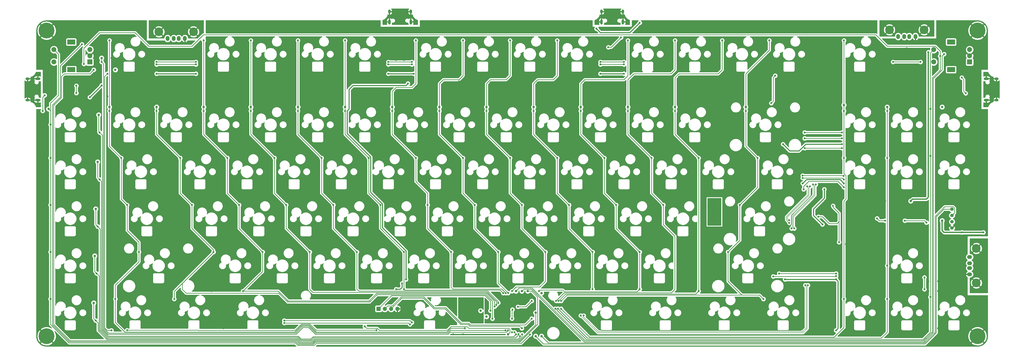
<source format=gtl>
%TF.GenerationSoftware,KiCad,Pcbnew,(5.1.10)-1*%
%TF.CreationDate,2021-11-05T23:24:12-04:00*%
%TF.ProjectId,custom_keyboard (f303),63757374-6f6d-45f6-9b65-79626f617264,rev?*%
%TF.SameCoordinates,Original*%
%TF.FileFunction,Copper,L1,Top*%
%TF.FilePolarity,Positive*%
%FSLAX46Y46*%
G04 Gerber Fmt 4.6, Leading zero omitted, Abs format (unit mm)*
G04 Created by KiCad (PCBNEW (5.1.10)-1) date 2021-11-05 23:24:12*
%MOMM*%
%LPD*%
G01*
G04 APERTURE LIST*
%TA.AperFunction,ComponentPad*%
%ADD10C,1.000000*%
%TD*%
%TA.AperFunction,ComponentPad*%
%ADD11O,1.700000X1.700000*%
%TD*%
%TA.AperFunction,ComponentPad*%
%ADD12R,1.700000X1.700000*%
%TD*%
%TA.AperFunction,ComponentPad*%
%ADD13O,2.100000X1.000000*%
%TD*%
%TA.AperFunction,ComponentPad*%
%ADD14O,1.600000X1.000000*%
%TD*%
%TA.AperFunction,ComponentPad*%
%ADD15C,3.500000*%
%TD*%
%TA.AperFunction,ComponentPad*%
%ADD16O,1.500000X2.000000*%
%TD*%
%TA.AperFunction,ComponentPad*%
%ADD17O,1.000000X2.100000*%
%TD*%
%TA.AperFunction,ComponentPad*%
%ADD18O,1.000000X1.600000*%
%TD*%
%TA.AperFunction,ComponentPad*%
%ADD19O,2.000000X1.500000*%
%TD*%
%TA.AperFunction,ComponentPad*%
%ADD20R,2.000000X2.000000*%
%TD*%
%TA.AperFunction,ComponentPad*%
%ADD21C,2.000000*%
%TD*%
%TA.AperFunction,ComponentPad*%
%ADD22R,3.200000X2.000000*%
%TD*%
%TA.AperFunction,ComponentPad*%
%ADD23C,1.397000*%
%TD*%
%TA.AperFunction,ComponentPad*%
%ADD24C,6.400000*%
%TD*%
%TA.AperFunction,ViaPad*%
%ADD25C,0.800000*%
%TD*%
%TA.AperFunction,Conductor*%
%ADD26C,0.381000*%
%TD*%
%TA.AperFunction,Conductor*%
%ADD27C,0.250000*%
%TD*%
%TA.AperFunction,Conductor*%
%ADD28C,0.254000*%
%TD*%
%TA.AperFunction,Conductor*%
%ADD29C,0.200000*%
%TD*%
%TA.AperFunction,Conductor*%
%ADD30C,0.508000*%
%TD*%
%TA.AperFunction,Conductor*%
%ADD31C,0.100000*%
%TD*%
G04 APERTURE END LIST*
D10*
%TO.P,BOOT1,1*%
%TO.N,BOOT1*%
X279382400Y-265095800D03*
%TD*%
%TO.P,BOOT0,1*%
%TO.N,BOOT0*%
X265889500Y-281763500D03*
%TD*%
D11*
%TO.P,J1,4*%
%TO.N,GND*%
X221125300Y-271445400D03*
%TO.P,J1,3*%
%TO.N,SWCLK*%
X218585300Y-271445400D03*
%TO.P,J1,2*%
%TO.N,SWDIO*%
X216045300Y-271445400D03*
D12*
%TO.P,J1,1*%
%TO.N,KEYBOARD_RESET*%
X213505300Y-271445400D03*
%TD*%
D10*
%TO.P,X2,1*%
%TO.N,KEYBOARD_XTAL2*%
X254777700Y-272239100D03*
%TD*%
%TO.P,X1,1*%
%TO.N,KEYBOARD_XTAL1*%
X257158800Y-274620200D03*
%TD*%
%TO.P,BKL5,1*%
%TO.N,BKL_DATA_IN*%
X107149500Y-174614000D03*
%TD*%
%TO.P,5-7,1*%
%TO.N,PORT5-7PWR*%
X428598000Y-227791900D03*
%TD*%
%TO.P,1-4,1*%
%TO.N,PORT1-4_PWR*%
X441297200Y-235728900D03*
%TD*%
%TO.P,ENCB2,1*%
%TO.N,ENCODER_B2*%
X271445400Y-264302100D03*
%TD*%
%TO.P,COL1,1*%
%TO.N,COL1*%
X104768400Y-189694300D03*
%TD*%
%TO.P,COL2,1*%
%TO.N,COL2*%
X123817200Y-189694300D03*
%TD*%
%TO.P,COL14,1*%
%TO.N,COL14*%
X361927200Y-189694300D03*
%TD*%
%TO.P,KSDA1,1*%
%TO.N,KEYBOARD_SDA*%
X277001300Y-282557200D03*
%TD*%
%TO.P,KSCL1,1*%
%TO.N,KEYBOARD_SCL*%
X279382400Y-282557200D03*
%TD*%
%TO.P,BKL3,1*%
%TO.N,BKL_DATA_IN_3V3*%
X277001300Y-273032800D03*
%TD*%
%TO.P,COL11,1*%
%TO.N,COL11*%
X295256400Y-189694300D03*
%TD*%
%TO.P,COL10,1*%
%TO.N,COL10*%
X276207600Y-189694300D03*
%TD*%
%TO.P,COL9,1*%
%TO.N,COL9*%
X257158800Y-189694300D03*
%TD*%
%TO.P,COL8,1*%
%TO.N,COL8*%
X238110000Y-189694300D03*
%TD*%
%TO.P,COL7,1*%
%TO.N,COL7*%
X219061200Y-189694300D03*
%TD*%
%TO.P,COL6,1*%
%TO.N,COL6*%
X200012400Y-189694300D03*
%TD*%
%TO.P,COL5,1*%
%TO.N,COL5*%
X180963600Y-189694300D03*
%TD*%
%TO.P,COL4,1*%
%TO.N,COL4*%
X161914800Y-189694300D03*
%TD*%
%TO.P,ENCB1,1*%
%TO.N,ENCODER_B1*%
X273826500Y-264302100D03*
%TD*%
%TO.P,ENCA1,1*%
%TO.N,ENCODER_A*%
X269064300Y-264302100D03*
%TD*%
%TO.P,COL17,1*%
%TO.N,COL17*%
X441297200Y-189694300D03*
%TD*%
%TO.P,COL16,1*%
%TO.N,COL16*%
X419073600Y-189694300D03*
%TD*%
%TO.P,COL15,1*%
%TO.N,COL15*%
X401612200Y-188900600D03*
%TD*%
%TO.P,ROW0,1*%
%TO.N,ROT1_ROW*%
X101593600Y-169851800D03*
%TD*%
%TO.P,ROW1,1*%
%TO.N,ROW1*%
X100403050Y-192869100D03*
%TD*%
%TO.P,ROW2,1*%
%TO.N,ROW2*%
X100006200Y-211917900D03*
%TD*%
%TO.P,ROW3,1*%
%TO.N,ROW3*%
X99212500Y-230966700D03*
%TD*%
%TO.P,ROW4,1*%
%TO.N,ROW4*%
X98815650Y-250015500D03*
%TD*%
%TO.P,ROW5,1*%
%TO.N,ROW5*%
X98418800Y-269064300D03*
%TD*%
%TO.P,COL0,1*%
%TO.N,COL0*%
X80163700Y-190488000D03*
%TD*%
%TO.P,COL3,1*%
%TO.N,COL3*%
X142866000Y-189694300D03*
%TD*%
%TO.P,COL13,1*%
%TO.N,COL13*%
X333354000Y-189694300D03*
%TD*%
%TO.P,COL12,1*%
%TO.N,COL12*%
X314305200Y-189694300D03*
%TD*%
D13*
%TO.P,USB2,13*%
%TO.N,Earth*%
X75831900Y-186871000D03*
X75831900Y-178231000D03*
D14*
X71651900Y-186871000D03*
X71651900Y-178231000D03*
%TD*%
D15*
%TO.P,USB3,5*%
%TO.N,Earth*%
X124754200Y-159204800D03*
D16*
%TO.P,USB3,4*%
%TO.N,GND*%
X135254200Y-161914800D03*
%TO.P,USB3,3*%
%TO.N,Net-(D+3-Pad1)*%
X132754200Y-161914800D03*
%TO.P,USB3,2*%
%TO.N,Net-(D-3-Pad1)*%
X130754200Y-161914800D03*
D15*
%TO.P,USB3,5*%
%TO.N,Earth*%
X138754200Y-159204800D03*
D16*
%TO.P,USB3,1*%
%TO.N,Net-(D5-Pad2)*%
X128254200Y-161914800D03*
%TD*%
D15*
%TO.P,USB6,5*%
%TO.N,Earth*%
X420010600Y-158411100D03*
D16*
%TO.P,USB6,4*%
%TO.N,GND*%
X430510600Y-161121100D03*
%TO.P,USB6,3*%
%TO.N,Net-(D+6-Pad1)*%
X428010600Y-161121100D03*
%TO.P,USB6,2*%
%TO.N,Net-(D-6-Pad1)*%
X426010600Y-161121100D03*
D15*
%TO.P,USB6,5*%
%TO.N,Earth*%
X434010600Y-158411100D03*
D16*
%TO.P,USB6,1*%
%TO.N,Net-(D8-Pad2)*%
X423510600Y-161121100D03*
%TD*%
D17*
%TO.P,USB1,13*%
%TO.N,Earth*%
X217916000Y-155201900D03*
X226556000Y-155201900D03*
D18*
X217916000Y-151021900D03*
X226556000Y-151021900D03*
%TD*%
D15*
%TO.P,USB4,5*%
%TO.N,Earth*%
X455119000Y-246984000D03*
D19*
%TO.P,USB4,4*%
%TO.N,GND*%
X452409000Y-257484000D03*
%TO.P,USB4,3*%
%TO.N,Net-(D+4-Pad1)*%
X452409000Y-254984000D03*
%TO.P,USB4,2*%
%TO.N,Net-(D-4-Pad1)*%
X452409000Y-252984000D03*
D15*
%TO.P,USB4,5*%
%TO.N,Earth*%
X455119000Y-260984000D03*
D19*
%TO.P,USB4,1*%
%TO.N,Net-(D7-Pad2)*%
X452409000Y-250484000D03*
%TD*%
D13*
%TO.P,USB7,13*%
%TO.N,Earth*%
X459121900Y-178231000D03*
X459121900Y-186871000D03*
D14*
X463301900Y-178231000D03*
X463301900Y-186871000D03*
%TD*%
D20*
%TO.P,ROT1,A*%
%TO.N,Net-(C8-Pad2)*%
X96831400Y-171439200D03*
D21*
%TO.P,ROT1,C*%
%TO.N,GND*%
X96831400Y-168939200D03*
%TO.P,ROT1,B*%
%TO.N,Net-(C9-Pad1)*%
X96831400Y-166439200D03*
D22*
%TO.P,ROT1,MP*%
%TO.N,N/C*%
X89331400Y-174539200D03*
X89331400Y-163339200D03*
D21*
%TO.P,ROT1,S2*%
%TO.N,Net-(D3-Pad2)*%
X82331400Y-171439200D03*
%TO.P,ROT1,S1*%
%TO.N,COL0*%
X82331400Y-166439200D03*
%TD*%
D20*
%TO.P,ROT2,A*%
%TO.N,Net-(C10-Pad2)*%
X452409000Y-171439200D03*
D21*
%TO.P,ROT2,C*%
%TO.N,GND*%
X452409000Y-168939200D03*
%TO.P,ROT2,B*%
%TO.N,Net-(C11-Pad1)*%
X452409000Y-166439200D03*
D22*
%TO.P,ROT2,MP*%
%TO.N,N/C*%
X444909000Y-174539200D03*
X444909000Y-163339200D03*
D21*
%TO.P,ROT2,S2*%
%TO.N,Net-(D4-Pad2)*%
X437909000Y-171439200D03*
%TO.P,ROT2,S1*%
%TO.N,COL17*%
X437909000Y-166439200D03*
%TD*%
D17*
%TO.P,USB5,13*%
%TO.N,Earth*%
X303635600Y-155201900D03*
X312275600Y-155201900D03*
D18*
X303635600Y-151021900D03*
X312275600Y-151021900D03*
%TD*%
D23*
%TO.P,OL1,4*%
%TO.N,GND*%
X445265700Y-238745200D03*
%TO.P,OL1,3*%
%TO.N,+5V*%
X445265700Y-236205200D03*
%TO.P,OL1,2*%
%TO.N,KEYBOARD_SCL*%
X445265700Y-233665200D03*
%TO.P,OL1,1*%
%TO.N,KEYBOARD_SDA*%
X445265700Y-231125200D03*
%TD*%
D24*
%TO.P,H1,1*%
%TO.N,GND*%
X79370000Y-158740000D03*
%TD*%
%TO.P,H2,1*%
%TO.N,GND*%
X79370000Y-282557200D03*
%TD*%
%TO.P,H3,1*%
%TO.N,GND*%
X455583800Y-158740000D03*
%TD*%
%TO.P,H4,1*%
%TO.N,GND*%
X455583800Y-282557200D03*
%TD*%
D25*
%TO.N,GND*%
X141675450Y-239300550D03*
X260333600Y-260333600D03*
X348434300Y-277001300D03*
X324623300Y-277001300D03*
X383357100Y-222236000D03*
X265889500Y-255968250D03*
X99212500Y-173026600D03*
X306765050Y-170248650D03*
X309146150Y-170248650D03*
X306765050Y-173423450D03*
X309146150Y-173423450D03*
X435741300Y-264302100D03*
X439709800Y-264302100D03*
X375420100Y-251602900D03*
X174614000Y-278588700D03*
X353990200Y-263508400D03*
X440503500Y-250809200D03*
X430979100Y-251602900D03*
X83338500Y-222236000D03*
X296050100Y-267476900D03*
X146040800Y-260333600D03*
X117467600Y-260333600D03*
X361133500Y-241284800D03*
X83338500Y-241284800D03*
X83338500Y-260333600D03*
X83338500Y-275413900D03*
X146040800Y-264302100D03*
X126992000Y-263508400D03*
X98418800Y-260333600D03*
X83338500Y-203187200D03*
X84925900Y-263508400D03*
X84925900Y-244459600D03*
X84925900Y-225410800D03*
X84925900Y-206362000D03*
X198425000Y-179376200D03*
X179376200Y-179376200D03*
X160327400Y-179376200D03*
X141278600Y-179376200D03*
X105562100Y-169851800D03*
X203584050Y-172629750D03*
X146437650Y-172629750D03*
X358355550Y-258349350D03*
X363117750Y-239300550D03*
X422645250Y-258349350D03*
X120245550Y-258349350D03*
X108340050Y-172629750D03*
X441694050Y-277398150D03*
X422645250Y-277398150D03*
X403596450Y-277398150D03*
X158343150Y-277398150D03*
X284541450Y-258349350D03*
X303590250Y-258349350D03*
X322639050Y-258349350D03*
X371451600Y-260333600D03*
X246443850Y-258349350D03*
X227395050Y-258349350D03*
X208346250Y-258349350D03*
X189297450Y-258349350D03*
X170248650Y-258349350D03*
X151199850Y-258349350D03*
X251206050Y-220251750D03*
X246047000Y-222236000D03*
X232157250Y-220251750D03*
X226998200Y-222236000D03*
X213108450Y-220251750D03*
X207949400Y-222236000D03*
X194059650Y-220251750D03*
X188900600Y-222236000D03*
X175010850Y-220251750D03*
X169851800Y-222236000D03*
X155962050Y-220251750D03*
X150803000Y-222236000D03*
X136913250Y-220251750D03*
X131754200Y-222236000D03*
X113102250Y-220251750D03*
X109927450Y-240887950D03*
X115483350Y-239300550D03*
X129373100Y-241284800D03*
X360339800Y-222236000D03*
X265095800Y-222236000D03*
X270254850Y-220251750D03*
X284144600Y-222236000D03*
X289303650Y-220251750D03*
X303193400Y-222236000D03*
X308352450Y-220251750D03*
X322242200Y-222236000D03*
X327401250Y-220251750D03*
X346450050Y-220251750D03*
X341291000Y-222236000D03*
X370261050Y-220251750D03*
X417486200Y-222236000D03*
X422645250Y-220251750D03*
X439709800Y-222236000D03*
X441694050Y-220251750D03*
X453996400Y-206362000D03*
X455583800Y-203187200D03*
X441694050Y-201202950D03*
X439709800Y-203187200D03*
X422645250Y-201202950D03*
X417486200Y-203187200D03*
X146437650Y-201202950D03*
X365498850Y-201202950D03*
X350815400Y-203187200D03*
X336925650Y-201202950D03*
X331766600Y-203187200D03*
X317876850Y-201202950D03*
X312717800Y-203187200D03*
X298828050Y-201202950D03*
X293669000Y-203187200D03*
X279779250Y-201202950D03*
X274620200Y-203187200D03*
X260730450Y-201202950D03*
X255571400Y-203187200D03*
X241681650Y-201202950D03*
X236522600Y-203187200D03*
X222632850Y-201202950D03*
X203584050Y-201202950D03*
X217473800Y-203187200D03*
X198425000Y-203187200D03*
X184535250Y-201202950D03*
X179376200Y-203187200D03*
X165486450Y-201202950D03*
X160327400Y-203187200D03*
X141278600Y-203187200D03*
X127388850Y-201202950D03*
X122229800Y-203187200D03*
X108340050Y-201202950D03*
X403596450Y-172629750D03*
X375023250Y-172629750D03*
X198425000Y-174614000D03*
X184535250Y-172629750D03*
X179376200Y-174614000D03*
X165486450Y-172629750D03*
X160327400Y-174614000D03*
X331766600Y-174614000D03*
X317876850Y-172629750D03*
X350815400Y-174614000D03*
X336925650Y-172629750D03*
X369864200Y-174614000D03*
X355974450Y-172629750D03*
X284144600Y-174614000D03*
X289303650Y-172629750D03*
X265095800Y-174614000D03*
X270254850Y-172629750D03*
X251206050Y-172629750D03*
X232157250Y-172629750D03*
X246047000Y-174614000D03*
X110721150Y-277398150D03*
X134532150Y-277398150D03*
X373832700Y-254777700D03*
X160724250Y-239300550D03*
X179773050Y-239300550D03*
X198821850Y-239300550D03*
X217870650Y-239300550D03*
X236919450Y-239300550D03*
X255968250Y-239300550D03*
X275017050Y-239300550D03*
X294065850Y-239300550D03*
X313114650Y-239300550D03*
X332163450Y-239300550D03*
X403199600Y-250809200D03*
X439709800Y-279382400D03*
X417486200Y-279382400D03*
X388913000Y-279382400D03*
X365102000Y-278985550D03*
X341291000Y-279382400D03*
X317480000Y-279382400D03*
X150803000Y-279382400D03*
X98418800Y-279382400D03*
X98418800Y-222236000D03*
X346053200Y-241284800D03*
X327004400Y-241284800D03*
X307955600Y-241284800D03*
X288906800Y-241284800D03*
X269858000Y-241284800D03*
X250809200Y-241284800D03*
X231760400Y-241284800D03*
X212711600Y-241284800D03*
X193662800Y-241284800D03*
X174614000Y-241284800D03*
X155565200Y-241284800D03*
X136516400Y-241284800D03*
X98418800Y-241284800D03*
X133341600Y-260333600D03*
X165089600Y-260333600D03*
X336528800Y-260333600D03*
X317480000Y-260333600D03*
X298431200Y-260333600D03*
X222236000Y-260333600D03*
X203187200Y-260333600D03*
X184138400Y-260333600D03*
X246047000Y-158740000D03*
X284144600Y-158740000D03*
X160327400Y-158740000D03*
X198425000Y-158740000D03*
X331766600Y-158740000D03*
X369864200Y-158740000D03*
X398437400Y-158740000D03*
X438122400Y-169058100D03*
X357165000Y-260333600D03*
X395262600Y-238110000D03*
X230173000Y-174614000D03*
X412724000Y-230173000D03*
X411930300Y-240491100D03*
X402405900Y-245253300D03*
X415105100Y-253190300D03*
X433360200Y-228585600D03*
X288113100Y-280969800D03*
X442090900Y-283350900D03*
X79370000Y-186519500D03*
X80213900Y-179326000D03*
X303987100Y-157946300D03*
X406374400Y-239697400D03*
X434153900Y-186519500D03*
X441297200Y-186519500D03*
X423835800Y-186519500D03*
X434153900Y-181757300D03*
X447646800Y-235728900D03*
X435741300Y-260333600D03*
X439709800Y-260333600D03*
X228585600Y-277795000D03*
X243665900Y-277001300D03*
X363514600Y-203187200D03*
X98815650Y-185328950D03*
X372245300Y-277001300D03*
X87307000Y-189694300D03*
X427010600Y-165883300D03*
X289700500Y-272239100D03*
X316686300Y-155565200D03*
X448440500Y-155565200D03*
X447646800Y-229379300D03*
X442884600Y-232554100D03*
X439709800Y-227791900D03*
X447646800Y-232157250D03*
X283350900Y-277001300D03*
X265492650Y-258349350D03*
X274620200Y-266683200D03*
X98418800Y-203187200D03*
X388913000Y-174614000D03*
X265889500Y-263508400D03*
X280969800Y-265889500D03*
X224617100Y-273826500D03*
X219854900Y-267476900D03*
X389706700Y-261127300D03*
X403596450Y-220251750D03*
X403596450Y-201202950D03*
X355577600Y-235728900D03*
X366689400Y-230173000D03*
X404787000Y-217473800D03*
X404787000Y-198425000D03*
X262714700Y-277001300D03*
X397643700Y-240491100D03*
X85719600Y-218267500D03*
X85719600Y-199218700D03*
X85719600Y-237316300D03*
X85719600Y-256365100D03*
X85719600Y-275413900D03*
X241284800Y-260333600D03*
X275413900Y-277001300D03*
X286922550Y-265095800D03*
X448440500Y-252396600D03*
X247634400Y-281763500D03*
X243665900Y-281763500D03*
X260730450Y-254777700D03*
X188900600Y-278588700D03*
X204774600Y-278588700D03*
X220648600Y-170645500D03*
X220648600Y-177788800D03*
X223823400Y-177788800D03*
X223823400Y-170645500D03*
X86910150Y-180566750D03*
X92862900Y-185725800D03*
X223823400Y-165089600D03*
X226998200Y-163502200D03*
X303193400Y-174614000D03*
X217473800Y-174614000D03*
X449234200Y-169058100D03*
X279382400Y-260333600D03*
X226204500Y-260333600D03*
X424629500Y-227791900D03*
X281366650Y-279779250D03*
X207155700Y-273032800D03*
X219061200Y-274620200D03*
X412724000Y-226204500D03*
X388119300Y-240491100D03*
X444868850Y-226204500D03*
X391690950Y-249221800D03*
X132547900Y-278588700D03*
X232554100Y-177788800D03*
X124610900Y-169851800D03*
X124610900Y-177788800D03*
X138897500Y-169851800D03*
X138897500Y-177788800D03*
X131754200Y-184138400D03*
X430979100Y-181757300D03*
X122229800Y-192075400D03*
X141278600Y-192075400D03*
X160327400Y-192075400D03*
X179376200Y-192075400D03*
X198425000Y-192075400D03*
X217473800Y-192075400D03*
X236522600Y-192075400D03*
X255571400Y-192075400D03*
X274620200Y-192075400D03*
X293669000Y-192075400D03*
X312717800Y-192075400D03*
X331766600Y-192075400D03*
X350815400Y-192075400D03*
X379388600Y-192075400D03*
X300812300Y-277398150D03*
X292875300Y-283350900D03*
X384944500Y-265889500D03*
X417486200Y-174614000D03*
X234141500Y-267476900D03*
X441297200Y-181757300D03*
X97228250Y-183741550D03*
X98418800Y-181757300D03*
X141278600Y-182947850D03*
X144453400Y-182947850D03*
X141278600Y-185328950D03*
X144453400Y-185328950D03*
X163502200Y-185328950D03*
X160327400Y-185328950D03*
X160327400Y-182947850D03*
X163502200Y-182947850D03*
X182551000Y-182947850D03*
X182551000Y-185328950D03*
X179376200Y-185328950D03*
X179376200Y-182947850D03*
X217473800Y-185328950D03*
X220648600Y-185328950D03*
X239697400Y-185328950D03*
X236522600Y-185328950D03*
X258746200Y-185328950D03*
X255571400Y-185328950D03*
X277795000Y-185328950D03*
X296843800Y-185328950D03*
X274620200Y-185328950D03*
X293669000Y-185328950D03*
X331766600Y-185328950D03*
X315892600Y-185328950D03*
X334941400Y-185328950D03*
X312717800Y-185328950D03*
X360339800Y-185328950D03*
X363514600Y-185328950D03*
X371451600Y-185328950D03*
X374626400Y-185328950D03*
X217473800Y-182947850D03*
X220648600Y-182947850D03*
X236522600Y-182947850D03*
X239697400Y-182947850D03*
X255571400Y-182947850D03*
X277795000Y-182947850D03*
X274620200Y-182947850D03*
X258746200Y-182947850D03*
X296843800Y-182947850D03*
X293669000Y-182947850D03*
X312717800Y-182947850D03*
X334941400Y-182947850D03*
X315892600Y-182947850D03*
X331766600Y-182947850D03*
X360339800Y-182947850D03*
X363514600Y-182947850D03*
X371451600Y-182947850D03*
X374626400Y-182947850D03*
X374626400Y-179773050D03*
X331766600Y-179773050D03*
X371451600Y-179773050D03*
X315892600Y-179773050D03*
X334941400Y-179773050D03*
X312717800Y-179773050D03*
X360339800Y-179773050D03*
X363514600Y-179773050D03*
X420264150Y-182947850D03*
X417089350Y-182947850D03*
X394072050Y-260730450D03*
X392087800Y-255571400D03*
X388913000Y-255571400D03*
X198425000Y-185328950D03*
X203187200Y-185328950D03*
X198425000Y-182947850D03*
X203187200Y-182947850D03*
X378594900Y-231760400D03*
X384547650Y-225807650D03*
X387325600Y-230966700D03*
X378594900Y-238903700D03*
X346846900Y-230173000D03*
X346846900Y-236919450D03*
X351609100Y-230173000D03*
X243665900Y-268270600D03*
X417486200Y-192075400D03*
X150803000Y-211124200D03*
X169851800Y-211124200D03*
X188900600Y-211124200D03*
X207949400Y-211124200D03*
X226998200Y-211124200D03*
X246047000Y-211124200D03*
X265095800Y-211124200D03*
X284144600Y-211124200D03*
X303193400Y-211124200D03*
X322242200Y-211124200D03*
X341291000Y-211124200D03*
X360339800Y-211124200D03*
X417486200Y-211124200D03*
X455583800Y-192075400D03*
X455583800Y-211124200D03*
X141278600Y-163502200D03*
X160327400Y-163502200D03*
X179376200Y-163502200D03*
X198425000Y-163502200D03*
X217473800Y-163502200D03*
X246047000Y-163502200D03*
X265095800Y-163502200D03*
X284144600Y-163502200D03*
X303193400Y-163502200D03*
X312717800Y-163502200D03*
X331766600Y-163502200D03*
X350815400Y-163502200D03*
X369864200Y-163502200D03*
X398437400Y-163502200D03*
X136516400Y-230173000D03*
X155565200Y-230173000D03*
X174614000Y-230173000D03*
X193662800Y-230173000D03*
X212711600Y-230173000D03*
X231760400Y-230173000D03*
X250809200Y-230173000D03*
X269858000Y-230173000D03*
X288906800Y-230173000D03*
X307955600Y-230173000D03*
X327004400Y-230173000D03*
X317480000Y-249221800D03*
X298431200Y-249221800D03*
X279382400Y-249221800D03*
X260333600Y-249221800D03*
X241284800Y-249221800D03*
X222236000Y-249221800D03*
X203187200Y-249221800D03*
X184138400Y-249221800D03*
X165089600Y-249221800D03*
X134135300Y-249221800D03*
X129373100Y-230173000D03*
X126992000Y-211124200D03*
X384150800Y-211124200D03*
X124610900Y-268270600D03*
X148421900Y-268270600D03*
X172232900Y-268270600D03*
X338909900Y-268270600D03*
X362720900Y-268270600D03*
X417486200Y-268270600D03*
X455583800Y-268270600D03*
X315098900Y-268270600D03*
X98418800Y-266683200D03*
X98418800Y-247634400D03*
X98418800Y-228585600D03*
X98418800Y-209536800D03*
X98418800Y-190488000D03*
X103181000Y-163502200D03*
X95244000Y-158740000D03*
X336528800Y-249221800D03*
X399172300Y-221501100D03*
X428201150Y-230173000D03*
X430979100Y-230966700D03*
X249221800Y-271445400D03*
X253190300Y-269858000D03*
X253190300Y-273826500D03*
X418279900Y-227791900D03*
X382563400Y-234935200D03*
X378991750Y-203187200D03*
X384944500Y-203980900D03*
X265889500Y-270651700D03*
X265889500Y-273032800D03*
X400024800Y-180169900D03*
X403199600Y-180169900D03*
X403199600Y-185725800D03*
X400024800Y-185725800D03*
X403199600Y-182947850D03*
X400024800Y-182947850D03*
X122229800Y-185328950D03*
X125404600Y-185328950D03*
X103974700Y-185328950D03*
X107149500Y-185328950D03*
X293669000Y-179773050D03*
X274620200Y-179773050D03*
X258746200Y-179773050D03*
X296843800Y-179773050D03*
X255571400Y-179773050D03*
X277795000Y-179773050D03*
X246047000Y-179376200D03*
X363514600Y-177391950D03*
X360339800Y-177391950D03*
X334941400Y-177391950D03*
X331766600Y-177391950D03*
%TO.N,+3V3*%
X399627950Y-244459600D03*
X414989297Y-234819397D03*
X418279900Y-235728900D03*
X434947600Y-236522600D03*
X267476900Y-275413900D03*
X267629898Y-271782800D03*
X397218900Y-229748200D03*
X391294100Y-234141500D03*
X426216900Y-235728900D03*
%TO.N,Earth*%
X129769950Y-157946300D03*
X133738450Y-157946300D03*
X425026350Y-157946300D03*
X428994850Y-157946300D03*
X222236000Y-152390400D03*
X220648600Y-151596700D03*
X223823400Y-151596700D03*
X306368200Y-151596700D03*
X309543000Y-151596700D03*
X427010600Y-157152600D03*
X462727100Y-180963600D03*
X462727100Y-184138400D03*
X71433000Y-184138400D03*
X71433000Y-180963600D03*
X455583800Y-255571400D03*
X455583800Y-252396600D03*
X461933400Y-182551000D03*
X307955600Y-152390400D03*
X131754200Y-157152600D03*
X72226700Y-182551000D03*
X456377500Y-253984000D03*
%TO.N,KEYBOARD_RESET*%
X258746200Y-272239100D03*
%TO.N,COL2*%
X123817200Y-191281700D03*
X133341600Y-210330500D03*
X138103800Y-229379300D03*
X130960500Y-267476900D03*
X259557769Y-275485740D03*
X146834500Y-248428100D03*
%TO.N,COL1*%
X107149500Y-267476900D03*
X116673900Y-248428100D03*
X111911700Y-229379300D03*
X109530600Y-210330500D03*
X104768400Y-191281700D03*
X104768400Y-162708500D03*
X248428100Y-279382400D03*
%TO.N,COL3*%
X166677000Y-248428100D03*
X157152600Y-229379300D03*
X152390400Y-210330500D03*
X142866000Y-191281700D03*
X142866000Y-162708500D03*
X158740000Y-264302100D03*
X260449403Y-270535897D03*
%TO.N,ROW2*%
X100799900Y-219061200D03*
X384944500Y-217473800D03*
X269082394Y-281788020D03*
X401496397Y-217589603D03*
%TO.N,ROW4*%
X375420100Y-257158800D03*
X99609350Y-257158800D03*
X270661666Y-282571206D03*
X398437400Y-257158800D03*
%TO.N,ROT1_ROW*%
X421454700Y-171439200D03*
X101593600Y-171439200D03*
X226998200Y-171439200D03*
X217473800Y-171439200D03*
X432566500Y-171439200D03*
X123817200Y-171439200D03*
X139691200Y-171439200D03*
X303193400Y-171439200D03*
X312717800Y-171439200D03*
X264876846Y-280163449D03*
%TO.N,ROW3*%
X100006200Y-238110000D03*
X270081897Y-281756422D03*
%TO.N,ROW5*%
X175407700Y-276207600D03*
X99212500Y-276207600D03*
X226998200Y-277001300D03*
X271531898Y-281763500D03*
%TO.N,DOUT1*%
X373832700Y-176995100D03*
X372245300Y-188106900D03*
%TO.N,DOUT2*%
X385738200Y-206362000D03*
X400818500Y-206362000D03*
%TO.N,DOUT3*%
X401612200Y-222236000D03*
X385341350Y-223029700D03*
%TO.N,DOUT5*%
X434154726Y-263553870D03*
X434153900Y-258746200D03*
%TO.N,COL0*%
X80957400Y-210330500D03*
X80957400Y-229379300D03*
X80957400Y-248428100D03*
X80957400Y-267476900D03*
X80957400Y-196837600D03*
X274730350Y-281873650D03*
%TO.N,COL4*%
X161914800Y-162708500D03*
X161914800Y-191281700D03*
X171439200Y-210330500D03*
X176201400Y-229379300D03*
X185725800Y-248428100D03*
X261156511Y-269828789D03*
%TO.N,COL5*%
X204774600Y-248428100D03*
X195250200Y-229379300D03*
X190488000Y-210330500D03*
X180963600Y-191281700D03*
X180963600Y-162708500D03*
X261921000Y-269064300D03*
%TO.N,COL6*%
X223823400Y-248428100D03*
X214299000Y-229379300D03*
X209536800Y-210330500D03*
X200012400Y-191281700D03*
X200012400Y-162708500D03*
X223823400Y-263508400D03*
X263912357Y-265092101D03*
%TO.N,COL7*%
X242872200Y-248428100D03*
X233347800Y-229379300D03*
X228585600Y-210330500D03*
X219061200Y-191281700D03*
X228585600Y-162708500D03*
X264912314Y-265101592D03*
%TO.N,COL8*%
X261921000Y-248428100D03*
X252396600Y-229379300D03*
X247634400Y-210330500D03*
X238110000Y-191281700D03*
X247634400Y-162708500D03*
X265913884Y-265077857D03*
%TO.N,KEYBOARD_SDA*%
X267476900Y-280969800D03*
%TO.N,KEYBOARD_SCL*%
X268488619Y-280983387D03*
%TO.N,ENCODER_A*%
X94450300Y-172232900D03*
X440503500Y-169058100D03*
%TO.N,ENCODER_B1*%
X93656600Y-164295900D03*
%TO.N,KEYBOARD_D+*%
X386006900Y-261921000D03*
X296446950Y-274223350D03*
%TO.N,KEYBOARD_D-*%
X387056900Y-261921000D03*
X295256400Y-274223350D03*
%TO.N,BOOT0*%
X207949400Y-278588700D03*
%TO.N,COL17*%
X436535000Y-190488000D03*
X436535000Y-209536800D03*
X436535000Y-266683200D03*
X284967503Y-271416197D03*
%TO.N,COL16*%
X419073600Y-267476900D03*
X419073600Y-210330500D03*
X419073600Y-191281700D03*
X419073600Y-253984000D03*
X286011820Y-271409324D03*
%TO.N,ROW1*%
X100799900Y-200012400D03*
X265889500Y-280176100D03*
X385738200Y-200012400D03*
X400818500Y-200012400D03*
%TO.N,COL9*%
X280969800Y-248428100D03*
X271445400Y-229379300D03*
X266683200Y-210330500D03*
X257158800Y-191281700D03*
X266683200Y-162708500D03*
X267476900Y-264302100D03*
%TO.N,COL10*%
X285732000Y-162708500D03*
X276207600Y-191281700D03*
X285732000Y-210330500D03*
X290494200Y-229379300D03*
X300018600Y-248428100D03*
X300018600Y-263508400D03*
%TO.N,COL11*%
X319067400Y-248428100D03*
X309543000Y-229379300D03*
X304780800Y-210330500D03*
X295256400Y-191281700D03*
X314305200Y-162708500D03*
X319067400Y-263508400D03*
X278369746Y-264289449D03*
%TO.N,COL12*%
X333354000Y-162708500D03*
X314305200Y-191281700D03*
X323829600Y-210330500D03*
X328591800Y-229379300D03*
X285283210Y-268256179D03*
%TO.N,COL13*%
X342878400Y-210330500D03*
X333354000Y-191281700D03*
X352402800Y-162708500D03*
X342878400Y-264302100D03*
X286306746Y-268257949D03*
%TO.N,COL14*%
X354783900Y-248428100D03*
X359546100Y-229379300D03*
X361927200Y-191281700D03*
X366689400Y-210330500D03*
X371451600Y-162708500D03*
X369070500Y-267476900D03*
X287319400Y-268270600D03*
%TO.N,COL15*%
X287319400Y-271445400D03*
X401612200Y-267476900D03*
X401612200Y-162708500D03*
X401612200Y-191281700D03*
X401612200Y-210330500D03*
%TO.N,ENCODER_B2*%
X442090900Y-168264400D03*
%TO.N,BKL_DATA_IN_3V3*%
X98418800Y-174614000D03*
%TO.N,Net-(MX1-Pad5)*%
X123817200Y-172439203D03*
X139691200Y-172439203D03*
%TO.N,Net-(MX5-Pad5)*%
X226998200Y-172439203D03*
X217473800Y-172439203D03*
%TO.N,Net-(MX10-Pad4)*%
X303193400Y-172439203D03*
X312717800Y-172439203D03*
%TO.N,Net-(MX29-Pad5)*%
X385738200Y-202393500D03*
X400818500Y-202393500D03*
%TO.N,Net-(MX47-Pad5)*%
X384944500Y-218473803D03*
X401612200Y-219061200D03*
%TO.N,Net-(MX77-Pad5)*%
X373039000Y-258349350D03*
X398437400Y-258158803D03*
%TO.N,Net-(MX82-Pad5)*%
X175407700Y-277207603D03*
X226204500Y-277795000D03*
%TO.N,Net-(C6-Pad1)*%
X91391303Y-181079403D03*
X91391303Y-184022597D03*
%TO.N,PORT1-4_PWR*%
X457964900Y-240491100D03*
X449234200Y-240491100D03*
%TO.N,PORT5-7PWR*%
X319067400Y-155565200D03*
X301606000Y-157946300D03*
X435741300Y-167470700D03*
%TO.N,Net-(D1-Pad2)*%
X78576300Y-184932100D03*
X77782600Y-191281700D03*
%TO.N,+5V*%
X377007500Y-204774600D03*
X217473800Y-176201400D03*
X393675200Y-223029700D03*
X377801200Y-259539900D03*
X392925200Y-237272600D03*
X96831400Y-185725800D03*
X101593600Y-180963600D03*
X303193400Y-176201400D03*
X312717800Y-176201400D03*
X123817200Y-176201400D03*
X139691200Y-176201400D03*
X225410800Y-180169900D03*
X223029700Y-261127300D03*
X220648600Y-263508400D03*
X224617100Y-259539900D03*
X401610405Y-220650395D03*
X227791900Y-176201400D03*
X384944500Y-220648600D03*
X398437400Y-259539900D03*
X398437400Y-280176100D03*
X400818500Y-204774600D03*
%TO.N,SWCLK*%
X271445400Y-279382400D03*
%TO.N,SWDIO*%
X275413900Y-275413900D03*
%TO.N,BOOT1*%
X269858000Y-270651700D03*
X275413900Y-268270600D03*
%TO.N,KEYBOARD_5V*%
X212711600Y-280138480D03*
X103974700Y-176201400D03*
X111911700Y-280138480D03*
X105562100Y-280176100D03*
%TO.N,Net-(C17-Pad1)*%
X311527250Y-161517950D03*
X306368200Y-165486450D03*
%TO.N,Net-(C30-Pad1)*%
X450821600Y-184138400D03*
X449234200Y-177788800D03*
%TO.N,Net-(D+2-Pad1)*%
X379526000Y-235600750D03*
X387850600Y-221898600D03*
%TO.N,Net-(D+3-Pad1)*%
X390231700Y-221104900D03*
X381501000Y-238903700D03*
%TO.N,Net-(D-2-Pad1)*%
X379526000Y-236650750D03*
X386800600Y-221898600D03*
%TO.N,Net-(D-3-Pad1)*%
X389181700Y-221104900D03*
X380451000Y-238903700D03*
%TD*%
D26*
%TO.N,GND*%
X315098900Y-157946300D02*
X317480000Y-155565200D01*
X303987100Y-157946300D02*
X315098900Y-157946300D01*
D27*
X265889500Y-263508400D02*
X265889500Y-255968250D01*
X260730450Y-259936750D02*
X260333600Y-260333600D01*
X260730450Y-254777700D02*
X260730450Y-259936750D01*
X412724000Y-230173000D02*
X412724000Y-226204500D01*
X300812300Y-277398150D02*
X302002850Y-276207600D01*
X300812300Y-277398150D02*
X303590250Y-280176100D01*
X303590250Y-280176100D02*
X384150800Y-280176100D01*
X384944500Y-265889500D02*
X384944500Y-279382400D01*
X384944500Y-279382400D02*
X384150800Y-280176100D01*
X380325990Y-233600960D02*
X380325990Y-237172610D01*
X388575601Y-225351349D02*
X380325990Y-233600960D01*
X380325990Y-237172610D02*
X379388600Y-238110000D01*
X383357100Y-234935200D02*
X387325600Y-230966700D01*
X382563400Y-234935200D02*
X383357100Y-234935200D01*
X379388600Y-238110000D02*
X378594900Y-238903700D01*
X230569850Y-275810750D02*
X242475350Y-275810750D01*
X243665900Y-277001300D02*
X242475350Y-275810750D01*
X230569850Y-275810750D02*
X228585600Y-277795000D01*
X302399700Y-275810750D02*
X323432750Y-275810750D01*
X324623300Y-277001300D02*
X323432750Y-275810750D01*
X302399700Y-275810750D02*
X302002850Y-276207600D01*
X323432750Y-275810750D02*
X347243750Y-275810750D01*
X348434300Y-277001300D02*
X347243750Y-275810750D01*
X347243750Y-275810750D02*
X371054750Y-275810750D01*
X372245300Y-277001300D02*
X371054750Y-275810750D01*
X378594900Y-231760400D02*
X384547650Y-225807650D01*
%TO.N,+3V3*%
X399627950Y-244459600D02*
X399627950Y-236125750D01*
X398834250Y-236919450D02*
X399627950Y-236125750D01*
X395659450Y-236919450D02*
X398834250Y-236919450D01*
X415898800Y-235728900D02*
X418279900Y-235728900D01*
X414989297Y-234819397D02*
X415898800Y-235728900D01*
X434153900Y-235728900D02*
X434947600Y-236522600D01*
X267476900Y-271935798D02*
X267629898Y-271782800D01*
X267476900Y-275413900D02*
X267476900Y-271935798D01*
X397218900Y-230262598D02*
X397218900Y-229748200D01*
X399627950Y-232671648D02*
X397218900Y-230262598D01*
X399627950Y-236125750D02*
X399627950Y-232671648D01*
X392881500Y-234141500D02*
X391294100Y-234141500D01*
X395659450Y-236919450D02*
X392881500Y-234141500D01*
X434153900Y-235728900D02*
X426216900Y-235728900D01*
%TO.N,KEYBOARD_RESET*%
X218822901Y-266127799D02*
X213505300Y-271445400D01*
X256603399Y-266127799D02*
X218822901Y-266127799D01*
X258746200Y-268270600D02*
X256603399Y-266127799D01*
X258746200Y-272239100D02*
X258746200Y-268270600D01*
%TO.N,COL2*%
X130960500Y-264395426D02*
X130960500Y-267476900D01*
X138103800Y-238903700D02*
X138103800Y-229379300D01*
X138103800Y-229379300D02*
X133341600Y-224617100D01*
X133341600Y-224617100D02*
X133341600Y-210330500D01*
X133341600Y-210330500D02*
X123817200Y-200806100D01*
X123817200Y-200806100D02*
X123817200Y-191281700D01*
D28*
X123817200Y-189694300D02*
X123817200Y-191281700D01*
D27*
X134181963Y-261173963D02*
X130960500Y-264395426D01*
X146834500Y-247634400D02*
X138103800Y-238903700D01*
X146682738Y-248673188D02*
X134181963Y-261173963D01*
X146834500Y-248521426D02*
X146682738Y-248673188D01*
X146834500Y-248428100D02*
X146834500Y-248521426D01*
X146834500Y-247634400D02*
X146834500Y-248428100D01*
X134181963Y-263555063D02*
X134181963Y-261173963D01*
X173183890Y-265095800D02*
X135722700Y-265095800D01*
X176808699Y-268720609D02*
X173183890Y-265095800D01*
X135722700Y-265095800D02*
X134181963Y-263555063D01*
X209880491Y-268720609D02*
X176808699Y-268720609D01*
X212923311Y-265677789D02*
X209880491Y-268720609D01*
X256947089Y-265677789D02*
X212923311Y-265677789D01*
X259557769Y-268288469D02*
X256947089Y-265677789D01*
X259557769Y-275485740D02*
X259557769Y-268288469D01*
%TO.N,COL1*%
X104768400Y-162708500D02*
X104768400Y-191281700D01*
X104768400Y-205568300D02*
X104768400Y-191281700D01*
X109530600Y-210330500D02*
X104768400Y-205568300D01*
X109530600Y-210330500D02*
X109530600Y-226998200D01*
X109530600Y-226998200D02*
X111911700Y-229379300D01*
X111911700Y-229379300D02*
X111911700Y-239697400D01*
X116673900Y-244459600D02*
X116673900Y-248428100D01*
X111911700Y-239697400D02*
X116673900Y-244459600D01*
X107149500Y-261921000D02*
X116673900Y-252396600D01*
X107149500Y-267476900D02*
X107149500Y-261921000D01*
X116673900Y-252396600D02*
X116673900Y-248428100D01*
X107149500Y-277001300D02*
X107149500Y-267476900D01*
X111011680Y-280863480D02*
X107149500Y-277001300D01*
X182566301Y-278094279D02*
X179797100Y-280863480D01*
X185621124Y-278094280D02*
X182566301Y-278094279D01*
X188390324Y-280863480D02*
X185621124Y-278094280D01*
X179797100Y-280863480D02*
X111011680Y-280863480D01*
X241269108Y-280863480D02*
X188390324Y-280863480D01*
X242750188Y-279382400D02*
X241269108Y-280863480D01*
X248428100Y-279382400D02*
X242750188Y-279382400D01*
%TO.N,COL3*%
X152390400Y-210330500D02*
X152390400Y-224617100D01*
X152390400Y-224617100D02*
X157152600Y-229379300D01*
X152390400Y-210330500D02*
X142866000Y-200806100D01*
X142866000Y-200806100D02*
X142866000Y-191281700D01*
X142866000Y-162708500D02*
X142866000Y-191281700D01*
X166677000Y-248428100D02*
X157152600Y-238903700D01*
X157152600Y-238903700D02*
X157152600Y-229379300D01*
X166677000Y-248428100D02*
X166677000Y-256365100D01*
X158740000Y-264302100D02*
X166677000Y-256365100D01*
X176995100Y-268270600D02*
X173026600Y-264302100D01*
X209694090Y-268270600D02*
X176995100Y-268270600D01*
X173026600Y-264302100D02*
X158740000Y-264302100D01*
X212736910Y-265227780D02*
X209694090Y-268270600D01*
X257290780Y-265227780D02*
X212736910Y-265227780D01*
X260333600Y-268270600D02*
X257290780Y-265227780D01*
X260333600Y-270420094D02*
X260333600Y-268270600D01*
X260449403Y-270535897D02*
X260333600Y-270420094D01*
%TO.N,ROW2*%
X384944500Y-217473800D02*
X401380594Y-217473800D01*
D29*
X100006200Y-218267500D02*
X100799900Y-219061200D01*
D27*
X401380594Y-217473800D02*
X401496397Y-217589603D01*
X268144542Y-282725872D02*
X269082394Y-281788020D01*
X187137278Y-282725872D02*
X268144542Y-282725872D01*
X186231049Y-283632101D02*
X187137278Y-282725872D01*
X182203041Y-283632101D02*
X186231049Y-283632101D01*
X181128140Y-282557200D02*
X182203041Y-283632101D01*
X101487280Y-279755200D02*
X104289280Y-282557200D01*
X101487280Y-219748580D02*
X101487280Y-279755200D01*
X104289280Y-282557200D02*
X181128140Y-282557200D01*
X100799900Y-219061200D02*
X101487280Y-219748580D01*
X100006200Y-211917900D02*
X100006200Y-218267500D01*
%TO.N,ROW4*%
X270043573Y-283625891D02*
X270661666Y-283007798D01*
X187510079Y-283625891D02*
X270043573Y-283625891D01*
X186603850Y-284532120D02*
X187510079Y-283625891D01*
X181830240Y-284532120D02*
X186603850Y-284532120D01*
X270661666Y-283007798D02*
X270661666Y-282571206D01*
X180755339Y-283457219D02*
X181830240Y-284532120D01*
X103916479Y-283457219D02*
X180755339Y-283457219D01*
X100587260Y-280128000D02*
X103916479Y-283457219D01*
X100587260Y-258136710D02*
X100587260Y-280128000D01*
X99609350Y-257158800D02*
X100587260Y-258136710D01*
X98815650Y-256365100D02*
X99609350Y-257158800D01*
X98815650Y-250015500D02*
X98815650Y-256365100D01*
X375420100Y-257158800D02*
X398437400Y-257158800D01*
%TO.N,ROT1_ROW*%
X421454700Y-171439200D02*
X432566500Y-171439200D01*
X217473800Y-171439200D02*
X226998200Y-171439200D01*
D28*
X101593600Y-171439200D02*
X101593600Y-169851800D01*
D27*
X123817200Y-171439200D02*
X139691200Y-171439200D01*
X303193400Y-171439200D02*
X312717800Y-171439200D01*
X242579850Y-280189148D02*
X264851147Y-280189148D01*
X182752701Y-278544289D02*
X185434723Y-278544289D01*
X185434723Y-278544289D02*
X188203924Y-281313490D01*
X179983500Y-281313490D02*
X182752701Y-278544289D01*
X264851147Y-280189148D02*
X264876846Y-280163449D01*
X104318390Y-281313490D02*
X179983500Y-281313490D01*
X102387300Y-279382400D02*
X104318390Y-281313490D01*
X188203924Y-281313490D02*
X241455508Y-281313490D01*
X102387300Y-172232900D02*
X102387300Y-279382400D01*
X241455508Y-281313490D02*
X242579850Y-280189148D01*
X101593600Y-171439200D02*
X102387300Y-172232900D01*
%TO.N,ROW3*%
X270081897Y-281756422D02*
X270081897Y-281861519D01*
X270081897Y-282077973D02*
X270081897Y-281756422D01*
X268983989Y-283175881D02*
X270081897Y-282077973D01*
X187323679Y-283175881D02*
X268983989Y-283175881D01*
X182016641Y-284082111D02*
X186417449Y-284082111D01*
X180941740Y-283007210D02*
X182016641Y-284082111D01*
X104102880Y-283007210D02*
X180941740Y-283007210D01*
X101037271Y-279941601D02*
X104102880Y-283007210D01*
X101037270Y-239141070D02*
X101037271Y-279941601D01*
X186417449Y-284082111D02*
X187323679Y-283175881D01*
X100006200Y-238110000D02*
X101037270Y-239141070D01*
X99212500Y-237316300D02*
X100006200Y-238110000D01*
X99212500Y-230966700D02*
X99212500Y-237316300D01*
%TO.N,ROW5*%
X226204500Y-276207600D02*
X226998200Y-277001300D01*
X175407700Y-276207600D02*
X226204500Y-276207600D01*
X187696479Y-284075901D02*
X270229973Y-284075901D01*
X186790251Y-284982129D02*
X187696479Y-284075901D01*
X271531898Y-282773976D02*
X271531898Y-281763500D01*
X270229973Y-284075901D02*
X271531898Y-282773976D01*
X180568938Y-283907228D02*
X181643839Y-284982129D01*
X181643839Y-284982129D02*
X186790251Y-284982129D01*
X103730080Y-283907228D02*
X180568938Y-283907228D01*
X100137250Y-280314400D02*
X103730080Y-283907228D01*
X100137250Y-277132350D02*
X100137250Y-280314400D01*
X99212500Y-276207600D02*
X100137250Y-277132350D01*
X98418800Y-275413900D02*
X99212500Y-276207600D01*
X98418800Y-275413900D02*
X98418800Y-269064300D01*
%TO.N,DOUT1*%
X373832700Y-176995100D02*
X373039000Y-177788800D01*
X373039000Y-177788800D02*
X373039000Y-187313200D01*
X373039000Y-187313200D02*
X372245300Y-188106900D01*
%TO.N,DOUT2*%
X385738200Y-206362000D02*
X400818500Y-206362000D01*
%TO.N,DOUT3*%
X399231100Y-219854900D02*
X401612200Y-222236000D01*
X387325600Y-219854900D02*
X399231100Y-219854900D01*
X385341350Y-221839150D02*
X385341350Y-223029700D01*
X387325600Y-219854900D02*
X385341350Y-221839150D01*
%TO.N,DOUT5*%
X434153900Y-263553044D02*
X434154726Y-263553870D01*
X434153900Y-258746200D02*
X434153900Y-263553044D01*
%TO.N,COL0*%
X80957400Y-267476900D02*
X80957400Y-248428100D01*
X80957400Y-248428100D02*
X80957400Y-229379300D01*
X80957400Y-210330500D02*
X80957400Y-196837600D01*
X80957400Y-210330500D02*
X80957400Y-229379300D01*
X271178069Y-285425931D02*
X274730350Y-281873650D01*
X188412969Y-285425931D02*
X271178069Y-285425931D01*
X180925842Y-286332156D02*
X187506744Y-286332156D01*
X179850943Y-285257257D02*
X180925842Y-286332156D01*
X88419657Y-285257257D02*
X179850943Y-285257257D01*
X80957400Y-277795000D02*
X88419657Y-285257257D01*
X187506744Y-286332156D02*
X188412969Y-285425931D01*
X80957400Y-267476900D02*
X80957400Y-277795000D01*
X80163700Y-190488000D02*
X80957400Y-191281700D01*
X80957400Y-196837600D02*
X80957400Y-191281700D01*
X84132200Y-168264400D02*
X83735350Y-167867550D01*
X83735350Y-167843150D02*
X82331400Y-166439200D01*
X84132200Y-184932100D02*
X84132200Y-168264400D01*
X80957400Y-188106900D02*
X84132200Y-184932100D01*
X83735350Y-167867550D02*
X83735350Y-167843150D01*
X80957400Y-191281700D02*
X80957400Y-188106900D01*
%TO.N,COL4*%
X185725800Y-248428100D02*
X176201400Y-238903700D01*
X176201400Y-238903700D02*
X176201400Y-229379300D01*
X176201400Y-229379300D02*
X171439200Y-224617100D01*
X171439200Y-224617100D02*
X171439200Y-210330500D01*
X171439200Y-210330500D02*
X161914800Y-200806100D01*
X161914800Y-200806100D02*
X161914800Y-191281700D01*
X161914800Y-191281700D02*
X161914800Y-162708500D01*
X185725800Y-263508400D02*
X185725800Y-248428100D01*
X186995171Y-264777771D02*
X185725800Y-263508400D01*
X257477181Y-264777771D02*
X186995171Y-264777771D01*
X261156511Y-268457101D02*
X257477181Y-264777771D01*
X261156511Y-269828789D02*
X261156511Y-268457101D01*
%TO.N,COL5*%
X190488000Y-210330500D02*
X190488000Y-224617100D01*
X190488000Y-224617100D02*
X195250200Y-229379300D01*
X180963600Y-191281700D02*
X180963600Y-200806100D01*
X180963600Y-200806100D02*
X190488000Y-210330500D01*
X180963600Y-162708500D02*
X180963600Y-191281700D01*
X204774600Y-248428100D02*
X195250200Y-238903700D01*
X195250200Y-238903700D02*
X195250200Y-229379300D01*
X257637920Y-264302100D02*
X261921000Y-268585180D01*
X205568300Y-264302100D02*
X257637920Y-264302100D01*
X261921000Y-268585180D02*
X261921000Y-269064300D01*
X204774600Y-263508400D02*
X205568300Y-264302100D01*
X204774600Y-248428100D02*
X204774600Y-263508400D01*
%TO.N,COL6*%
X214299000Y-229379300D02*
X214299000Y-238903700D01*
X214299000Y-238903700D02*
X223823400Y-248428100D01*
X209536800Y-210330500D02*
X209536800Y-224617100D01*
X209536800Y-224617100D02*
X214299000Y-229379300D01*
X200012400Y-191281700D02*
X200012400Y-200806100D01*
X200012400Y-200806100D02*
X209536800Y-210330500D01*
X200012400Y-162708500D02*
X200012400Y-191281700D01*
X223823400Y-248428100D02*
X223823400Y-263508400D01*
X262672346Y-263852090D02*
X263912357Y-265092101D01*
X224167090Y-263852090D02*
X262672346Y-263852090D01*
X223823400Y-263508400D02*
X224167090Y-263852090D01*
%TO.N,COL7*%
X233347800Y-229379300D02*
X233347800Y-238903700D01*
X233347800Y-238903700D02*
X242872200Y-248428100D01*
X219061200Y-191281700D02*
X219061200Y-200806100D01*
X219061200Y-200806100D02*
X228585600Y-210330500D01*
D28*
X219061200Y-191281700D02*
X219061200Y-189694300D01*
D27*
X228585600Y-219854900D02*
X228585600Y-210330500D01*
X233347800Y-224617100D02*
X228585600Y-219854900D01*
X233347800Y-229379300D02*
X233347800Y-224617100D01*
X220648600Y-181757300D02*
X226998200Y-181757300D01*
X219061200Y-183344700D02*
X220648600Y-181757300D01*
X219061200Y-189694300D02*
X219061200Y-183344700D01*
X226998200Y-181757300D02*
X228585600Y-180169900D01*
X228585600Y-180169900D02*
X228585600Y-162708500D01*
X264912314Y-265019056D02*
X264912314Y-265101592D01*
X263295338Y-263402080D02*
X264912314Y-265019056D01*
X243559580Y-263402080D02*
X263295338Y-263402080D01*
X242872200Y-262714700D02*
X243559580Y-263402080D01*
X242872200Y-248428100D02*
X242872200Y-262714700D01*
%TO.N,COL8*%
X247634400Y-210330500D02*
X247634400Y-224617100D01*
X247634400Y-224617100D02*
X252396600Y-229379300D01*
X238110000Y-200806100D02*
X247634400Y-210330500D01*
X238110000Y-191281700D02*
X238110000Y-200806100D01*
D28*
X238110000Y-191281700D02*
X238110000Y-189694300D01*
D27*
X261921000Y-261084973D02*
X265913884Y-265077857D01*
X261921000Y-248428100D02*
X261921000Y-261084973D01*
X261921000Y-248428100D02*
X252396600Y-238903700D01*
X252396600Y-229379300D02*
X252396600Y-238903700D01*
X238110000Y-189694300D02*
X238110000Y-180169900D01*
X238110000Y-180169900D02*
X239697400Y-178582500D01*
X239697400Y-178582500D02*
X246047000Y-178582500D01*
X247634400Y-176995100D02*
X247634400Y-162708500D01*
X246047000Y-178582500D02*
X247634400Y-176995100D01*
%TO.N,KEYBOARD_SDA*%
X280176100Y-285732000D02*
X277001300Y-282557200D01*
X434318441Y-285731999D02*
X280176100Y-285732000D01*
X438916100Y-281134340D02*
X434318441Y-285731999D01*
X441932400Y-231125200D02*
X438916100Y-234141500D01*
X438916100Y-234141500D02*
X438916100Y-281134340D01*
X445265700Y-231125200D02*
X441932400Y-231125200D01*
%TO.N,KEYBOARD_SCL*%
X438466090Y-280947940D02*
X434132040Y-285281990D01*
X442319491Y-230101699D02*
X438466090Y-233955100D01*
X434132040Y-285281990D02*
X294806390Y-285281990D01*
X445756981Y-230101699D02*
X442319491Y-230101699D01*
X446289201Y-230633919D02*
X445756981Y-230101699D01*
X446289201Y-232641699D02*
X446289201Y-230633919D01*
X438466090Y-233955100D02*
X438466090Y-280947940D01*
X445265700Y-233665200D02*
X446289201Y-232641699D01*
X294806390Y-285278400D02*
X294806390Y-285281990D01*
X282107190Y-285281990D02*
X294806390Y-285281990D01*
X279382400Y-282557200D02*
X282107190Y-285281990D01*
%TO.N,ENCODER_A*%
X437328700Y-280812510D02*
X434659260Y-283481950D01*
X440503500Y-174771290D02*
X437328700Y-177946090D01*
X437328700Y-177946090D02*
X437328700Y-280812510D01*
X440503500Y-169058100D02*
X440503500Y-174771290D01*
X100799900Y-159533700D02*
X94450300Y-165883300D01*
X138103800Y-165089600D02*
X120642400Y-165089600D01*
X94450300Y-165883300D02*
X94450300Y-172232900D01*
X142759682Y-160433718D02*
X138103800Y-165089600D01*
X414417719Y-160433719D02*
X142759682Y-160433718D01*
X438520402Y-165089600D02*
X419073600Y-165089600D01*
X115086500Y-159533700D02*
X100799900Y-159533700D01*
X120642400Y-165089600D02*
X115086500Y-159533700D01*
X419073600Y-165089600D02*
X414417719Y-160433719D01*
X440503500Y-167072698D02*
X438520402Y-165089600D01*
X440503500Y-169058100D02*
X440503500Y-167072698D01*
X269858000Y-263508400D02*
X269064300Y-264302100D01*
X270339311Y-263027089D02*
X269858000Y-263508400D01*
X275553091Y-263027089D02*
X270339311Y-263027089D01*
X433759240Y-284381970D02*
X296907971Y-284381970D01*
X296907971Y-284381970D02*
X275553091Y-263027089D01*
X434868955Y-283272255D02*
X433759240Y-284381970D01*
%TO.N,ENCODER_B1*%
X84925900Y-173026600D02*
X93656600Y-164295900D01*
X273826500Y-264302100D02*
X275413900Y-264302100D01*
X277836619Y-266724819D02*
X277836619Y-277742075D01*
X180038847Y-284807247D02*
X88606057Y-284807247D01*
X270602773Y-284975921D02*
X188069279Y-284975921D01*
X275413900Y-264302100D02*
X277836619Y-266724819D01*
X188069279Y-284975921D02*
X187163053Y-285882147D01*
X187163053Y-285882147D02*
X181113747Y-285882147D01*
X181113747Y-285882147D02*
X180038847Y-284807247D01*
X88606057Y-284807247D02*
X81751100Y-277952290D01*
X277836619Y-277742075D02*
X270602773Y-284975921D01*
X81751100Y-277952290D02*
X81751100Y-188900600D01*
X81751100Y-188900600D02*
X84925900Y-185725800D01*
X84925900Y-185725800D02*
X84925900Y-173026600D01*
D29*
%TO.N,KEYBOARD_D+*%
X386006900Y-261921000D02*
X386306900Y-262221000D01*
X386306900Y-279289200D02*
X384851300Y-280744800D01*
X386306900Y-262221000D02*
X386306900Y-279289200D01*
X384851300Y-280744800D02*
X302414247Y-280744800D01*
X302414247Y-280744800D02*
X296446950Y-274777503D01*
X296446950Y-274777503D02*
X296446950Y-274223350D01*
%TO.N,KEYBOARD_D-*%
X386756900Y-262221000D02*
X386756900Y-279475600D01*
X387056900Y-261921000D02*
X386756900Y-262221000D01*
X386756900Y-279475600D02*
X385037700Y-281194800D01*
X385037700Y-281194800D02*
X302227850Y-281194800D01*
X302227850Y-281194800D02*
X296128752Y-275095702D01*
X296128752Y-275095702D02*
X295256400Y-274223350D01*
D27*
%TO.N,BOOT0*%
X266614501Y-279828099D02*
X266614501Y-281038499D01*
X250015500Y-279382400D02*
X266168802Y-279382400D01*
X249290499Y-278657399D02*
X250015500Y-279382400D01*
X266614501Y-281038499D02*
X265889500Y-281763500D01*
X241284800Y-280176100D02*
X242803501Y-278657399D01*
X266168802Y-279382400D02*
X266614501Y-279828099D01*
X213822222Y-280176100D02*
X241284800Y-280176100D01*
X213028522Y-279382400D02*
X213822222Y-280176100D01*
X242803501Y-278657399D02*
X249290499Y-278657399D01*
X208743100Y-279382400D02*
X213028522Y-279382400D01*
X207949400Y-278588700D02*
X208743100Y-279382400D01*
%TO.N,COL17*%
X436535000Y-167813200D02*
X437909000Y-166439200D01*
X436535000Y-190488000D02*
X436535000Y-167813200D01*
X436535000Y-209536800D02*
X436535000Y-190488000D01*
X436535000Y-266683200D02*
X436535000Y-209536800D01*
X284993388Y-271416197D02*
X284967503Y-271416197D01*
X297509151Y-283931960D02*
X284993388Y-271416197D01*
X433572840Y-283931960D02*
X297509151Y-283931960D01*
X436535000Y-280969800D02*
X433572840Y-283931960D01*
X436535000Y-266683200D02*
X436535000Y-280969800D01*
%TO.N,COL16*%
X419073600Y-253984000D02*
X419073600Y-210330500D01*
X419073600Y-210330500D02*
X419073600Y-191281700D01*
X419073600Y-267476900D02*
X419073600Y-253984000D01*
D28*
X419073600Y-189694300D02*
X419073600Y-191281700D01*
D27*
X419073600Y-280969800D02*
X419073600Y-267476900D01*
X416692500Y-283350900D02*
X419073600Y-280969800D01*
X297953396Y-283350900D02*
X416692500Y-283350900D01*
X286011820Y-271409324D02*
X297953396Y-283350900D01*
%TO.N,ROW1*%
X101937290Y-201149790D02*
X100799900Y-200012400D01*
X101937290Y-279568800D02*
X101937290Y-201149790D01*
X180169900Y-281763500D02*
X104131989Y-281763499D01*
X185248323Y-278994299D02*
X182939101Y-278994299D01*
X104131989Y-281763499D02*
X101937290Y-279568800D01*
X188017524Y-281763500D02*
X185248323Y-278994299D01*
X241641908Y-281763500D02*
X188017524Y-281763500D01*
X242435608Y-280969800D02*
X241641908Y-281763500D01*
X265095800Y-280969800D02*
X242435608Y-280969800D01*
X182939101Y-278994299D02*
X180169900Y-281763500D01*
X265889500Y-280176100D02*
X265095800Y-280969800D01*
X100403050Y-199615550D02*
X100799900Y-200012400D01*
X100403050Y-192869100D02*
X100403050Y-199615550D01*
X385738200Y-200012400D02*
X400818500Y-200012400D01*
%TO.N,COL9*%
X271445400Y-229379300D02*
X271445400Y-238903700D01*
X271445400Y-238903700D02*
X280969800Y-248428100D01*
X266683200Y-210330500D02*
X266683200Y-224617100D01*
X266683200Y-224617100D02*
X271445400Y-229379300D01*
X257158800Y-191281700D02*
X257158800Y-200806100D01*
X257158800Y-200806100D02*
X266683200Y-210330500D01*
D28*
X257158800Y-191281700D02*
X257158800Y-189694300D01*
D27*
X257158800Y-189694300D02*
X257158800Y-180169900D01*
X257158800Y-180169900D02*
X258746200Y-178582500D01*
X258746200Y-178582500D02*
X265095800Y-178582500D01*
X266683200Y-176995100D02*
X266683200Y-162708500D01*
X265095800Y-178582500D02*
X266683200Y-176995100D01*
X280969800Y-260333600D02*
X280969800Y-248428100D01*
X278726320Y-262577080D02*
X280969800Y-260333600D01*
X269201920Y-262577080D02*
X278726320Y-262577080D01*
X267476900Y-264302100D02*
X269201920Y-262577080D01*
%TO.N,COL10*%
X276207600Y-191281700D02*
X276207600Y-200806100D01*
X276207600Y-200806100D02*
X285732000Y-210330500D01*
X285732000Y-210330500D02*
X285732000Y-224617100D01*
X285732000Y-224617100D02*
X290494200Y-229379300D01*
X290494200Y-229379300D02*
X290494200Y-238903700D01*
X290494200Y-238903700D02*
X300018600Y-248428100D01*
X300018600Y-263508400D02*
X300018600Y-248428100D01*
D28*
X276207600Y-191281700D02*
X276207600Y-189694300D01*
D27*
X276207600Y-189694300D02*
X276207600Y-180169900D01*
X276207600Y-180169900D02*
X277795000Y-178582500D01*
X277795000Y-178582500D02*
X284144600Y-178582500D01*
X285732000Y-176995100D02*
X285732000Y-162708500D01*
X284144600Y-178582500D02*
X285732000Y-176995100D01*
%TO.N,COL11*%
X295256400Y-191281700D02*
X295256400Y-200806100D01*
X295256400Y-200806100D02*
X304780800Y-210330500D01*
X304780800Y-210330500D02*
X304780800Y-224617100D01*
X304780800Y-224617100D02*
X309543000Y-229379300D01*
X309543000Y-229379300D02*
X309543000Y-238903700D01*
X309543000Y-238903700D02*
X319067400Y-248428100D01*
X319067400Y-263508400D02*
X319067400Y-248428100D01*
X318036330Y-264539470D02*
X319067400Y-263508400D01*
D28*
X295256400Y-191281700D02*
X295256400Y-189694300D01*
D27*
X278369746Y-264241752D02*
X278369746Y-264289449D01*
X288019410Y-263889450D02*
X288669430Y-264539470D01*
X278369746Y-264289449D02*
X278769745Y-263889450D01*
X278769745Y-263889450D02*
X288019410Y-263889450D01*
X288669430Y-264539470D02*
X318036330Y-264539470D01*
X295256400Y-180169900D02*
X296843800Y-178582500D01*
X295256400Y-189694300D02*
X295256400Y-180169900D01*
X296843800Y-178582500D02*
X312717800Y-178582500D01*
X312717800Y-178582500D02*
X314305200Y-176995100D01*
X314305200Y-162708500D02*
X314305200Y-176995100D01*
%TO.N,COL12*%
X323829600Y-210330500D02*
X323829600Y-224617100D01*
X323829600Y-224617100D02*
X328591800Y-229379300D01*
X314305200Y-191281700D02*
X314305200Y-200806100D01*
X314305200Y-200806100D02*
X323829600Y-210330500D01*
D28*
X314305200Y-191281700D02*
X314305200Y-189694300D01*
D27*
X328591800Y-237316300D02*
X328591800Y-229379300D01*
X333284401Y-242008901D02*
X328591800Y-237316300D01*
X333284401Y-263577999D02*
X333284401Y-242008901D01*
X331872920Y-264989480D02*
X333284401Y-263577999D01*
X288549909Y-264989480D02*
X331872920Y-264989480D01*
X285283210Y-268256179D02*
X288549909Y-264989480D01*
X333354000Y-174614000D02*
X333354000Y-162708500D01*
X331766600Y-176201400D02*
X333354000Y-174614000D01*
X314305200Y-178582500D02*
X316686300Y-176201400D01*
X316686300Y-176201400D02*
X331766600Y-176201400D01*
X314305200Y-189694300D02*
X314305200Y-178582500D01*
%TO.N,COL13*%
X342878400Y-210330500D02*
X333354000Y-200806100D01*
X333354000Y-200806100D02*
X333354000Y-191281700D01*
X342878400Y-264302100D02*
X342878400Y-210330500D01*
D28*
X333354000Y-191281700D02*
X333354000Y-189694300D01*
D27*
X289125205Y-265439490D02*
X286306746Y-268257949D01*
X341741010Y-265439490D02*
X289125205Y-265439490D01*
X342878400Y-264302100D02*
X341741010Y-265439490D01*
X352402800Y-174614000D02*
X352402800Y-162708500D01*
X350815400Y-176201400D02*
X352402800Y-174614000D01*
X334941400Y-176201400D02*
X350815400Y-176201400D01*
X333354000Y-177788800D02*
X334941400Y-176201400D01*
X333354000Y-189694300D02*
X333354000Y-177788800D01*
%TO.N,COL14*%
X359546100Y-229379300D02*
X359546100Y-243665900D01*
X359546100Y-243665900D02*
X354783900Y-248428100D01*
X366689400Y-210330500D02*
X366689400Y-222236000D01*
X366689400Y-222236000D02*
X359546100Y-229379300D01*
X361927200Y-191281700D02*
X361927200Y-205568300D01*
X361927200Y-205568300D02*
X366689400Y-210330500D01*
X367483100Y-265889500D02*
X369070500Y-267476900D01*
X360339800Y-265889500D02*
X367483100Y-265889500D01*
X354783900Y-260333600D02*
X360339800Y-265889500D01*
X354783900Y-248428100D02*
X354783900Y-260333600D01*
D28*
X361927200Y-191281700D02*
X361927200Y-189694300D01*
D27*
X287319400Y-268270600D02*
X289700500Y-265889500D01*
X360339800Y-265889500D02*
X289700500Y-265889500D01*
X371451600Y-166677000D02*
X371451600Y-162708500D01*
X361927200Y-176201400D02*
X371451600Y-166677000D01*
X361927200Y-189694300D02*
X361927200Y-176201400D01*
%TO.N,COL15*%
X298774890Y-282900890D02*
X287319400Y-271445400D01*
X397696860Y-282900890D02*
X298774890Y-282900890D01*
X401612200Y-278985550D02*
X397696860Y-282900890D01*
X401612200Y-267476900D02*
X401612200Y-278985550D01*
X402405900Y-226998200D02*
X402405900Y-217473800D01*
X401612200Y-227791900D02*
X402405900Y-226998200D01*
X401612200Y-267476900D02*
X401612200Y-227791900D01*
X402405900Y-217473800D02*
X401612200Y-216680100D01*
X401612200Y-187313200D02*
X401612200Y-162708500D01*
X401612200Y-191281700D02*
X401612200Y-187313200D01*
X401612200Y-210330500D02*
X401612200Y-191281700D01*
X401612200Y-216680100D02*
X401612200Y-210330500D01*
%TO.N,ENCODER_B2*%
X441297200Y-169058100D02*
X442090900Y-168264400D01*
X441297200Y-174614000D02*
X441297200Y-169058100D01*
X437778710Y-178132490D02*
X441297200Y-174614000D01*
X433945641Y-284831979D02*
X437778710Y-280998910D01*
X296721571Y-284831980D02*
X433945641Y-284831979D01*
X275366691Y-263477099D02*
X296721571Y-284831980D01*
X437778710Y-280998910D02*
X437778710Y-178132490D01*
X272270401Y-263477099D02*
X275366691Y-263477099D01*
X271445400Y-264302100D02*
X272270401Y-263477099D01*
%TO.N,BKL_DATA_IN_3V3*%
X97625100Y-175407700D02*
X98418800Y-174614000D01*
X277001300Y-273032800D02*
X277001300Y-277940984D01*
X277001300Y-277940984D02*
X270416374Y-284525910D01*
X270416374Y-284525910D02*
X187882879Y-284525911D01*
X88792458Y-284357238D02*
X82216649Y-277781429D01*
X187882879Y-284525911D02*
X186976651Y-285432139D01*
X186976651Y-285432139D02*
X181457439Y-285432139D01*
X181457439Y-285432139D02*
X180382538Y-284357238D01*
X180382538Y-284357238D02*
X88792458Y-284357238D01*
X96831400Y-176201400D02*
X97625100Y-175407700D01*
X82216649Y-277781429D02*
X82216649Y-189071461D01*
X82216649Y-189071461D02*
X85375910Y-185912200D01*
X85375910Y-185912200D02*
X85375910Y-177338790D01*
X85375910Y-177338790D02*
X86513300Y-176201400D01*
X86513300Y-176201400D02*
X96831400Y-176201400D01*
%TO.N,Net-(MX1-Pad5)*%
X123817200Y-172439203D02*
X139691200Y-172439203D01*
%TO.N,Net-(MX5-Pad5)*%
X226998200Y-172439203D02*
X217473800Y-172439203D01*
%TO.N,Net-(MX10-Pad4)*%
X303193400Y-172439203D02*
X312717800Y-172439203D01*
%TO.N,Net-(MX29-Pad5)*%
X385738200Y-202393500D02*
X400818500Y-202393500D01*
%TO.N,Net-(MX47-Pad5)*%
X401024803Y-218473803D02*
X384944500Y-218473803D01*
X401024803Y-218473803D02*
X401612200Y-219061200D01*
%TO.N,Net-(MX77-Pad5)*%
X398246853Y-258349350D02*
X398437400Y-258158803D01*
X373039000Y-258349350D02*
X398246853Y-258349350D01*
%TO.N,Net-(MX82-Pad5)*%
X175407700Y-277207603D02*
X175421043Y-277194260D01*
X225603761Y-277194261D02*
X226204500Y-277795000D01*
X175421042Y-277194261D02*
X225603761Y-277194261D01*
X175407700Y-277207603D02*
X175421042Y-277194261D01*
%TO.N,Net-(C6-Pad1)*%
X91391303Y-181079403D02*
X91391303Y-184022597D01*
D30*
%TO.N,PORT1-4_PWR*%
X441297200Y-239697400D02*
X442090900Y-240491100D01*
X449234200Y-240491100D02*
X457964900Y-240491100D01*
X442090900Y-240491100D02*
X449234200Y-240491100D01*
X441297200Y-239697400D02*
X441297200Y-235728900D01*
D26*
%TO.N,PORT5-7PWR*%
X301606000Y-157946300D02*
X303193400Y-159533700D01*
X315098900Y-159533700D02*
X319067400Y-155565200D01*
X303193400Y-159533700D02*
X315098900Y-159533700D01*
D30*
X435680999Y-167531001D02*
X435741300Y-167470700D01*
X435680999Y-226264801D02*
X435680999Y-167531001D01*
X434947600Y-226998200D02*
X435680999Y-226264801D01*
X429391700Y-226998200D02*
X434947600Y-226998200D01*
X428598000Y-227791900D02*
X429391700Y-226998200D01*
D27*
%TO.N,Net-(D1-Pad2)*%
X77782600Y-185725800D02*
X78576300Y-184932100D01*
X77782600Y-191281700D02*
X77782600Y-185725800D01*
D26*
%TO.N,+5V*%
X386531900Y-219061200D02*
X400021210Y-219061200D01*
X96831400Y-185725800D02*
X101593600Y-180963600D01*
X303193400Y-176201400D02*
X312717800Y-176201400D01*
X123817200Y-176201400D02*
X139691200Y-176201400D01*
X220648600Y-263508400D02*
X222236000Y-263508400D01*
X223029700Y-262714700D02*
X223029700Y-261127300D01*
X222236000Y-263508400D02*
X223029700Y-262714700D01*
X400021210Y-219061200D02*
X401610405Y-220650395D01*
X217473800Y-176201400D02*
X227791900Y-176201400D01*
X386531900Y-219061200D02*
X384944500Y-220648600D01*
X393675200Y-223029700D02*
X393675200Y-226601350D01*
X393675200Y-226601350D02*
X389309850Y-230966700D01*
X389309850Y-233657250D02*
X389309850Y-230966700D01*
X392925200Y-237272600D02*
X389309850Y-233657250D01*
X386155658Y-204774600D02*
X399231100Y-204774600D01*
X224617100Y-180963600D02*
X225410800Y-180169900D01*
X203187200Y-180963600D02*
X224617100Y-180963600D01*
X201599800Y-182551000D02*
X203187200Y-180963600D01*
X201599800Y-190488000D02*
X201599800Y-182551000D01*
X200806100Y-191281700D02*
X201599800Y-190488000D01*
X210327301Y-224237659D02*
X210327301Y-209951059D01*
X215092700Y-229003058D02*
X210327301Y-224237659D01*
X215092700Y-238527458D02*
X215092700Y-229003058D01*
X200806100Y-200429858D02*
X200806100Y-191281700D01*
X210327301Y-209951059D02*
X200806100Y-200429858D01*
X224617100Y-248051858D02*
X215092700Y-238527458D01*
X224617100Y-259539900D02*
X224617100Y-248051858D01*
X377801200Y-259539900D02*
X397643700Y-259539900D01*
X397643700Y-259539900D02*
X398437400Y-259539900D01*
X399231100Y-260333600D02*
X398437400Y-259539900D01*
X398437400Y-280176100D02*
X399231100Y-279382400D01*
X399231100Y-279382400D02*
X399231100Y-260333600D01*
X379709901Y-207477001D02*
X377007500Y-204774600D01*
X386155658Y-204774600D02*
X383453257Y-207477001D01*
X383453257Y-207477001D02*
X379709901Y-207477001D01*
X399231100Y-204774600D02*
X400818500Y-204774600D01*
D27*
%TO.N,SWCLK*%
X246840700Y-277795000D02*
X249775940Y-277795000D01*
X250463320Y-278482380D02*
X270545380Y-278482380D01*
X240491100Y-271445400D02*
X246840700Y-277795000D01*
X270545380Y-278482380D02*
X271445400Y-279382400D01*
X235995102Y-271445400D02*
X240491100Y-271445400D01*
X249775940Y-277795000D02*
X250463320Y-278482380D01*
X231682912Y-267133210D02*
X235995102Y-271445400D01*
X222897490Y-267133210D02*
X231682912Y-267133210D01*
X218585300Y-271445400D02*
X222897490Y-267133210D01*
%TO.N,SWDIO*%
X272795430Y-278032370D02*
X275413900Y-275413900D01*
X240677500Y-270995390D02*
X247027100Y-277344990D01*
X236181502Y-270995390D02*
X240677500Y-270995390D01*
X231869312Y-266683200D02*
X236181502Y-270995390D01*
X222711090Y-266683200D02*
X231869312Y-266683200D01*
X219123891Y-270270399D02*
X222711090Y-266683200D01*
X250649720Y-278032370D02*
X272795430Y-278032370D01*
X247027100Y-277344990D02*
X249962340Y-277344990D01*
X217220301Y-270270399D02*
X219123891Y-270270399D01*
X249962340Y-277344990D02*
X250649720Y-278032370D01*
X216045300Y-271445400D02*
X217220301Y-270270399D01*
%TO.N,BOOT1*%
X269858000Y-270651700D02*
X273032800Y-270651700D01*
X273032800Y-270651700D02*
X275413900Y-268270600D01*
%TO.N,KEYBOARD_5V*%
X188301732Y-280138480D02*
X185807523Y-277644271D01*
X185807523Y-277644271D02*
X182379900Y-277644270D01*
X102837310Y-177338790D02*
X103974700Y-176201400D01*
X102837310Y-279196000D02*
X102837310Y-177338790D01*
X103817410Y-280176100D02*
X102837310Y-279196000D01*
X105562100Y-280176100D02*
X103817410Y-280176100D01*
X212711600Y-280138480D02*
X188301732Y-280138480D01*
X140536808Y-280138480D02*
X140574428Y-280176100D01*
X111911700Y-280138480D02*
X140536808Y-280138480D01*
X179848070Y-280176100D02*
X182379900Y-277644270D01*
X140574428Y-280176100D02*
X179848070Y-280176100D01*
%TO.N,Net-(C17-Pad1)*%
X307558750Y-165486450D02*
X306368200Y-165486450D01*
X311527250Y-161517950D02*
X307558750Y-165486450D01*
%TO.N,Net-(C30-Pad1)*%
X450821600Y-184138400D02*
X450027900Y-183344700D01*
X450027900Y-183344700D02*
X450027900Y-178582500D01*
X450027900Y-178582500D02*
X449234200Y-177788800D01*
D29*
%TO.N,Net-(D+2-Pad1)*%
X387550600Y-222198600D02*
X387850600Y-221898600D01*
X387550600Y-225503998D02*
X387550600Y-222198600D01*
X378819900Y-234234699D02*
X387550600Y-225503998D01*
X378819900Y-235308253D02*
X378819900Y-234234699D01*
X379112397Y-235600750D02*
X378819900Y-235308253D01*
X379526000Y-235600750D02*
X379112397Y-235600750D01*
%TO.N,Net-(D+3-Pad1)*%
X389931700Y-221404900D02*
X390231700Y-221104900D01*
X389931700Y-225504000D02*
X389931700Y-221404900D01*
X381201000Y-234234700D02*
X389931700Y-225504000D01*
X381201000Y-238603700D02*
X381201000Y-234234700D01*
X381501000Y-238903700D02*
X381201000Y-238603700D01*
%TO.N,Net-(D-2-Pad1)*%
X378369900Y-235494650D02*
X379526000Y-236650750D01*
X378369900Y-234048301D02*
X378369900Y-235494650D01*
X387100600Y-225317600D02*
X378369900Y-234048301D01*
X387100600Y-222198600D02*
X387100600Y-225317600D01*
X386800600Y-221898600D02*
X387100600Y-222198600D01*
%TO.N,Net-(D-3-Pad1)*%
X389481700Y-221404900D02*
X389181700Y-221104900D01*
X389481700Y-225317600D02*
X389481700Y-221404900D01*
X380751000Y-234048300D02*
X389481700Y-225317600D01*
X380751000Y-238603700D02*
X380751000Y-234048300D01*
X380451000Y-238903700D02*
X380751000Y-238603700D01*
D27*
%TO.N,Net-(D-4-Pad1)*%
X452737900Y-252328650D02*
X452805850Y-252396600D01*
%TD*%
D28*
%TO.N,Earth*%
X142739000Y-159672079D02*
X142722358Y-159673718D01*
X142722350Y-159673718D01*
X142610697Y-159684715D01*
X142467436Y-159728172D01*
X142352458Y-159789630D01*
X142335405Y-159798745D01*
X142248678Y-159869919D01*
X142248669Y-159869928D01*
X142219682Y-159893717D01*
X142195893Y-159922704D01*
X140330798Y-161787800D01*
X136639200Y-161787800D01*
X136639200Y-161596763D01*
X136619160Y-161393293D01*
X136539964Y-161132219D01*
X136411357Y-160891612D01*
X136397239Y-160874409D01*
X137264197Y-160874409D01*
X137450273Y-161215566D01*
X137867609Y-161431313D01*
X138319015Y-161561496D01*
X138787146Y-161601113D01*
X139254011Y-161548642D01*
X139701668Y-161406097D01*
X140058127Y-161215566D01*
X140244203Y-160874409D01*
X138754200Y-159384405D01*
X137264197Y-160874409D01*
X136397239Y-160874409D01*
X136238280Y-160680719D01*
X136027387Y-160507643D01*
X135786780Y-160379036D01*
X135525706Y-160299840D01*
X135254200Y-160273099D01*
X134982693Y-160299840D01*
X134721619Y-160379036D01*
X134481012Y-160507643D01*
X134270119Y-160680720D01*
X134097043Y-160891613D01*
X134004200Y-161065310D01*
X133911357Y-160891612D01*
X133738280Y-160680719D01*
X133527387Y-160507643D01*
X133286780Y-160379036D01*
X133025706Y-160299840D01*
X132754200Y-160273099D01*
X132482693Y-160299840D01*
X132221619Y-160379036D01*
X131981012Y-160507643D01*
X131770119Y-160680720D01*
X131754200Y-160700117D01*
X131738280Y-160680719D01*
X131527387Y-160507643D01*
X131286780Y-160379036D01*
X131025706Y-160299840D01*
X130754200Y-160273099D01*
X130482693Y-160299840D01*
X130221619Y-160379036D01*
X129981012Y-160507643D01*
X129770119Y-160680720D01*
X129597043Y-160891613D01*
X129504200Y-161065310D01*
X129411357Y-160891612D01*
X129238280Y-160680719D01*
X129027387Y-160507643D01*
X128786780Y-160379036D01*
X128525706Y-160299840D01*
X128254200Y-160273099D01*
X127982693Y-160299840D01*
X127721619Y-160379036D01*
X127481012Y-160507643D01*
X127270119Y-160680720D01*
X127097043Y-160891613D01*
X126968436Y-161132220D01*
X126889240Y-161393294D01*
X126869200Y-161596764D01*
X126869200Y-161787800D01*
X120769400Y-161787800D01*
X120769400Y-160874409D01*
X123264197Y-160874409D01*
X123450273Y-161215566D01*
X123867609Y-161431313D01*
X124319015Y-161561496D01*
X124787146Y-161601113D01*
X125254011Y-161548642D01*
X125701668Y-161406097D01*
X126058127Y-161215566D01*
X126244203Y-160874409D01*
X124754200Y-159384405D01*
X123264197Y-160874409D01*
X120769400Y-160874409D01*
X120769400Y-159237746D01*
X122357887Y-159237746D01*
X122410358Y-159704611D01*
X122552903Y-160152268D01*
X122743434Y-160508727D01*
X123084591Y-160694803D01*
X124574595Y-159204800D01*
X124933805Y-159204800D01*
X126423809Y-160694803D01*
X126764966Y-160508727D01*
X126980713Y-160091391D01*
X127110896Y-159639985D01*
X127144936Y-159237746D01*
X136357887Y-159237746D01*
X136410358Y-159704611D01*
X136552903Y-160152268D01*
X136743434Y-160508727D01*
X137084591Y-160694803D01*
X138574595Y-159204800D01*
X138933805Y-159204800D01*
X140423809Y-160694803D01*
X140764966Y-160508727D01*
X140980713Y-160091391D01*
X141110896Y-159639985D01*
X141150513Y-159171854D01*
X141098042Y-158704989D01*
X140955497Y-158257332D01*
X140764966Y-157900873D01*
X140423809Y-157714797D01*
X138933805Y-159204800D01*
X138574595Y-159204800D01*
X137084591Y-157714797D01*
X136743434Y-157900873D01*
X136527687Y-158318209D01*
X136397504Y-158769615D01*
X136357887Y-159237746D01*
X127144936Y-159237746D01*
X127150513Y-159171854D01*
X127098042Y-158704989D01*
X126955497Y-158257332D01*
X126764966Y-157900873D01*
X126423809Y-157714797D01*
X124933805Y-159204800D01*
X124574595Y-159204800D01*
X123084591Y-157714797D01*
X122743434Y-157900873D01*
X122527687Y-158318209D01*
X122397504Y-158769615D01*
X122357887Y-159237746D01*
X120769400Y-159237746D01*
X120769400Y-157535191D01*
X123264197Y-157535191D01*
X124754200Y-159025195D01*
X126244203Y-157535191D01*
X137264197Y-157535191D01*
X138754200Y-159025195D01*
X140244203Y-157535191D01*
X140058127Y-157194034D01*
X139640791Y-156978287D01*
X139189385Y-156848104D01*
X138721254Y-156808487D01*
X138254389Y-156860958D01*
X137806732Y-157003503D01*
X137450273Y-157194034D01*
X137264197Y-157535191D01*
X126244203Y-157535191D01*
X126058127Y-157194034D01*
X125640791Y-156978287D01*
X125189385Y-156848104D01*
X124721254Y-156808487D01*
X124254389Y-156860958D01*
X123806732Y-157003503D01*
X123450273Y-157194034D01*
X123264197Y-157535191D01*
X120769400Y-157535191D01*
X120769400Y-154662800D01*
X142739000Y-154662800D01*
X142739000Y-159672079D01*
%TA.AperFunction,Conductor*%
D31*
G36*
X142739000Y-159672079D02*
G01*
X142722358Y-159673718D01*
X142722350Y-159673718D01*
X142610697Y-159684715D01*
X142467436Y-159728172D01*
X142352458Y-159789630D01*
X142335405Y-159798745D01*
X142248678Y-159869919D01*
X142248669Y-159869928D01*
X142219682Y-159893717D01*
X142195893Y-159922704D01*
X140330798Y-161787800D01*
X136639200Y-161787800D01*
X136639200Y-161596763D01*
X136619160Y-161393293D01*
X136539964Y-161132219D01*
X136411357Y-160891612D01*
X136397239Y-160874409D01*
X137264197Y-160874409D01*
X137450273Y-161215566D01*
X137867609Y-161431313D01*
X138319015Y-161561496D01*
X138787146Y-161601113D01*
X139254011Y-161548642D01*
X139701668Y-161406097D01*
X140058127Y-161215566D01*
X140244203Y-160874409D01*
X138754200Y-159384405D01*
X137264197Y-160874409D01*
X136397239Y-160874409D01*
X136238280Y-160680719D01*
X136027387Y-160507643D01*
X135786780Y-160379036D01*
X135525706Y-160299840D01*
X135254200Y-160273099D01*
X134982693Y-160299840D01*
X134721619Y-160379036D01*
X134481012Y-160507643D01*
X134270119Y-160680720D01*
X134097043Y-160891613D01*
X134004200Y-161065310D01*
X133911357Y-160891612D01*
X133738280Y-160680719D01*
X133527387Y-160507643D01*
X133286780Y-160379036D01*
X133025706Y-160299840D01*
X132754200Y-160273099D01*
X132482693Y-160299840D01*
X132221619Y-160379036D01*
X131981012Y-160507643D01*
X131770119Y-160680720D01*
X131754200Y-160700117D01*
X131738280Y-160680719D01*
X131527387Y-160507643D01*
X131286780Y-160379036D01*
X131025706Y-160299840D01*
X130754200Y-160273099D01*
X130482693Y-160299840D01*
X130221619Y-160379036D01*
X129981012Y-160507643D01*
X129770119Y-160680720D01*
X129597043Y-160891613D01*
X129504200Y-161065310D01*
X129411357Y-160891612D01*
X129238280Y-160680719D01*
X129027387Y-160507643D01*
X128786780Y-160379036D01*
X128525706Y-160299840D01*
X128254200Y-160273099D01*
X127982693Y-160299840D01*
X127721619Y-160379036D01*
X127481012Y-160507643D01*
X127270119Y-160680720D01*
X127097043Y-160891613D01*
X126968436Y-161132220D01*
X126889240Y-161393294D01*
X126869200Y-161596764D01*
X126869200Y-161787800D01*
X120769400Y-161787800D01*
X120769400Y-160874409D01*
X123264197Y-160874409D01*
X123450273Y-161215566D01*
X123867609Y-161431313D01*
X124319015Y-161561496D01*
X124787146Y-161601113D01*
X125254011Y-161548642D01*
X125701668Y-161406097D01*
X126058127Y-161215566D01*
X126244203Y-160874409D01*
X124754200Y-159384405D01*
X123264197Y-160874409D01*
X120769400Y-160874409D01*
X120769400Y-159237746D01*
X122357887Y-159237746D01*
X122410358Y-159704611D01*
X122552903Y-160152268D01*
X122743434Y-160508727D01*
X123084591Y-160694803D01*
X124574595Y-159204800D01*
X124933805Y-159204800D01*
X126423809Y-160694803D01*
X126764966Y-160508727D01*
X126980713Y-160091391D01*
X127110896Y-159639985D01*
X127144936Y-159237746D01*
X136357887Y-159237746D01*
X136410358Y-159704611D01*
X136552903Y-160152268D01*
X136743434Y-160508727D01*
X137084591Y-160694803D01*
X138574595Y-159204800D01*
X138933805Y-159204800D01*
X140423809Y-160694803D01*
X140764966Y-160508727D01*
X140980713Y-160091391D01*
X141110896Y-159639985D01*
X141150513Y-159171854D01*
X141098042Y-158704989D01*
X140955497Y-158257332D01*
X140764966Y-157900873D01*
X140423809Y-157714797D01*
X138933805Y-159204800D01*
X138574595Y-159204800D01*
X137084591Y-157714797D01*
X136743434Y-157900873D01*
X136527687Y-158318209D01*
X136397504Y-158769615D01*
X136357887Y-159237746D01*
X127144936Y-159237746D01*
X127150513Y-159171854D01*
X127098042Y-158704989D01*
X126955497Y-158257332D01*
X126764966Y-157900873D01*
X126423809Y-157714797D01*
X124933805Y-159204800D01*
X124574595Y-159204800D01*
X123084591Y-157714797D01*
X122743434Y-157900873D01*
X122527687Y-158318209D01*
X122397504Y-158769615D01*
X122357887Y-159237746D01*
X120769400Y-159237746D01*
X120769400Y-157535191D01*
X123264197Y-157535191D01*
X124754200Y-159025195D01*
X126244203Y-157535191D01*
X137264197Y-157535191D01*
X138754200Y-159025195D01*
X140244203Y-157535191D01*
X140058127Y-157194034D01*
X139640791Y-156978287D01*
X139189385Y-156848104D01*
X138721254Y-156808487D01*
X138254389Y-156860958D01*
X137806732Y-157003503D01*
X137450273Y-157194034D01*
X137264197Y-157535191D01*
X126244203Y-157535191D01*
X126058127Y-157194034D01*
X125640791Y-156978287D01*
X125189385Y-156848104D01*
X124721254Y-156808487D01*
X124254389Y-156860958D01*
X123806732Y-157003503D01*
X123450273Y-157194034D01*
X123264197Y-157535191D01*
X120769400Y-157535191D01*
X120769400Y-154662800D01*
X142739000Y-154662800D01*
X142739000Y-159672079D01*
G37*
%TD.AperFunction*%
%TD*%
D28*
%TO.N,Earth*%
X76861900Y-177200188D02*
X76727887Y-177142585D01*
X76508900Y-177096000D01*
X75958900Y-177096000D01*
X75958900Y-178104000D01*
X75978900Y-178104000D01*
X75978900Y-178358000D01*
X75958900Y-178358000D01*
X75958900Y-178378000D01*
X75704900Y-178378000D01*
X75704900Y-178358000D01*
X74313946Y-178358000D01*
X74187781Y-178532874D01*
X74267624Y-178755976D01*
X74389531Y-178943764D01*
X74530106Y-179088116D01*
X74451159Y-179206269D01*
X74378792Y-179380978D01*
X74341900Y-179566448D01*
X74341900Y-179755552D01*
X74378792Y-179941022D01*
X74451159Y-180115731D01*
X74556219Y-180272964D01*
X74689936Y-180406681D01*
X74847169Y-180511741D01*
X75021878Y-180584108D01*
X75207348Y-180621000D01*
X75396452Y-180621000D01*
X75581922Y-180584108D01*
X75756631Y-180511741D01*
X75913864Y-180406681D01*
X76047581Y-180272964D01*
X76152641Y-180115731D01*
X76225008Y-179941022D01*
X76261900Y-179755552D01*
X76261900Y-179566448D01*
X76225008Y-179380978D01*
X76218804Y-179366000D01*
X76508900Y-179366000D01*
X76727887Y-179319415D01*
X76861900Y-179261812D01*
X76861900Y-185840188D01*
X76727887Y-185782585D01*
X76508900Y-185736000D01*
X76218804Y-185736000D01*
X76225008Y-185721022D01*
X76261900Y-185535552D01*
X76261900Y-185346448D01*
X76225008Y-185160978D01*
X76152641Y-184986269D01*
X76047581Y-184829036D01*
X75913864Y-184695319D01*
X75756631Y-184590259D01*
X75581922Y-184517892D01*
X75396452Y-184481000D01*
X75207348Y-184481000D01*
X75021878Y-184517892D01*
X74847169Y-184590259D01*
X74689936Y-184695319D01*
X74556219Y-184829036D01*
X74451159Y-184986269D01*
X74378792Y-185160978D01*
X74341900Y-185346448D01*
X74341900Y-185535552D01*
X74378792Y-185721022D01*
X74451159Y-185895731D01*
X74530106Y-186013884D01*
X74389531Y-186158236D01*
X74267624Y-186346024D01*
X74187781Y-186569126D01*
X74313946Y-186744000D01*
X75704900Y-186744000D01*
X75704900Y-186724000D01*
X75958900Y-186724000D01*
X75958900Y-186744000D01*
X75978900Y-186744000D01*
X75978900Y-186998000D01*
X75958900Y-186998000D01*
X75958900Y-188006000D01*
X76508900Y-188006000D01*
X76727887Y-187959415D01*
X76861900Y-187901812D01*
X76861900Y-189567300D01*
X75139439Y-189567300D01*
X75076113Y-189362726D01*
X75052061Y-189305508D01*
X75028797Y-189247929D01*
X75024307Y-189239484D01*
X74803280Y-188830703D01*
X74768558Y-188779225D01*
X74734568Y-188727283D01*
X74728523Y-188719872D01*
X74728522Y-188719870D01*
X74728518Y-188719866D01*
X74432307Y-188361807D01*
X74388272Y-188318078D01*
X74344814Y-188273700D01*
X74337445Y-188267604D01*
X73977321Y-187973894D01*
X73925603Y-187939533D01*
X73874382Y-187904461D01*
X73865969Y-187899912D01*
X73455655Y-187681744D01*
X73398252Y-187658084D01*
X73341189Y-187633627D01*
X73332053Y-187630799D01*
X72898675Y-187499956D01*
X72966176Y-187395976D01*
X73046019Y-187172874D01*
X74187781Y-187172874D01*
X74267624Y-187395976D01*
X74389531Y-187583764D01*
X74545731Y-187744161D01*
X74730222Y-187871003D01*
X74935913Y-187959415D01*
X75154900Y-188006000D01*
X75704900Y-188006000D01*
X75704900Y-186998000D01*
X74313946Y-186998000D01*
X74187781Y-187172874D01*
X73046019Y-187172874D01*
X72919854Y-186998000D01*
X71778900Y-186998000D01*
X71778900Y-187018000D01*
X71524900Y-187018000D01*
X71524900Y-186998000D01*
X71504900Y-186998000D01*
X71504900Y-186744000D01*
X71524900Y-186744000D01*
X71524900Y-185736000D01*
X71778900Y-185736000D01*
X71778900Y-186744000D01*
X72919854Y-186744000D01*
X73046019Y-186569126D01*
X72966176Y-186346024D01*
X72844269Y-186158236D01*
X72688069Y-185997839D01*
X72503578Y-185870997D01*
X72297887Y-185782585D01*
X72078900Y-185736000D01*
X71778900Y-185736000D01*
X71524900Y-185736000D01*
X71224900Y-185736000D01*
X71005913Y-185782585D01*
X70800222Y-185870997D01*
X70615731Y-185997839D01*
X70530600Y-186085257D01*
X70530600Y-179016743D01*
X70615731Y-179104161D01*
X70800222Y-179231003D01*
X71005913Y-179319415D01*
X71224900Y-179366000D01*
X71524900Y-179366000D01*
X71524900Y-178358000D01*
X71778900Y-178358000D01*
X71778900Y-179366000D01*
X72078900Y-179366000D01*
X72297887Y-179319415D01*
X72503578Y-179231003D01*
X72688069Y-179104161D01*
X72844269Y-178943764D01*
X72966176Y-178755976D01*
X73046019Y-178532874D01*
X72919854Y-178358000D01*
X71778900Y-178358000D01*
X71524900Y-178358000D01*
X71504900Y-178358000D01*
X71504900Y-178104000D01*
X71524900Y-178104000D01*
X71524900Y-178084000D01*
X71778900Y-178084000D01*
X71778900Y-178104000D01*
X72919854Y-178104000D01*
X73046019Y-177929126D01*
X74187781Y-177929126D01*
X74313946Y-178104000D01*
X75704900Y-178104000D01*
X75704900Y-177096000D01*
X75154900Y-177096000D01*
X74935913Y-177142585D01*
X74730222Y-177230997D01*
X74545731Y-177357839D01*
X74389531Y-177518236D01*
X74267624Y-177706024D01*
X74187781Y-177929126D01*
X73046019Y-177929126D01*
X72966176Y-177706024D01*
X72899553Y-177603396D01*
X72908048Y-177600832D01*
X73351974Y-177463413D01*
X73409203Y-177439356D01*
X73466771Y-177416097D01*
X73475216Y-177411607D01*
X73883996Y-177190581D01*
X73935468Y-177155862D01*
X73987417Y-177121868D01*
X73994828Y-177115823D01*
X74352893Y-176819607D01*
X74396641Y-176775553D01*
X74440999Y-176732114D01*
X74447096Y-176724745D01*
X74740806Y-176364621D01*
X74775167Y-176312903D01*
X74810239Y-176261682D01*
X74814788Y-176253269D01*
X75032956Y-175842956D01*
X75056620Y-175785543D01*
X75081073Y-175728489D01*
X75083899Y-175719360D01*
X75083901Y-175719354D01*
X75083902Y-175719348D01*
X75139650Y-175534700D01*
X76861900Y-175534700D01*
X76861900Y-177200188D01*
%TA.AperFunction,Conductor*%
D31*
G36*
X76861900Y-177200188D02*
G01*
X76727887Y-177142585D01*
X76508900Y-177096000D01*
X75958900Y-177096000D01*
X75958900Y-178104000D01*
X75978900Y-178104000D01*
X75978900Y-178358000D01*
X75958900Y-178358000D01*
X75958900Y-178378000D01*
X75704900Y-178378000D01*
X75704900Y-178358000D01*
X74313946Y-178358000D01*
X74187781Y-178532874D01*
X74267624Y-178755976D01*
X74389531Y-178943764D01*
X74530106Y-179088116D01*
X74451159Y-179206269D01*
X74378792Y-179380978D01*
X74341900Y-179566448D01*
X74341900Y-179755552D01*
X74378792Y-179941022D01*
X74451159Y-180115731D01*
X74556219Y-180272964D01*
X74689936Y-180406681D01*
X74847169Y-180511741D01*
X75021878Y-180584108D01*
X75207348Y-180621000D01*
X75396452Y-180621000D01*
X75581922Y-180584108D01*
X75756631Y-180511741D01*
X75913864Y-180406681D01*
X76047581Y-180272964D01*
X76152641Y-180115731D01*
X76225008Y-179941022D01*
X76261900Y-179755552D01*
X76261900Y-179566448D01*
X76225008Y-179380978D01*
X76218804Y-179366000D01*
X76508900Y-179366000D01*
X76727887Y-179319415D01*
X76861900Y-179261812D01*
X76861900Y-185840188D01*
X76727887Y-185782585D01*
X76508900Y-185736000D01*
X76218804Y-185736000D01*
X76225008Y-185721022D01*
X76261900Y-185535552D01*
X76261900Y-185346448D01*
X76225008Y-185160978D01*
X76152641Y-184986269D01*
X76047581Y-184829036D01*
X75913864Y-184695319D01*
X75756631Y-184590259D01*
X75581922Y-184517892D01*
X75396452Y-184481000D01*
X75207348Y-184481000D01*
X75021878Y-184517892D01*
X74847169Y-184590259D01*
X74689936Y-184695319D01*
X74556219Y-184829036D01*
X74451159Y-184986269D01*
X74378792Y-185160978D01*
X74341900Y-185346448D01*
X74341900Y-185535552D01*
X74378792Y-185721022D01*
X74451159Y-185895731D01*
X74530106Y-186013884D01*
X74389531Y-186158236D01*
X74267624Y-186346024D01*
X74187781Y-186569126D01*
X74313946Y-186744000D01*
X75704900Y-186744000D01*
X75704900Y-186724000D01*
X75958900Y-186724000D01*
X75958900Y-186744000D01*
X75978900Y-186744000D01*
X75978900Y-186998000D01*
X75958900Y-186998000D01*
X75958900Y-188006000D01*
X76508900Y-188006000D01*
X76727887Y-187959415D01*
X76861900Y-187901812D01*
X76861900Y-189567300D01*
X75139439Y-189567300D01*
X75076113Y-189362726D01*
X75052061Y-189305508D01*
X75028797Y-189247929D01*
X75024307Y-189239484D01*
X74803280Y-188830703D01*
X74768558Y-188779225D01*
X74734568Y-188727283D01*
X74728523Y-188719872D01*
X74728522Y-188719870D01*
X74728518Y-188719866D01*
X74432307Y-188361807D01*
X74388272Y-188318078D01*
X74344814Y-188273700D01*
X74337445Y-188267604D01*
X73977321Y-187973894D01*
X73925603Y-187939533D01*
X73874382Y-187904461D01*
X73865969Y-187899912D01*
X73455655Y-187681744D01*
X73398252Y-187658084D01*
X73341189Y-187633627D01*
X73332053Y-187630799D01*
X72898675Y-187499956D01*
X72966176Y-187395976D01*
X73046019Y-187172874D01*
X74187781Y-187172874D01*
X74267624Y-187395976D01*
X74389531Y-187583764D01*
X74545731Y-187744161D01*
X74730222Y-187871003D01*
X74935913Y-187959415D01*
X75154900Y-188006000D01*
X75704900Y-188006000D01*
X75704900Y-186998000D01*
X74313946Y-186998000D01*
X74187781Y-187172874D01*
X73046019Y-187172874D01*
X72919854Y-186998000D01*
X71778900Y-186998000D01*
X71778900Y-187018000D01*
X71524900Y-187018000D01*
X71524900Y-186998000D01*
X71504900Y-186998000D01*
X71504900Y-186744000D01*
X71524900Y-186744000D01*
X71524900Y-185736000D01*
X71778900Y-185736000D01*
X71778900Y-186744000D01*
X72919854Y-186744000D01*
X73046019Y-186569126D01*
X72966176Y-186346024D01*
X72844269Y-186158236D01*
X72688069Y-185997839D01*
X72503578Y-185870997D01*
X72297887Y-185782585D01*
X72078900Y-185736000D01*
X71778900Y-185736000D01*
X71524900Y-185736000D01*
X71224900Y-185736000D01*
X71005913Y-185782585D01*
X70800222Y-185870997D01*
X70615731Y-185997839D01*
X70530600Y-186085257D01*
X70530600Y-179016743D01*
X70615731Y-179104161D01*
X70800222Y-179231003D01*
X71005913Y-179319415D01*
X71224900Y-179366000D01*
X71524900Y-179366000D01*
X71524900Y-178358000D01*
X71778900Y-178358000D01*
X71778900Y-179366000D01*
X72078900Y-179366000D01*
X72297887Y-179319415D01*
X72503578Y-179231003D01*
X72688069Y-179104161D01*
X72844269Y-178943764D01*
X72966176Y-178755976D01*
X73046019Y-178532874D01*
X72919854Y-178358000D01*
X71778900Y-178358000D01*
X71524900Y-178358000D01*
X71504900Y-178358000D01*
X71504900Y-178104000D01*
X71524900Y-178104000D01*
X71524900Y-178084000D01*
X71778900Y-178084000D01*
X71778900Y-178104000D01*
X72919854Y-178104000D01*
X73046019Y-177929126D01*
X74187781Y-177929126D01*
X74313946Y-178104000D01*
X75704900Y-178104000D01*
X75704900Y-177096000D01*
X75154900Y-177096000D01*
X74935913Y-177142585D01*
X74730222Y-177230997D01*
X74545731Y-177357839D01*
X74389531Y-177518236D01*
X74267624Y-177706024D01*
X74187781Y-177929126D01*
X73046019Y-177929126D01*
X72966176Y-177706024D01*
X72899553Y-177603396D01*
X72908048Y-177600832D01*
X73351974Y-177463413D01*
X73409203Y-177439356D01*
X73466771Y-177416097D01*
X73475216Y-177411607D01*
X73883996Y-177190581D01*
X73935468Y-177155862D01*
X73987417Y-177121868D01*
X73994828Y-177115823D01*
X74352893Y-176819607D01*
X74396641Y-176775553D01*
X74440999Y-176732114D01*
X74447096Y-176724745D01*
X74740806Y-176364621D01*
X74775167Y-176312903D01*
X74810239Y-176261682D01*
X74814788Y-176253269D01*
X75032956Y-175842956D01*
X75056620Y-175785543D01*
X75081073Y-175728489D01*
X75083899Y-175719360D01*
X75083901Y-175719354D01*
X75083902Y-175719348D01*
X75139650Y-175534700D01*
X76861900Y-175534700D01*
X76861900Y-177200188D01*
G37*
%TD.AperFunction*%
%TD*%
D28*
%TO.N,Earth*%
X225682839Y-149985731D02*
X225555997Y-150170222D01*
X225467585Y-150375913D01*
X225421000Y-150594900D01*
X225421000Y-150894900D01*
X226429000Y-150894900D01*
X226429000Y-150874900D01*
X226683000Y-150874900D01*
X226683000Y-150894900D01*
X226703000Y-150894900D01*
X226703000Y-151148900D01*
X226683000Y-151148900D01*
X226683000Y-152289854D01*
X226857874Y-152416019D01*
X227080976Y-152336176D01*
X227183604Y-152269553D01*
X227186168Y-152278048D01*
X227323587Y-152721974D01*
X227347644Y-152779203D01*
X227370903Y-152836771D01*
X227375393Y-152845216D01*
X227596419Y-153253996D01*
X227631138Y-153305468D01*
X227665132Y-153357417D01*
X227671177Y-153364828D01*
X227967393Y-153722893D01*
X228011447Y-153766641D01*
X228054886Y-153810999D01*
X228062255Y-153817096D01*
X228422379Y-154110806D01*
X228474097Y-154145167D01*
X228525318Y-154180239D01*
X228533731Y-154184788D01*
X228944044Y-154402956D01*
X229001457Y-154426620D01*
X229058511Y-154451073D01*
X229067640Y-154453899D01*
X229067646Y-154453901D01*
X229067652Y-154453902D01*
X229252300Y-154509650D01*
X229252300Y-156231900D01*
X227586812Y-156231900D01*
X227644415Y-156097887D01*
X227691000Y-155878900D01*
X227691000Y-155328900D01*
X226683000Y-155328900D01*
X226683000Y-155348900D01*
X226429000Y-155348900D01*
X226429000Y-155328900D01*
X226409000Y-155328900D01*
X226409000Y-155074900D01*
X226429000Y-155074900D01*
X226429000Y-153683946D01*
X226683000Y-153683946D01*
X226683000Y-155074900D01*
X227691000Y-155074900D01*
X227691000Y-154524900D01*
X227644415Y-154305913D01*
X227556003Y-154100222D01*
X227429161Y-153915731D01*
X227268764Y-153759531D01*
X227080976Y-153637624D01*
X226857874Y-153557781D01*
X226683000Y-153683946D01*
X226429000Y-153683946D01*
X226254126Y-153557781D01*
X226031024Y-153637624D01*
X225843236Y-153759531D01*
X225698884Y-153900106D01*
X225580731Y-153821159D01*
X225406022Y-153748792D01*
X225220552Y-153711900D01*
X225031448Y-153711900D01*
X224845978Y-153748792D01*
X224671269Y-153821159D01*
X224514036Y-153926219D01*
X224380319Y-154059936D01*
X224275259Y-154217169D01*
X224202892Y-154391878D01*
X224166000Y-154577348D01*
X224166000Y-154766452D01*
X224202892Y-154951922D01*
X224275259Y-155126631D01*
X224380319Y-155283864D01*
X224514036Y-155417581D01*
X224671269Y-155522641D01*
X224845978Y-155595008D01*
X225031448Y-155631900D01*
X225220552Y-155631900D01*
X225406022Y-155595008D01*
X225421000Y-155588804D01*
X225421000Y-155878900D01*
X225467585Y-156097887D01*
X225525188Y-156231900D01*
X218946812Y-156231900D01*
X219004415Y-156097887D01*
X219051000Y-155878900D01*
X219051000Y-155588804D01*
X219065978Y-155595008D01*
X219251448Y-155631900D01*
X219440552Y-155631900D01*
X219626022Y-155595008D01*
X219800731Y-155522641D01*
X219957964Y-155417581D01*
X220091681Y-155283864D01*
X220196741Y-155126631D01*
X220269108Y-154951922D01*
X220306000Y-154766452D01*
X220306000Y-154577348D01*
X220269108Y-154391878D01*
X220196741Y-154217169D01*
X220091681Y-154059936D01*
X219957964Y-153926219D01*
X219800731Y-153821159D01*
X219626022Y-153748792D01*
X219440552Y-153711900D01*
X219251448Y-153711900D01*
X219065978Y-153748792D01*
X218891269Y-153821159D01*
X218773116Y-153900106D01*
X218628764Y-153759531D01*
X218440976Y-153637624D01*
X218217874Y-153557781D01*
X218043000Y-153683946D01*
X218043000Y-155074900D01*
X218063000Y-155074900D01*
X218063000Y-155328900D01*
X218043000Y-155328900D01*
X218043000Y-155348900D01*
X217789000Y-155348900D01*
X217789000Y-155328900D01*
X216781000Y-155328900D01*
X216781000Y-155878900D01*
X216827585Y-156097887D01*
X216885188Y-156231900D01*
X215219700Y-156231900D01*
X215219700Y-154524900D01*
X216781000Y-154524900D01*
X216781000Y-155074900D01*
X217789000Y-155074900D01*
X217789000Y-153683946D01*
X217614126Y-153557781D01*
X217391024Y-153637624D01*
X217203236Y-153759531D01*
X217042839Y-153915731D01*
X216915997Y-154100222D01*
X216827585Y-154305913D01*
X216781000Y-154524900D01*
X215219700Y-154524900D01*
X215219700Y-154509440D01*
X215424274Y-154446113D01*
X215481503Y-154422056D01*
X215539071Y-154398797D01*
X215547516Y-154394307D01*
X215956296Y-154173281D01*
X216007768Y-154138562D01*
X216059717Y-154104568D01*
X216067128Y-154098523D01*
X216425193Y-153802307D01*
X216468941Y-153758253D01*
X216513299Y-153714814D01*
X216519396Y-153707445D01*
X216813106Y-153347321D01*
X216847467Y-153295603D01*
X216882539Y-153244382D01*
X216887088Y-153235969D01*
X217105256Y-152825656D01*
X217128920Y-152768243D01*
X217153373Y-152711189D01*
X217156199Y-152702060D01*
X217156201Y-152702054D01*
X217156202Y-152702048D01*
X217287044Y-152268675D01*
X217391024Y-152336176D01*
X217614126Y-152416019D01*
X217789000Y-152289854D01*
X217789000Y-151148900D01*
X218043000Y-151148900D01*
X218043000Y-152289854D01*
X218217874Y-152416019D01*
X218440976Y-152336176D01*
X218628764Y-152214269D01*
X218789161Y-152058069D01*
X218916003Y-151873578D01*
X219004415Y-151667887D01*
X219051000Y-151448900D01*
X219051000Y-151148900D01*
X225421000Y-151148900D01*
X225421000Y-151448900D01*
X225467585Y-151667887D01*
X225555997Y-151873578D01*
X225682839Y-152058069D01*
X225843236Y-152214269D01*
X226031024Y-152336176D01*
X226254126Y-152416019D01*
X226429000Y-152289854D01*
X226429000Y-151148900D01*
X225421000Y-151148900D01*
X219051000Y-151148900D01*
X218043000Y-151148900D01*
X217789000Y-151148900D01*
X217769000Y-151148900D01*
X217769000Y-150894900D01*
X217789000Y-150894900D01*
X217789000Y-150874900D01*
X218043000Y-150874900D01*
X218043000Y-150894900D01*
X219051000Y-150894900D01*
X219051000Y-150594900D01*
X219004415Y-150375913D01*
X218916003Y-150170222D01*
X218789161Y-149985731D01*
X218701743Y-149900600D01*
X225770257Y-149900600D01*
X225682839Y-149985731D01*
%TA.AperFunction,Conductor*%
D31*
G36*
X225682839Y-149985731D02*
G01*
X225555997Y-150170222D01*
X225467585Y-150375913D01*
X225421000Y-150594900D01*
X225421000Y-150894900D01*
X226429000Y-150894900D01*
X226429000Y-150874900D01*
X226683000Y-150874900D01*
X226683000Y-150894900D01*
X226703000Y-150894900D01*
X226703000Y-151148900D01*
X226683000Y-151148900D01*
X226683000Y-152289854D01*
X226857874Y-152416019D01*
X227080976Y-152336176D01*
X227183604Y-152269553D01*
X227186168Y-152278048D01*
X227323587Y-152721974D01*
X227347644Y-152779203D01*
X227370903Y-152836771D01*
X227375393Y-152845216D01*
X227596419Y-153253996D01*
X227631138Y-153305468D01*
X227665132Y-153357417D01*
X227671177Y-153364828D01*
X227967393Y-153722893D01*
X228011447Y-153766641D01*
X228054886Y-153810999D01*
X228062255Y-153817096D01*
X228422379Y-154110806D01*
X228474097Y-154145167D01*
X228525318Y-154180239D01*
X228533731Y-154184788D01*
X228944044Y-154402956D01*
X229001457Y-154426620D01*
X229058511Y-154451073D01*
X229067640Y-154453899D01*
X229067646Y-154453901D01*
X229067652Y-154453902D01*
X229252300Y-154509650D01*
X229252300Y-156231900D01*
X227586812Y-156231900D01*
X227644415Y-156097887D01*
X227691000Y-155878900D01*
X227691000Y-155328900D01*
X226683000Y-155328900D01*
X226683000Y-155348900D01*
X226429000Y-155348900D01*
X226429000Y-155328900D01*
X226409000Y-155328900D01*
X226409000Y-155074900D01*
X226429000Y-155074900D01*
X226429000Y-153683946D01*
X226683000Y-153683946D01*
X226683000Y-155074900D01*
X227691000Y-155074900D01*
X227691000Y-154524900D01*
X227644415Y-154305913D01*
X227556003Y-154100222D01*
X227429161Y-153915731D01*
X227268764Y-153759531D01*
X227080976Y-153637624D01*
X226857874Y-153557781D01*
X226683000Y-153683946D01*
X226429000Y-153683946D01*
X226254126Y-153557781D01*
X226031024Y-153637624D01*
X225843236Y-153759531D01*
X225698884Y-153900106D01*
X225580731Y-153821159D01*
X225406022Y-153748792D01*
X225220552Y-153711900D01*
X225031448Y-153711900D01*
X224845978Y-153748792D01*
X224671269Y-153821159D01*
X224514036Y-153926219D01*
X224380319Y-154059936D01*
X224275259Y-154217169D01*
X224202892Y-154391878D01*
X224166000Y-154577348D01*
X224166000Y-154766452D01*
X224202892Y-154951922D01*
X224275259Y-155126631D01*
X224380319Y-155283864D01*
X224514036Y-155417581D01*
X224671269Y-155522641D01*
X224845978Y-155595008D01*
X225031448Y-155631900D01*
X225220552Y-155631900D01*
X225406022Y-155595008D01*
X225421000Y-155588804D01*
X225421000Y-155878900D01*
X225467585Y-156097887D01*
X225525188Y-156231900D01*
X218946812Y-156231900D01*
X219004415Y-156097887D01*
X219051000Y-155878900D01*
X219051000Y-155588804D01*
X219065978Y-155595008D01*
X219251448Y-155631900D01*
X219440552Y-155631900D01*
X219626022Y-155595008D01*
X219800731Y-155522641D01*
X219957964Y-155417581D01*
X220091681Y-155283864D01*
X220196741Y-155126631D01*
X220269108Y-154951922D01*
X220306000Y-154766452D01*
X220306000Y-154577348D01*
X220269108Y-154391878D01*
X220196741Y-154217169D01*
X220091681Y-154059936D01*
X219957964Y-153926219D01*
X219800731Y-153821159D01*
X219626022Y-153748792D01*
X219440552Y-153711900D01*
X219251448Y-153711900D01*
X219065978Y-153748792D01*
X218891269Y-153821159D01*
X218773116Y-153900106D01*
X218628764Y-153759531D01*
X218440976Y-153637624D01*
X218217874Y-153557781D01*
X218043000Y-153683946D01*
X218043000Y-155074900D01*
X218063000Y-155074900D01*
X218063000Y-155328900D01*
X218043000Y-155328900D01*
X218043000Y-155348900D01*
X217789000Y-155348900D01*
X217789000Y-155328900D01*
X216781000Y-155328900D01*
X216781000Y-155878900D01*
X216827585Y-156097887D01*
X216885188Y-156231900D01*
X215219700Y-156231900D01*
X215219700Y-154524900D01*
X216781000Y-154524900D01*
X216781000Y-155074900D01*
X217789000Y-155074900D01*
X217789000Y-153683946D01*
X217614126Y-153557781D01*
X217391024Y-153637624D01*
X217203236Y-153759531D01*
X217042839Y-153915731D01*
X216915997Y-154100222D01*
X216827585Y-154305913D01*
X216781000Y-154524900D01*
X215219700Y-154524900D01*
X215219700Y-154509440D01*
X215424274Y-154446113D01*
X215481503Y-154422056D01*
X215539071Y-154398797D01*
X215547516Y-154394307D01*
X215956296Y-154173281D01*
X216007768Y-154138562D01*
X216059717Y-154104568D01*
X216067128Y-154098523D01*
X216425193Y-153802307D01*
X216468941Y-153758253D01*
X216513299Y-153714814D01*
X216519396Y-153707445D01*
X216813106Y-153347321D01*
X216847467Y-153295603D01*
X216882539Y-153244382D01*
X216887088Y-153235969D01*
X217105256Y-152825656D01*
X217128920Y-152768243D01*
X217153373Y-152711189D01*
X217156199Y-152702060D01*
X217156201Y-152702054D01*
X217156202Y-152702048D01*
X217287044Y-152268675D01*
X217391024Y-152336176D01*
X217614126Y-152416019D01*
X217789000Y-152289854D01*
X217789000Y-151148900D01*
X218043000Y-151148900D01*
X218043000Y-152289854D01*
X218217874Y-152416019D01*
X218440976Y-152336176D01*
X218628764Y-152214269D01*
X218789161Y-152058069D01*
X218916003Y-151873578D01*
X219004415Y-151667887D01*
X219051000Y-151448900D01*
X219051000Y-151148900D01*
X225421000Y-151148900D01*
X225421000Y-151448900D01*
X225467585Y-151667887D01*
X225555997Y-151873578D01*
X225682839Y-152058069D01*
X225843236Y-152214269D01*
X226031024Y-152336176D01*
X226254126Y-152416019D01*
X226429000Y-152289854D01*
X226429000Y-151148900D01*
X225421000Y-151148900D01*
X219051000Y-151148900D01*
X218043000Y-151148900D01*
X217789000Y-151148900D01*
X217769000Y-151148900D01*
X217769000Y-150894900D01*
X217789000Y-150894900D01*
X217789000Y-150874900D01*
X218043000Y-150874900D01*
X218043000Y-150894900D01*
X219051000Y-150894900D01*
X219051000Y-150594900D01*
X219004415Y-150375913D01*
X218916003Y-150170222D01*
X218789161Y-149985731D01*
X218701743Y-149900600D01*
X225770257Y-149900600D01*
X225682839Y-149985731D01*
G37*
%TD.AperFunction*%
%TD*%
D28*
%TO.N,Earth*%
X311402439Y-149985731D02*
X311275597Y-150170222D01*
X311187185Y-150375913D01*
X311140600Y-150594900D01*
X311140600Y-150894900D01*
X312148600Y-150894900D01*
X312148600Y-150874900D01*
X312402600Y-150874900D01*
X312402600Y-150894900D01*
X312422600Y-150894900D01*
X312422600Y-151148900D01*
X312402600Y-151148900D01*
X312402600Y-152289854D01*
X312577474Y-152416019D01*
X312800576Y-152336176D01*
X312903204Y-152269553D01*
X312905768Y-152278048D01*
X313043187Y-152721974D01*
X313067244Y-152779203D01*
X313090503Y-152836771D01*
X313094993Y-152845216D01*
X313316019Y-153253996D01*
X313350738Y-153305468D01*
X313384732Y-153357417D01*
X313390777Y-153364828D01*
X313686993Y-153722893D01*
X313731047Y-153766641D01*
X313774486Y-153810999D01*
X313781855Y-153817096D01*
X314141979Y-154110806D01*
X314193697Y-154145167D01*
X314244918Y-154180239D01*
X314253331Y-154184788D01*
X314663644Y-154402956D01*
X314721057Y-154426620D01*
X314778111Y-154451073D01*
X314787240Y-154453899D01*
X314787246Y-154453901D01*
X314787252Y-154453902D01*
X314971900Y-154509650D01*
X314971900Y-156231900D01*
X313306412Y-156231900D01*
X313364015Y-156097887D01*
X313410600Y-155878900D01*
X313410600Y-155328900D01*
X312402600Y-155328900D01*
X312402600Y-155348900D01*
X312148600Y-155348900D01*
X312148600Y-155328900D01*
X312128600Y-155328900D01*
X312128600Y-155074900D01*
X312148600Y-155074900D01*
X312148600Y-153683946D01*
X312402600Y-153683946D01*
X312402600Y-155074900D01*
X313410600Y-155074900D01*
X313410600Y-154524900D01*
X313364015Y-154305913D01*
X313275603Y-154100222D01*
X313148761Y-153915731D01*
X312988364Y-153759531D01*
X312800576Y-153637624D01*
X312577474Y-153557781D01*
X312402600Y-153683946D01*
X312148600Y-153683946D01*
X311973726Y-153557781D01*
X311750624Y-153637624D01*
X311562836Y-153759531D01*
X311418484Y-153900106D01*
X311300331Y-153821159D01*
X311125622Y-153748792D01*
X310940152Y-153711900D01*
X310751048Y-153711900D01*
X310565578Y-153748792D01*
X310390869Y-153821159D01*
X310233636Y-153926219D01*
X310099919Y-154059936D01*
X309994859Y-154217169D01*
X309922492Y-154391878D01*
X309885600Y-154577348D01*
X309885600Y-154766452D01*
X309922492Y-154951922D01*
X309994859Y-155126631D01*
X310099919Y-155283864D01*
X310233636Y-155417581D01*
X310390869Y-155522641D01*
X310565578Y-155595008D01*
X310751048Y-155631900D01*
X310940152Y-155631900D01*
X311125622Y-155595008D01*
X311140600Y-155588804D01*
X311140600Y-155878900D01*
X311187185Y-156097887D01*
X311244788Y-156231900D01*
X304666412Y-156231900D01*
X304724015Y-156097887D01*
X304770600Y-155878900D01*
X304770600Y-155588804D01*
X304785578Y-155595008D01*
X304971048Y-155631900D01*
X305160152Y-155631900D01*
X305345622Y-155595008D01*
X305520331Y-155522641D01*
X305677564Y-155417581D01*
X305811281Y-155283864D01*
X305916341Y-155126631D01*
X305988708Y-154951922D01*
X306025600Y-154766452D01*
X306025600Y-154577348D01*
X305988708Y-154391878D01*
X305916341Y-154217169D01*
X305811281Y-154059936D01*
X305677564Y-153926219D01*
X305520331Y-153821159D01*
X305345622Y-153748792D01*
X305160152Y-153711900D01*
X304971048Y-153711900D01*
X304785578Y-153748792D01*
X304610869Y-153821159D01*
X304492716Y-153900106D01*
X304348364Y-153759531D01*
X304160576Y-153637624D01*
X303937474Y-153557781D01*
X303762600Y-153683946D01*
X303762600Y-155074900D01*
X303782600Y-155074900D01*
X303782600Y-155328900D01*
X303762600Y-155328900D01*
X303762600Y-155348900D01*
X303508600Y-155348900D01*
X303508600Y-155328900D01*
X302500600Y-155328900D01*
X302500600Y-155878900D01*
X302547185Y-156097887D01*
X302604788Y-156231900D01*
X300939300Y-156231900D01*
X300939300Y-154524900D01*
X302500600Y-154524900D01*
X302500600Y-155074900D01*
X303508600Y-155074900D01*
X303508600Y-153683946D01*
X303333726Y-153557781D01*
X303110624Y-153637624D01*
X302922836Y-153759531D01*
X302762439Y-153915731D01*
X302635597Y-154100222D01*
X302547185Y-154305913D01*
X302500600Y-154524900D01*
X300939300Y-154524900D01*
X300939300Y-154509440D01*
X301143874Y-154446113D01*
X301201103Y-154422056D01*
X301258671Y-154398797D01*
X301267116Y-154394307D01*
X301675896Y-154173281D01*
X301727368Y-154138562D01*
X301779317Y-154104568D01*
X301786728Y-154098523D01*
X302144793Y-153802307D01*
X302188541Y-153758253D01*
X302232899Y-153714814D01*
X302238996Y-153707445D01*
X302532706Y-153347321D01*
X302567067Y-153295603D01*
X302602139Y-153244382D01*
X302606688Y-153235969D01*
X302824856Y-152825656D01*
X302848520Y-152768243D01*
X302872973Y-152711189D01*
X302875799Y-152702060D01*
X302875801Y-152702054D01*
X302875802Y-152702048D01*
X303006644Y-152268675D01*
X303110624Y-152336176D01*
X303333726Y-152416019D01*
X303508600Y-152289854D01*
X303508600Y-151148900D01*
X303762600Y-151148900D01*
X303762600Y-152289854D01*
X303937474Y-152416019D01*
X304160576Y-152336176D01*
X304348364Y-152214269D01*
X304508761Y-152058069D01*
X304635603Y-151873578D01*
X304724015Y-151667887D01*
X304770600Y-151448900D01*
X304770600Y-151148900D01*
X311140600Y-151148900D01*
X311140600Y-151448900D01*
X311187185Y-151667887D01*
X311275597Y-151873578D01*
X311402439Y-152058069D01*
X311562836Y-152214269D01*
X311750624Y-152336176D01*
X311973726Y-152416019D01*
X312148600Y-152289854D01*
X312148600Y-151148900D01*
X311140600Y-151148900D01*
X304770600Y-151148900D01*
X303762600Y-151148900D01*
X303508600Y-151148900D01*
X303488600Y-151148900D01*
X303488600Y-150894900D01*
X303508600Y-150894900D01*
X303508600Y-150874900D01*
X303762600Y-150874900D01*
X303762600Y-150894900D01*
X304770600Y-150894900D01*
X304770600Y-150594900D01*
X304724015Y-150375913D01*
X304635603Y-150170222D01*
X304508761Y-149985731D01*
X304421343Y-149900600D01*
X311489857Y-149900600D01*
X311402439Y-149985731D01*
%TA.AperFunction,Conductor*%
D31*
G36*
X311402439Y-149985731D02*
G01*
X311275597Y-150170222D01*
X311187185Y-150375913D01*
X311140600Y-150594900D01*
X311140600Y-150894900D01*
X312148600Y-150894900D01*
X312148600Y-150874900D01*
X312402600Y-150874900D01*
X312402600Y-150894900D01*
X312422600Y-150894900D01*
X312422600Y-151148900D01*
X312402600Y-151148900D01*
X312402600Y-152289854D01*
X312577474Y-152416019D01*
X312800576Y-152336176D01*
X312903204Y-152269553D01*
X312905768Y-152278048D01*
X313043187Y-152721974D01*
X313067244Y-152779203D01*
X313090503Y-152836771D01*
X313094993Y-152845216D01*
X313316019Y-153253996D01*
X313350738Y-153305468D01*
X313384732Y-153357417D01*
X313390777Y-153364828D01*
X313686993Y-153722893D01*
X313731047Y-153766641D01*
X313774486Y-153810999D01*
X313781855Y-153817096D01*
X314141979Y-154110806D01*
X314193697Y-154145167D01*
X314244918Y-154180239D01*
X314253331Y-154184788D01*
X314663644Y-154402956D01*
X314721057Y-154426620D01*
X314778111Y-154451073D01*
X314787240Y-154453899D01*
X314787246Y-154453901D01*
X314787252Y-154453902D01*
X314971900Y-154509650D01*
X314971900Y-156231900D01*
X313306412Y-156231900D01*
X313364015Y-156097887D01*
X313410600Y-155878900D01*
X313410600Y-155328900D01*
X312402600Y-155328900D01*
X312402600Y-155348900D01*
X312148600Y-155348900D01*
X312148600Y-155328900D01*
X312128600Y-155328900D01*
X312128600Y-155074900D01*
X312148600Y-155074900D01*
X312148600Y-153683946D01*
X312402600Y-153683946D01*
X312402600Y-155074900D01*
X313410600Y-155074900D01*
X313410600Y-154524900D01*
X313364015Y-154305913D01*
X313275603Y-154100222D01*
X313148761Y-153915731D01*
X312988364Y-153759531D01*
X312800576Y-153637624D01*
X312577474Y-153557781D01*
X312402600Y-153683946D01*
X312148600Y-153683946D01*
X311973726Y-153557781D01*
X311750624Y-153637624D01*
X311562836Y-153759531D01*
X311418484Y-153900106D01*
X311300331Y-153821159D01*
X311125622Y-153748792D01*
X310940152Y-153711900D01*
X310751048Y-153711900D01*
X310565578Y-153748792D01*
X310390869Y-153821159D01*
X310233636Y-153926219D01*
X310099919Y-154059936D01*
X309994859Y-154217169D01*
X309922492Y-154391878D01*
X309885600Y-154577348D01*
X309885600Y-154766452D01*
X309922492Y-154951922D01*
X309994859Y-155126631D01*
X310099919Y-155283864D01*
X310233636Y-155417581D01*
X310390869Y-155522641D01*
X310565578Y-155595008D01*
X310751048Y-155631900D01*
X310940152Y-155631900D01*
X311125622Y-155595008D01*
X311140600Y-155588804D01*
X311140600Y-155878900D01*
X311187185Y-156097887D01*
X311244788Y-156231900D01*
X304666412Y-156231900D01*
X304724015Y-156097887D01*
X304770600Y-155878900D01*
X304770600Y-155588804D01*
X304785578Y-155595008D01*
X304971048Y-155631900D01*
X305160152Y-155631900D01*
X305345622Y-155595008D01*
X305520331Y-155522641D01*
X305677564Y-155417581D01*
X305811281Y-155283864D01*
X305916341Y-155126631D01*
X305988708Y-154951922D01*
X306025600Y-154766452D01*
X306025600Y-154577348D01*
X305988708Y-154391878D01*
X305916341Y-154217169D01*
X305811281Y-154059936D01*
X305677564Y-153926219D01*
X305520331Y-153821159D01*
X305345622Y-153748792D01*
X305160152Y-153711900D01*
X304971048Y-153711900D01*
X304785578Y-153748792D01*
X304610869Y-153821159D01*
X304492716Y-153900106D01*
X304348364Y-153759531D01*
X304160576Y-153637624D01*
X303937474Y-153557781D01*
X303762600Y-153683946D01*
X303762600Y-155074900D01*
X303782600Y-155074900D01*
X303782600Y-155328900D01*
X303762600Y-155328900D01*
X303762600Y-155348900D01*
X303508600Y-155348900D01*
X303508600Y-155328900D01*
X302500600Y-155328900D01*
X302500600Y-155878900D01*
X302547185Y-156097887D01*
X302604788Y-156231900D01*
X300939300Y-156231900D01*
X300939300Y-154524900D01*
X302500600Y-154524900D01*
X302500600Y-155074900D01*
X303508600Y-155074900D01*
X303508600Y-153683946D01*
X303333726Y-153557781D01*
X303110624Y-153637624D01*
X302922836Y-153759531D01*
X302762439Y-153915731D01*
X302635597Y-154100222D01*
X302547185Y-154305913D01*
X302500600Y-154524900D01*
X300939300Y-154524900D01*
X300939300Y-154509440D01*
X301143874Y-154446113D01*
X301201103Y-154422056D01*
X301258671Y-154398797D01*
X301267116Y-154394307D01*
X301675896Y-154173281D01*
X301727368Y-154138562D01*
X301779317Y-154104568D01*
X301786728Y-154098523D01*
X302144793Y-153802307D01*
X302188541Y-153758253D01*
X302232899Y-153714814D01*
X302238996Y-153707445D01*
X302532706Y-153347321D01*
X302567067Y-153295603D01*
X302602139Y-153244382D01*
X302606688Y-153235969D01*
X302824856Y-152825656D01*
X302848520Y-152768243D01*
X302872973Y-152711189D01*
X302875799Y-152702060D01*
X302875801Y-152702054D01*
X302875802Y-152702048D01*
X303006644Y-152268675D01*
X303110624Y-152336176D01*
X303333726Y-152416019D01*
X303508600Y-152289854D01*
X303508600Y-151148900D01*
X303762600Y-151148900D01*
X303762600Y-152289854D01*
X303937474Y-152416019D01*
X304160576Y-152336176D01*
X304348364Y-152214269D01*
X304508761Y-152058069D01*
X304635603Y-151873578D01*
X304724015Y-151667887D01*
X304770600Y-151448900D01*
X304770600Y-151148900D01*
X311140600Y-151148900D01*
X311140600Y-151448900D01*
X311187185Y-151667887D01*
X311275597Y-151873578D01*
X311402439Y-152058069D01*
X311562836Y-152214269D01*
X311750624Y-152336176D01*
X311973726Y-152416019D01*
X312148600Y-152289854D01*
X312148600Y-151148900D01*
X311140600Y-151148900D01*
X304770600Y-151148900D01*
X303762600Y-151148900D01*
X303508600Y-151148900D01*
X303488600Y-151148900D01*
X303488600Y-150894900D01*
X303508600Y-150894900D01*
X303508600Y-150874900D01*
X303762600Y-150874900D01*
X303762600Y-150894900D01*
X304770600Y-150894900D01*
X304770600Y-150594900D01*
X304724015Y-150375913D01*
X304635603Y-150170222D01*
X304508761Y-149985731D01*
X304421343Y-149900600D01*
X311489857Y-149900600D01*
X311402439Y-149985731D01*
G37*
%TD.AperFunction*%
%TD*%
D28*
%TO.N,Earth*%
X437995400Y-160994100D02*
X431895600Y-160994100D01*
X431895600Y-160803063D01*
X431875560Y-160599593D01*
X431796364Y-160338519D01*
X431667757Y-160097912D01*
X431653639Y-160080709D01*
X432520597Y-160080709D01*
X432706673Y-160421866D01*
X433124009Y-160637613D01*
X433575415Y-160767796D01*
X434043546Y-160807413D01*
X434510411Y-160754942D01*
X434958068Y-160612397D01*
X435314527Y-160421866D01*
X435500603Y-160080709D01*
X434010600Y-158590705D01*
X432520597Y-160080709D01*
X431653639Y-160080709D01*
X431494680Y-159887019D01*
X431283787Y-159713943D01*
X431043180Y-159585336D01*
X430782106Y-159506140D01*
X430510600Y-159479399D01*
X430239093Y-159506140D01*
X429978019Y-159585336D01*
X429737412Y-159713943D01*
X429526519Y-159887020D01*
X429353443Y-160097913D01*
X429260600Y-160271610D01*
X429167757Y-160097912D01*
X428994680Y-159887019D01*
X428783787Y-159713943D01*
X428543180Y-159585336D01*
X428282106Y-159506140D01*
X428010600Y-159479399D01*
X427739093Y-159506140D01*
X427478019Y-159585336D01*
X427237412Y-159713943D01*
X427026519Y-159887020D01*
X427010600Y-159906417D01*
X426994680Y-159887019D01*
X426783787Y-159713943D01*
X426543180Y-159585336D01*
X426282106Y-159506140D01*
X426010600Y-159479399D01*
X425739093Y-159506140D01*
X425478019Y-159585336D01*
X425237412Y-159713943D01*
X425026519Y-159887020D01*
X424853443Y-160097913D01*
X424760600Y-160271610D01*
X424667757Y-160097912D01*
X424494680Y-159887019D01*
X424283787Y-159713943D01*
X424043180Y-159585336D01*
X423782106Y-159506140D01*
X423510600Y-159479399D01*
X423239093Y-159506140D01*
X422978019Y-159585336D01*
X422737412Y-159713943D01*
X422526519Y-159887020D01*
X422353443Y-160097913D01*
X422224836Y-160338520D01*
X422145640Y-160599594D01*
X422125600Y-160803064D01*
X422125600Y-160994100D01*
X416052901Y-160994100D01*
X416025800Y-160966999D01*
X416025800Y-160080709D01*
X418520597Y-160080709D01*
X418706673Y-160421866D01*
X419124009Y-160637613D01*
X419575415Y-160767796D01*
X420043546Y-160807413D01*
X420510411Y-160754942D01*
X420958068Y-160612397D01*
X421314527Y-160421866D01*
X421500603Y-160080709D01*
X420010600Y-158590705D01*
X418520597Y-160080709D01*
X416025800Y-160080709D01*
X416025800Y-158444046D01*
X417614287Y-158444046D01*
X417666758Y-158910911D01*
X417809303Y-159358568D01*
X417999834Y-159715027D01*
X418340991Y-159901103D01*
X419830995Y-158411100D01*
X420190205Y-158411100D01*
X421680209Y-159901103D01*
X422021366Y-159715027D01*
X422237113Y-159297691D01*
X422367296Y-158846285D01*
X422401336Y-158444046D01*
X431614287Y-158444046D01*
X431666758Y-158910911D01*
X431809303Y-159358568D01*
X431999834Y-159715027D01*
X432340991Y-159901103D01*
X433830995Y-158411100D01*
X434190205Y-158411100D01*
X435680209Y-159901103D01*
X436021366Y-159715027D01*
X436237113Y-159297691D01*
X436367296Y-158846285D01*
X436406913Y-158378154D01*
X436354442Y-157911289D01*
X436211897Y-157463632D01*
X436021366Y-157107173D01*
X435680209Y-156921097D01*
X434190205Y-158411100D01*
X433830995Y-158411100D01*
X432340991Y-156921097D01*
X431999834Y-157107173D01*
X431784087Y-157524509D01*
X431653904Y-157975915D01*
X431614287Y-158444046D01*
X422401336Y-158444046D01*
X422406913Y-158378154D01*
X422354442Y-157911289D01*
X422211897Y-157463632D01*
X422021366Y-157107173D01*
X421680209Y-156921097D01*
X420190205Y-158411100D01*
X419830995Y-158411100D01*
X418340991Y-156921097D01*
X417999834Y-157107173D01*
X417784087Y-157524509D01*
X417653904Y-157975915D01*
X417614287Y-158444046D01*
X416025800Y-158444046D01*
X416025800Y-156741491D01*
X418520597Y-156741491D01*
X420010600Y-158231495D01*
X421500603Y-156741491D01*
X432520597Y-156741491D01*
X434010600Y-158231495D01*
X435500603Y-156741491D01*
X435314527Y-156400334D01*
X434897191Y-156184587D01*
X434445785Y-156054404D01*
X433977654Y-156014787D01*
X433510789Y-156067258D01*
X433063132Y-156209803D01*
X432706673Y-156400334D01*
X432520597Y-156741491D01*
X421500603Y-156741491D01*
X421314527Y-156400334D01*
X420897191Y-156184587D01*
X420445785Y-156054404D01*
X419977654Y-156014787D01*
X419510789Y-156067258D01*
X419063132Y-156209803D01*
X418706673Y-156400334D01*
X418520597Y-156741491D01*
X416025800Y-156741491D01*
X416025800Y-154662800D01*
X437995400Y-154662800D01*
X437995400Y-160994100D01*
%TA.AperFunction,Conductor*%
D31*
G36*
X437995400Y-160994100D02*
G01*
X431895600Y-160994100D01*
X431895600Y-160803063D01*
X431875560Y-160599593D01*
X431796364Y-160338519D01*
X431667757Y-160097912D01*
X431653639Y-160080709D01*
X432520597Y-160080709D01*
X432706673Y-160421866D01*
X433124009Y-160637613D01*
X433575415Y-160767796D01*
X434043546Y-160807413D01*
X434510411Y-160754942D01*
X434958068Y-160612397D01*
X435314527Y-160421866D01*
X435500603Y-160080709D01*
X434010600Y-158590705D01*
X432520597Y-160080709D01*
X431653639Y-160080709D01*
X431494680Y-159887019D01*
X431283787Y-159713943D01*
X431043180Y-159585336D01*
X430782106Y-159506140D01*
X430510600Y-159479399D01*
X430239093Y-159506140D01*
X429978019Y-159585336D01*
X429737412Y-159713943D01*
X429526519Y-159887020D01*
X429353443Y-160097913D01*
X429260600Y-160271610D01*
X429167757Y-160097912D01*
X428994680Y-159887019D01*
X428783787Y-159713943D01*
X428543180Y-159585336D01*
X428282106Y-159506140D01*
X428010600Y-159479399D01*
X427739093Y-159506140D01*
X427478019Y-159585336D01*
X427237412Y-159713943D01*
X427026519Y-159887020D01*
X427010600Y-159906417D01*
X426994680Y-159887019D01*
X426783787Y-159713943D01*
X426543180Y-159585336D01*
X426282106Y-159506140D01*
X426010600Y-159479399D01*
X425739093Y-159506140D01*
X425478019Y-159585336D01*
X425237412Y-159713943D01*
X425026519Y-159887020D01*
X424853443Y-160097913D01*
X424760600Y-160271610D01*
X424667757Y-160097912D01*
X424494680Y-159887019D01*
X424283787Y-159713943D01*
X424043180Y-159585336D01*
X423782106Y-159506140D01*
X423510600Y-159479399D01*
X423239093Y-159506140D01*
X422978019Y-159585336D01*
X422737412Y-159713943D01*
X422526519Y-159887020D01*
X422353443Y-160097913D01*
X422224836Y-160338520D01*
X422145640Y-160599594D01*
X422125600Y-160803064D01*
X422125600Y-160994100D01*
X416052901Y-160994100D01*
X416025800Y-160966999D01*
X416025800Y-160080709D01*
X418520597Y-160080709D01*
X418706673Y-160421866D01*
X419124009Y-160637613D01*
X419575415Y-160767796D01*
X420043546Y-160807413D01*
X420510411Y-160754942D01*
X420958068Y-160612397D01*
X421314527Y-160421866D01*
X421500603Y-160080709D01*
X420010600Y-158590705D01*
X418520597Y-160080709D01*
X416025800Y-160080709D01*
X416025800Y-158444046D01*
X417614287Y-158444046D01*
X417666758Y-158910911D01*
X417809303Y-159358568D01*
X417999834Y-159715027D01*
X418340991Y-159901103D01*
X419830995Y-158411100D01*
X420190205Y-158411100D01*
X421680209Y-159901103D01*
X422021366Y-159715027D01*
X422237113Y-159297691D01*
X422367296Y-158846285D01*
X422401336Y-158444046D01*
X431614287Y-158444046D01*
X431666758Y-158910911D01*
X431809303Y-159358568D01*
X431999834Y-159715027D01*
X432340991Y-159901103D01*
X433830995Y-158411100D01*
X434190205Y-158411100D01*
X435680209Y-159901103D01*
X436021366Y-159715027D01*
X436237113Y-159297691D01*
X436367296Y-158846285D01*
X436406913Y-158378154D01*
X436354442Y-157911289D01*
X436211897Y-157463632D01*
X436021366Y-157107173D01*
X435680209Y-156921097D01*
X434190205Y-158411100D01*
X433830995Y-158411100D01*
X432340991Y-156921097D01*
X431999834Y-157107173D01*
X431784087Y-157524509D01*
X431653904Y-157975915D01*
X431614287Y-158444046D01*
X422401336Y-158444046D01*
X422406913Y-158378154D01*
X422354442Y-157911289D01*
X422211897Y-157463632D01*
X422021366Y-157107173D01*
X421680209Y-156921097D01*
X420190205Y-158411100D01*
X419830995Y-158411100D01*
X418340991Y-156921097D01*
X417999834Y-157107173D01*
X417784087Y-157524509D01*
X417653904Y-157975915D01*
X417614287Y-158444046D01*
X416025800Y-158444046D01*
X416025800Y-156741491D01*
X418520597Y-156741491D01*
X420010600Y-158231495D01*
X421500603Y-156741491D01*
X432520597Y-156741491D01*
X434010600Y-158231495D01*
X435500603Y-156741491D01*
X435314527Y-156400334D01*
X434897191Y-156184587D01*
X434445785Y-156054404D01*
X433977654Y-156014787D01*
X433510789Y-156067258D01*
X433063132Y-156209803D01*
X432706673Y-156400334D01*
X432520597Y-156741491D01*
X421500603Y-156741491D01*
X421314527Y-156400334D01*
X420897191Y-156184587D01*
X420445785Y-156054404D01*
X419977654Y-156014787D01*
X419510789Y-156067258D01*
X419063132Y-156209803D01*
X418706673Y-156400334D01*
X418520597Y-156741491D01*
X416025800Y-156741491D01*
X416025800Y-154662800D01*
X437995400Y-154662800D01*
X437995400Y-160994100D01*
G37*
%TD.AperFunction*%
%TD*%
D28*
%TO.N,Earth*%
X459877687Y-175739274D02*
X459901744Y-175796503D01*
X459925003Y-175854071D01*
X459929493Y-175862516D01*
X460150519Y-176271296D01*
X460185238Y-176322768D01*
X460219232Y-176374717D01*
X460225277Y-176382128D01*
X460521493Y-176740193D01*
X460565547Y-176783941D01*
X460608986Y-176828299D01*
X460616355Y-176834396D01*
X460976479Y-177128106D01*
X461028197Y-177162467D01*
X461079418Y-177197539D01*
X461087831Y-177202088D01*
X461498144Y-177420256D01*
X461555557Y-177443920D01*
X461612611Y-177468373D01*
X461621740Y-177471199D01*
X461621746Y-177471201D01*
X461621752Y-177471202D01*
X462055125Y-177602044D01*
X461987624Y-177706024D01*
X461907781Y-177929126D01*
X462033946Y-178104000D01*
X463174900Y-178104000D01*
X463174900Y-178084000D01*
X463428900Y-178084000D01*
X463428900Y-178104000D01*
X463448900Y-178104000D01*
X463448900Y-178358000D01*
X463428900Y-178358000D01*
X463428900Y-179366000D01*
X463728900Y-179366000D01*
X463947887Y-179319415D01*
X464153578Y-179231003D01*
X464338069Y-179104161D01*
X464423201Y-179016742D01*
X464423200Y-186085258D01*
X464338069Y-185997839D01*
X464153578Y-185870997D01*
X463947887Y-185782585D01*
X463728900Y-185736000D01*
X463428900Y-185736000D01*
X463428900Y-186744000D01*
X463448900Y-186744000D01*
X463448900Y-186998000D01*
X463428900Y-186998000D01*
X463428900Y-187018000D01*
X463174900Y-187018000D01*
X463174900Y-186998000D01*
X462033946Y-186998000D01*
X461907781Y-187172874D01*
X461987624Y-187395976D01*
X462054247Y-187498603D01*
X462045760Y-187501166D01*
X462045753Y-187501167D01*
X462045747Y-187501170D01*
X461601826Y-187638587D01*
X461544608Y-187662639D01*
X461487029Y-187685903D01*
X461478584Y-187690393D01*
X461069803Y-187911420D01*
X461018325Y-187946142D01*
X460966383Y-187980132D01*
X460958974Y-187986175D01*
X460958970Y-187986178D01*
X460958966Y-187986182D01*
X460600907Y-188282393D01*
X460557178Y-188326428D01*
X460512800Y-188369886D01*
X460506704Y-188377255D01*
X460212994Y-188737379D01*
X460178633Y-188789097D01*
X460143561Y-188840318D01*
X460139012Y-188848731D01*
X459920844Y-189259045D01*
X459897184Y-189316448D01*
X459872727Y-189373511D01*
X459869899Y-189382647D01*
X459814150Y-189567300D01*
X458091900Y-189567300D01*
X458091900Y-187901812D01*
X458225913Y-187959415D01*
X458444900Y-188006000D01*
X458994900Y-188006000D01*
X458994900Y-186998000D01*
X459248900Y-186998000D01*
X459248900Y-188006000D01*
X459798900Y-188006000D01*
X460017887Y-187959415D01*
X460223578Y-187871003D01*
X460408069Y-187744161D01*
X460564269Y-187583764D01*
X460686176Y-187395976D01*
X460766019Y-187172874D01*
X460639854Y-186998000D01*
X459248900Y-186998000D01*
X458994900Y-186998000D01*
X458974900Y-186998000D01*
X458974900Y-186744000D01*
X458994900Y-186744000D01*
X458994900Y-186724000D01*
X459248900Y-186724000D01*
X459248900Y-186744000D01*
X460639854Y-186744000D01*
X460766019Y-186569126D01*
X461907781Y-186569126D01*
X462033946Y-186744000D01*
X463174900Y-186744000D01*
X463174900Y-185736000D01*
X462874900Y-185736000D01*
X462655913Y-185782585D01*
X462450222Y-185870997D01*
X462265731Y-185997839D01*
X462109531Y-186158236D01*
X461987624Y-186346024D01*
X461907781Y-186569126D01*
X460766019Y-186569126D01*
X460686176Y-186346024D01*
X460564269Y-186158236D01*
X460423694Y-186013884D01*
X460502641Y-185895731D01*
X460575008Y-185721022D01*
X460611900Y-185535552D01*
X460611900Y-185346448D01*
X460575008Y-185160978D01*
X460502641Y-184986269D01*
X460397581Y-184829036D01*
X460263864Y-184695319D01*
X460106631Y-184590259D01*
X459931922Y-184517892D01*
X459746452Y-184481000D01*
X459557348Y-184481000D01*
X459371878Y-184517892D01*
X459197169Y-184590259D01*
X459039936Y-184695319D01*
X458906219Y-184829036D01*
X458801159Y-184986269D01*
X458728792Y-185160978D01*
X458691900Y-185346448D01*
X458691900Y-185535552D01*
X458728792Y-185721022D01*
X458734996Y-185736000D01*
X458444900Y-185736000D01*
X458225913Y-185782585D01*
X458091900Y-185840188D01*
X458091900Y-179261812D01*
X458225913Y-179319415D01*
X458444900Y-179366000D01*
X458734996Y-179366000D01*
X458728792Y-179380978D01*
X458691900Y-179566448D01*
X458691900Y-179755552D01*
X458728792Y-179941022D01*
X458801159Y-180115731D01*
X458906219Y-180272964D01*
X459039936Y-180406681D01*
X459197169Y-180511741D01*
X459371878Y-180584108D01*
X459557348Y-180621000D01*
X459746452Y-180621000D01*
X459931922Y-180584108D01*
X460106631Y-180511741D01*
X460263864Y-180406681D01*
X460397581Y-180272964D01*
X460502641Y-180115731D01*
X460575008Y-179941022D01*
X460611900Y-179755552D01*
X460611900Y-179566448D01*
X460575008Y-179380978D01*
X460502641Y-179206269D01*
X460423694Y-179088116D01*
X460564269Y-178943764D01*
X460686176Y-178755976D01*
X460766019Y-178532874D01*
X461907781Y-178532874D01*
X461987624Y-178755976D01*
X462109531Y-178943764D01*
X462265731Y-179104161D01*
X462450222Y-179231003D01*
X462655913Y-179319415D01*
X462874900Y-179366000D01*
X463174900Y-179366000D01*
X463174900Y-178358000D01*
X462033946Y-178358000D01*
X461907781Y-178532874D01*
X460766019Y-178532874D01*
X460639854Y-178358000D01*
X459248900Y-178358000D01*
X459248900Y-178378000D01*
X458994900Y-178378000D01*
X458994900Y-178358000D01*
X458974900Y-178358000D01*
X458974900Y-178104000D01*
X458994900Y-178104000D01*
X458994900Y-177096000D01*
X459248900Y-177096000D01*
X459248900Y-178104000D01*
X460639854Y-178104000D01*
X460766019Y-177929126D01*
X460686176Y-177706024D01*
X460564269Y-177518236D01*
X460408069Y-177357839D01*
X460223578Y-177230997D01*
X460017887Y-177142585D01*
X459798900Y-177096000D01*
X459248900Y-177096000D01*
X458994900Y-177096000D01*
X458444900Y-177096000D01*
X458225913Y-177142585D01*
X458091900Y-177200188D01*
X458091900Y-175534700D01*
X459814360Y-175534700D01*
X459877687Y-175739274D01*
%TA.AperFunction,Conductor*%
D31*
G36*
X459877687Y-175739274D02*
G01*
X459901744Y-175796503D01*
X459925003Y-175854071D01*
X459929493Y-175862516D01*
X460150519Y-176271296D01*
X460185238Y-176322768D01*
X460219232Y-176374717D01*
X460225277Y-176382128D01*
X460521493Y-176740193D01*
X460565547Y-176783941D01*
X460608986Y-176828299D01*
X460616355Y-176834396D01*
X460976479Y-177128106D01*
X461028197Y-177162467D01*
X461079418Y-177197539D01*
X461087831Y-177202088D01*
X461498144Y-177420256D01*
X461555557Y-177443920D01*
X461612611Y-177468373D01*
X461621740Y-177471199D01*
X461621746Y-177471201D01*
X461621752Y-177471202D01*
X462055125Y-177602044D01*
X461987624Y-177706024D01*
X461907781Y-177929126D01*
X462033946Y-178104000D01*
X463174900Y-178104000D01*
X463174900Y-178084000D01*
X463428900Y-178084000D01*
X463428900Y-178104000D01*
X463448900Y-178104000D01*
X463448900Y-178358000D01*
X463428900Y-178358000D01*
X463428900Y-179366000D01*
X463728900Y-179366000D01*
X463947887Y-179319415D01*
X464153578Y-179231003D01*
X464338069Y-179104161D01*
X464423201Y-179016742D01*
X464423200Y-186085258D01*
X464338069Y-185997839D01*
X464153578Y-185870997D01*
X463947887Y-185782585D01*
X463728900Y-185736000D01*
X463428900Y-185736000D01*
X463428900Y-186744000D01*
X463448900Y-186744000D01*
X463448900Y-186998000D01*
X463428900Y-186998000D01*
X463428900Y-187018000D01*
X463174900Y-187018000D01*
X463174900Y-186998000D01*
X462033946Y-186998000D01*
X461907781Y-187172874D01*
X461987624Y-187395976D01*
X462054247Y-187498603D01*
X462045760Y-187501166D01*
X462045753Y-187501167D01*
X462045747Y-187501170D01*
X461601826Y-187638587D01*
X461544608Y-187662639D01*
X461487029Y-187685903D01*
X461478584Y-187690393D01*
X461069803Y-187911420D01*
X461018325Y-187946142D01*
X460966383Y-187980132D01*
X460958974Y-187986175D01*
X460958970Y-187986178D01*
X460958966Y-187986182D01*
X460600907Y-188282393D01*
X460557178Y-188326428D01*
X460512800Y-188369886D01*
X460506704Y-188377255D01*
X460212994Y-188737379D01*
X460178633Y-188789097D01*
X460143561Y-188840318D01*
X460139012Y-188848731D01*
X459920844Y-189259045D01*
X459897184Y-189316448D01*
X459872727Y-189373511D01*
X459869899Y-189382647D01*
X459814150Y-189567300D01*
X458091900Y-189567300D01*
X458091900Y-187901812D01*
X458225913Y-187959415D01*
X458444900Y-188006000D01*
X458994900Y-188006000D01*
X458994900Y-186998000D01*
X459248900Y-186998000D01*
X459248900Y-188006000D01*
X459798900Y-188006000D01*
X460017887Y-187959415D01*
X460223578Y-187871003D01*
X460408069Y-187744161D01*
X460564269Y-187583764D01*
X460686176Y-187395976D01*
X460766019Y-187172874D01*
X460639854Y-186998000D01*
X459248900Y-186998000D01*
X458994900Y-186998000D01*
X458974900Y-186998000D01*
X458974900Y-186744000D01*
X458994900Y-186744000D01*
X458994900Y-186724000D01*
X459248900Y-186724000D01*
X459248900Y-186744000D01*
X460639854Y-186744000D01*
X460766019Y-186569126D01*
X461907781Y-186569126D01*
X462033946Y-186744000D01*
X463174900Y-186744000D01*
X463174900Y-185736000D01*
X462874900Y-185736000D01*
X462655913Y-185782585D01*
X462450222Y-185870997D01*
X462265731Y-185997839D01*
X462109531Y-186158236D01*
X461987624Y-186346024D01*
X461907781Y-186569126D01*
X460766019Y-186569126D01*
X460686176Y-186346024D01*
X460564269Y-186158236D01*
X460423694Y-186013884D01*
X460502641Y-185895731D01*
X460575008Y-185721022D01*
X460611900Y-185535552D01*
X460611900Y-185346448D01*
X460575008Y-185160978D01*
X460502641Y-184986269D01*
X460397581Y-184829036D01*
X460263864Y-184695319D01*
X460106631Y-184590259D01*
X459931922Y-184517892D01*
X459746452Y-184481000D01*
X459557348Y-184481000D01*
X459371878Y-184517892D01*
X459197169Y-184590259D01*
X459039936Y-184695319D01*
X458906219Y-184829036D01*
X458801159Y-184986269D01*
X458728792Y-185160978D01*
X458691900Y-185346448D01*
X458691900Y-185535552D01*
X458728792Y-185721022D01*
X458734996Y-185736000D01*
X458444900Y-185736000D01*
X458225913Y-185782585D01*
X458091900Y-185840188D01*
X458091900Y-179261812D01*
X458225913Y-179319415D01*
X458444900Y-179366000D01*
X458734996Y-179366000D01*
X458728792Y-179380978D01*
X458691900Y-179566448D01*
X458691900Y-179755552D01*
X458728792Y-179941022D01*
X458801159Y-180115731D01*
X458906219Y-180272964D01*
X459039936Y-180406681D01*
X459197169Y-180511741D01*
X459371878Y-180584108D01*
X459557348Y-180621000D01*
X459746452Y-180621000D01*
X459931922Y-180584108D01*
X460106631Y-180511741D01*
X460263864Y-180406681D01*
X460397581Y-180272964D01*
X460502641Y-180115731D01*
X460575008Y-179941022D01*
X460611900Y-179755552D01*
X460611900Y-179566448D01*
X460575008Y-179380978D01*
X460502641Y-179206269D01*
X460423694Y-179088116D01*
X460564269Y-178943764D01*
X460686176Y-178755976D01*
X460766019Y-178532874D01*
X461907781Y-178532874D01*
X461987624Y-178755976D01*
X462109531Y-178943764D01*
X462265731Y-179104161D01*
X462450222Y-179231003D01*
X462655913Y-179319415D01*
X462874900Y-179366000D01*
X463174900Y-179366000D01*
X463174900Y-178358000D01*
X462033946Y-178358000D01*
X461907781Y-178532874D01*
X460766019Y-178532874D01*
X460639854Y-178358000D01*
X459248900Y-178358000D01*
X459248900Y-178378000D01*
X458994900Y-178378000D01*
X458994900Y-178358000D01*
X458974900Y-178358000D01*
X458974900Y-178104000D01*
X458994900Y-178104000D01*
X458994900Y-177096000D01*
X459248900Y-177096000D01*
X459248900Y-178104000D01*
X460639854Y-178104000D01*
X460766019Y-177929126D01*
X460686176Y-177706024D01*
X460564269Y-177518236D01*
X460408069Y-177357839D01*
X460223578Y-177230997D01*
X460017887Y-177142585D01*
X459798900Y-177096000D01*
X459248900Y-177096000D01*
X458994900Y-177096000D01*
X458444900Y-177096000D01*
X458225913Y-177142585D01*
X458091900Y-177200188D01*
X458091900Y-175534700D01*
X459814360Y-175534700D01*
X459877687Y-175739274D01*
G37*
%TD.AperFunction*%
%TD*%
D28*
%TO.N,Earth*%
X459661000Y-264968800D02*
X452536000Y-264968800D01*
X452536000Y-262653609D01*
X453628997Y-262653609D01*
X453815073Y-262994766D01*
X454232409Y-263210513D01*
X454683815Y-263340696D01*
X455151946Y-263380313D01*
X455618811Y-263327842D01*
X456066468Y-263185297D01*
X456422927Y-262994766D01*
X456609003Y-262653609D01*
X455119000Y-261163605D01*
X453628997Y-262653609D01*
X452536000Y-262653609D01*
X452536000Y-261016946D01*
X452722687Y-261016946D01*
X452775158Y-261483811D01*
X452917703Y-261931468D01*
X453108234Y-262287927D01*
X453449391Y-262474003D01*
X454939395Y-260984000D01*
X455298605Y-260984000D01*
X456788609Y-262474003D01*
X457129766Y-262287927D01*
X457345513Y-261870591D01*
X457475696Y-261419185D01*
X457515313Y-260951054D01*
X457462842Y-260484189D01*
X457320297Y-260036532D01*
X457129766Y-259680073D01*
X456788609Y-259493997D01*
X455298605Y-260984000D01*
X454939395Y-260984000D01*
X453449391Y-259493997D01*
X453108234Y-259680073D01*
X452892487Y-260097409D01*
X452762304Y-260548815D01*
X452722687Y-261016946D01*
X452536000Y-261016946D01*
X452536000Y-259314391D01*
X453628997Y-259314391D01*
X455119000Y-260804395D01*
X456609003Y-259314391D01*
X456422927Y-258973234D01*
X456005591Y-258757487D01*
X455554185Y-258627304D01*
X455086054Y-258587687D01*
X454619189Y-258640158D01*
X454171532Y-258782703D01*
X453815073Y-258973234D01*
X453628997Y-259314391D01*
X452536000Y-259314391D01*
X452536000Y-258869000D01*
X452727037Y-258869000D01*
X452930507Y-258848960D01*
X453191581Y-258769764D01*
X453432188Y-258641157D01*
X453643081Y-258468081D01*
X453816157Y-258257188D01*
X453944764Y-258016581D01*
X454023960Y-257755507D01*
X454050701Y-257484000D01*
X454023960Y-257212493D01*
X453944764Y-256951419D01*
X453816157Y-256710812D01*
X453643081Y-256499919D01*
X453432188Y-256326843D01*
X453258491Y-256234000D01*
X453432188Y-256141157D01*
X453643081Y-255968081D01*
X453816157Y-255757188D01*
X453944764Y-255516581D01*
X454023960Y-255255507D01*
X454050701Y-254984000D01*
X454023960Y-254712493D01*
X453944764Y-254451419D01*
X453816157Y-254210812D01*
X453643081Y-253999919D01*
X453623684Y-253984000D01*
X453643081Y-253968081D01*
X453816157Y-253757188D01*
X453944764Y-253516581D01*
X454023960Y-253255507D01*
X454050701Y-252984000D01*
X454023960Y-252712493D01*
X453944764Y-252451419D01*
X453816157Y-252210812D01*
X453643081Y-251999919D01*
X453432188Y-251826843D01*
X453258491Y-251734000D01*
X453432188Y-251641157D01*
X453643081Y-251468081D01*
X453816157Y-251257188D01*
X453944764Y-251016581D01*
X454023960Y-250755507D01*
X454050701Y-250484000D01*
X454023960Y-250212493D01*
X453944764Y-249951419D01*
X453816157Y-249710812D01*
X453643081Y-249499919D01*
X453432188Y-249326843D01*
X453191581Y-249198236D01*
X452930507Y-249119040D01*
X452727037Y-249099000D01*
X452536000Y-249099000D01*
X452536000Y-248653609D01*
X453628997Y-248653609D01*
X453815073Y-248994766D01*
X454232409Y-249210513D01*
X454683815Y-249340696D01*
X455151946Y-249380313D01*
X455618811Y-249327842D01*
X456066468Y-249185297D01*
X456422927Y-248994766D01*
X456609003Y-248653609D01*
X455119000Y-247163605D01*
X453628997Y-248653609D01*
X452536000Y-248653609D01*
X452536000Y-247016946D01*
X452722687Y-247016946D01*
X452775158Y-247483811D01*
X452917703Y-247931468D01*
X453108234Y-248287927D01*
X453449391Y-248474003D01*
X454939395Y-246984000D01*
X455298605Y-246984000D01*
X456788609Y-248474003D01*
X457129766Y-248287927D01*
X457345513Y-247870591D01*
X457475696Y-247419185D01*
X457515313Y-246951054D01*
X457462842Y-246484189D01*
X457320297Y-246036532D01*
X457129766Y-245680073D01*
X456788609Y-245493997D01*
X455298605Y-246984000D01*
X454939395Y-246984000D01*
X453449391Y-245493997D01*
X453108234Y-245680073D01*
X452892487Y-246097409D01*
X452762304Y-246548815D01*
X452722687Y-247016946D01*
X452536000Y-247016946D01*
X452536000Y-245314391D01*
X453628997Y-245314391D01*
X455119000Y-246804395D01*
X456609003Y-245314391D01*
X456422927Y-244973234D01*
X456005591Y-244757487D01*
X455554185Y-244627304D01*
X455086054Y-244587687D01*
X454619189Y-244640158D01*
X454171532Y-244782703D01*
X453815073Y-244973234D01*
X453628997Y-245314391D01*
X452536000Y-245314391D01*
X452536000Y-242999200D01*
X459661000Y-242999200D01*
X459661000Y-264968800D01*
%TA.AperFunction,Conductor*%
D31*
G36*
X459661000Y-264968800D02*
G01*
X452536000Y-264968800D01*
X452536000Y-262653609D01*
X453628997Y-262653609D01*
X453815073Y-262994766D01*
X454232409Y-263210513D01*
X454683815Y-263340696D01*
X455151946Y-263380313D01*
X455618811Y-263327842D01*
X456066468Y-263185297D01*
X456422927Y-262994766D01*
X456609003Y-262653609D01*
X455119000Y-261163605D01*
X453628997Y-262653609D01*
X452536000Y-262653609D01*
X452536000Y-261016946D01*
X452722687Y-261016946D01*
X452775158Y-261483811D01*
X452917703Y-261931468D01*
X453108234Y-262287927D01*
X453449391Y-262474003D01*
X454939395Y-260984000D01*
X455298605Y-260984000D01*
X456788609Y-262474003D01*
X457129766Y-262287927D01*
X457345513Y-261870591D01*
X457475696Y-261419185D01*
X457515313Y-260951054D01*
X457462842Y-260484189D01*
X457320297Y-260036532D01*
X457129766Y-259680073D01*
X456788609Y-259493997D01*
X455298605Y-260984000D01*
X454939395Y-260984000D01*
X453449391Y-259493997D01*
X453108234Y-259680073D01*
X452892487Y-260097409D01*
X452762304Y-260548815D01*
X452722687Y-261016946D01*
X452536000Y-261016946D01*
X452536000Y-259314391D01*
X453628997Y-259314391D01*
X455119000Y-260804395D01*
X456609003Y-259314391D01*
X456422927Y-258973234D01*
X456005591Y-258757487D01*
X455554185Y-258627304D01*
X455086054Y-258587687D01*
X454619189Y-258640158D01*
X454171532Y-258782703D01*
X453815073Y-258973234D01*
X453628997Y-259314391D01*
X452536000Y-259314391D01*
X452536000Y-258869000D01*
X452727037Y-258869000D01*
X452930507Y-258848960D01*
X453191581Y-258769764D01*
X453432188Y-258641157D01*
X453643081Y-258468081D01*
X453816157Y-258257188D01*
X453944764Y-258016581D01*
X454023960Y-257755507D01*
X454050701Y-257484000D01*
X454023960Y-257212493D01*
X453944764Y-256951419D01*
X453816157Y-256710812D01*
X453643081Y-256499919D01*
X453432188Y-256326843D01*
X453258491Y-256234000D01*
X453432188Y-256141157D01*
X453643081Y-255968081D01*
X453816157Y-255757188D01*
X453944764Y-255516581D01*
X454023960Y-255255507D01*
X454050701Y-254984000D01*
X454023960Y-254712493D01*
X453944764Y-254451419D01*
X453816157Y-254210812D01*
X453643081Y-253999919D01*
X453623684Y-253984000D01*
X453643081Y-253968081D01*
X453816157Y-253757188D01*
X453944764Y-253516581D01*
X454023960Y-253255507D01*
X454050701Y-252984000D01*
X454023960Y-252712493D01*
X453944764Y-252451419D01*
X453816157Y-252210812D01*
X453643081Y-251999919D01*
X453432188Y-251826843D01*
X453258491Y-251734000D01*
X453432188Y-251641157D01*
X453643081Y-251468081D01*
X453816157Y-251257188D01*
X453944764Y-251016581D01*
X454023960Y-250755507D01*
X454050701Y-250484000D01*
X454023960Y-250212493D01*
X453944764Y-249951419D01*
X453816157Y-249710812D01*
X453643081Y-249499919D01*
X453432188Y-249326843D01*
X453191581Y-249198236D01*
X452930507Y-249119040D01*
X452727037Y-249099000D01*
X452536000Y-249099000D01*
X452536000Y-248653609D01*
X453628997Y-248653609D01*
X453815073Y-248994766D01*
X454232409Y-249210513D01*
X454683815Y-249340696D01*
X455151946Y-249380313D01*
X455618811Y-249327842D01*
X456066468Y-249185297D01*
X456422927Y-248994766D01*
X456609003Y-248653609D01*
X455119000Y-247163605D01*
X453628997Y-248653609D01*
X452536000Y-248653609D01*
X452536000Y-247016946D01*
X452722687Y-247016946D01*
X452775158Y-247483811D01*
X452917703Y-247931468D01*
X453108234Y-248287927D01*
X453449391Y-248474003D01*
X454939395Y-246984000D01*
X455298605Y-246984000D01*
X456788609Y-248474003D01*
X457129766Y-248287927D01*
X457345513Y-247870591D01*
X457475696Y-247419185D01*
X457515313Y-246951054D01*
X457462842Y-246484189D01*
X457320297Y-246036532D01*
X457129766Y-245680073D01*
X456788609Y-245493997D01*
X455298605Y-246984000D01*
X454939395Y-246984000D01*
X453449391Y-245493997D01*
X453108234Y-245680073D01*
X452892487Y-246097409D01*
X452762304Y-246548815D01*
X452722687Y-247016946D01*
X452536000Y-247016946D01*
X452536000Y-245314391D01*
X453628997Y-245314391D01*
X455119000Y-246804395D01*
X456609003Y-245314391D01*
X456422927Y-244973234D01*
X456005591Y-244757487D01*
X455554185Y-244627304D01*
X455086054Y-244587687D01*
X454619189Y-244640158D01*
X454171532Y-244782703D01*
X453815073Y-244973234D01*
X453628997Y-245314391D01*
X452536000Y-245314391D01*
X452536000Y-242999200D01*
X459661000Y-242999200D01*
X459661000Y-264968800D01*
G37*
%TD.AperFunction*%
%TD*%
D28*
%TO.N,GND*%
X351878950Y-237586150D02*
X346577050Y-237586150D01*
X346577050Y-226728350D01*
X351878950Y-226728350D01*
X351878950Y-237586150D01*
%TA.AperFunction,Conductor*%
D31*
G36*
X351878950Y-237586150D02*
G01*
X346577050Y-237586150D01*
X346577050Y-226728350D01*
X351878950Y-226728350D01*
X351878950Y-237586150D01*
G37*
%TD.AperFunction*%
%TD*%
D28*
%TO.N,GND*%
X456326281Y-154733909D02*
X457043903Y-154936300D01*
X457712622Y-155266076D01*
X458310049Y-155712196D01*
X458816169Y-156259712D01*
X459214038Y-156890296D01*
X459490333Y-157582832D01*
X459638437Y-158327402D01*
X459661001Y-158757952D01*
X459661000Y-174487000D01*
X457178761Y-174487000D01*
X457153985Y-174489440D01*
X457130160Y-174496667D01*
X457108204Y-174508403D01*
X457088958Y-174524197D01*
X457073164Y-174543443D01*
X457061428Y-174565399D01*
X457054201Y-174589224D01*
X457051761Y-174614000D01*
X457051761Y-190488000D01*
X457054201Y-190512776D01*
X457061428Y-190536601D01*
X457073164Y-190558557D01*
X457088958Y-190577803D01*
X457108204Y-190593597D01*
X457130160Y-190605333D01*
X457153985Y-190612560D01*
X457178761Y-190615000D01*
X459661001Y-190615000D01*
X459661000Y-241951500D01*
X451622861Y-241951500D01*
X451598085Y-241953940D01*
X451574260Y-241961167D01*
X451552304Y-241972903D01*
X451533058Y-241988697D01*
X451517264Y-242007943D01*
X451505528Y-242029899D01*
X451498301Y-242053724D01*
X451495861Y-242078500D01*
X451495861Y-249268021D01*
X451385812Y-249326843D01*
X451174919Y-249499919D01*
X451001843Y-249710812D01*
X450873236Y-249951419D01*
X450794040Y-250212493D01*
X450767299Y-250484000D01*
X450794040Y-250755507D01*
X450873236Y-251016581D01*
X451001843Y-251257188D01*
X451174919Y-251468081D01*
X451385812Y-251641157D01*
X451495861Y-251699979D01*
X451495861Y-251768021D01*
X451385812Y-251826843D01*
X451174919Y-251999919D01*
X451001843Y-252210812D01*
X450873236Y-252451419D01*
X450794040Y-252712493D01*
X450767299Y-252984000D01*
X450794040Y-253255507D01*
X450873236Y-253516581D01*
X451001843Y-253757188D01*
X451174919Y-253968081D01*
X451194316Y-253984000D01*
X451174919Y-253999919D01*
X451001843Y-254210812D01*
X450873236Y-254451419D01*
X450794040Y-254712493D01*
X450767299Y-254984000D01*
X450794040Y-255255507D01*
X450873236Y-255516581D01*
X451001843Y-255757188D01*
X451174919Y-255968081D01*
X451385812Y-256141157D01*
X451495861Y-256199980D01*
X451495861Y-256259982D01*
X451305366Y-256379342D01*
X451106260Y-256567103D01*
X450947610Y-256790100D01*
X450835513Y-257039764D01*
X450816682Y-257142815D01*
X450939344Y-257357000D01*
X451495861Y-257357000D01*
X451495861Y-257611000D01*
X450939344Y-257611000D01*
X450816682Y-257825185D01*
X450835513Y-257928236D01*
X450947610Y-258177900D01*
X451106260Y-258400897D01*
X451305366Y-258588658D01*
X451495861Y-258708018D01*
X451495861Y-265889500D01*
X451498301Y-265914276D01*
X451505528Y-265938101D01*
X451517264Y-265960057D01*
X451533058Y-265979303D01*
X451552304Y-265995097D01*
X451574260Y-266006833D01*
X451598085Y-266014060D01*
X451622861Y-266016500D01*
X459661000Y-266016500D01*
X459661000Y-282525800D01*
X459589891Y-283299681D01*
X459387500Y-284017303D01*
X459057723Y-284686025D01*
X458611605Y-285283449D01*
X458064085Y-285789570D01*
X457433497Y-286187442D01*
X456740966Y-286463733D01*
X455996399Y-286611837D01*
X455565867Y-286634400D01*
X188279301Y-286634400D01*
X188727771Y-286185931D01*
X271140747Y-286185931D01*
X271178069Y-286189607D01*
X271215391Y-286185931D01*
X271215402Y-286185931D01*
X271327055Y-286174934D01*
X271470316Y-286131477D01*
X271602345Y-286060905D01*
X271718070Y-285965932D01*
X271741873Y-285936928D01*
X274770152Y-282908650D01*
X274832289Y-282908650D01*
X275032248Y-282868876D01*
X275220606Y-282790855D01*
X275390124Y-282677587D01*
X275534287Y-282533424D01*
X275647555Y-282363906D01*
X275725576Y-282175548D01*
X275765350Y-281975589D01*
X275765350Y-281771711D01*
X275725576Y-281571752D01*
X275647555Y-281383394D01*
X275534287Y-281213876D01*
X275486953Y-281166542D01*
X275599219Y-281054276D01*
X281506150Y-281054276D01*
X281506150Y-281572124D01*
X281607177Y-282080022D01*
X281805349Y-282558451D01*
X282093050Y-282989026D01*
X282459224Y-283355200D01*
X282889799Y-283642901D01*
X283368228Y-283841073D01*
X283876126Y-283942100D01*
X284393974Y-283942100D01*
X284901872Y-283841073D01*
X285380301Y-283642901D01*
X285810876Y-283355200D01*
X286177050Y-282989026D01*
X286464751Y-282558451D01*
X286662923Y-282080022D01*
X286763950Y-281572124D01*
X286763950Y-281054276D01*
X286662923Y-280546378D01*
X286464751Y-280067949D01*
X286177050Y-279637374D01*
X285810876Y-279271200D01*
X285380301Y-278983499D01*
X284901872Y-278785327D01*
X284393974Y-278684300D01*
X283876126Y-278684300D01*
X283368228Y-278785327D01*
X282889799Y-278983499D01*
X282459224Y-279271200D01*
X282093050Y-279637374D01*
X281805349Y-280067949D01*
X281607177Y-280546378D01*
X281506150Y-281054276D01*
X275599219Y-281054276D01*
X278347622Y-278305874D01*
X278376620Y-278282076D01*
X278416795Y-278233123D01*
X278471593Y-278166352D01*
X278542165Y-278034322D01*
X278549076Y-278011540D01*
X278585622Y-277891061D01*
X278596619Y-277779408D01*
X278596619Y-277779399D01*
X278600295Y-277742076D01*
X278596619Y-277704753D01*
X278596619Y-267781828D01*
X295336779Y-284521990D01*
X294880172Y-284521990D01*
X294806390Y-284514723D01*
X294732608Y-284521990D01*
X282421992Y-284521990D01*
X280517400Y-282617399D01*
X280517400Y-282445412D01*
X280473783Y-282226133D01*
X280388224Y-282019576D01*
X280264012Y-281833680D01*
X280105920Y-281675588D01*
X279920024Y-281551376D01*
X279713467Y-281465817D01*
X279494188Y-281422200D01*
X279270612Y-281422200D01*
X279051333Y-281465817D01*
X278844776Y-281551376D01*
X278658880Y-281675588D01*
X278500788Y-281833680D01*
X278376576Y-282019576D01*
X278291017Y-282226133D01*
X278247400Y-282445412D01*
X278247400Y-282668988D01*
X278262177Y-282743275D01*
X278136300Y-282617399D01*
X278136300Y-282445412D01*
X278092683Y-282226133D01*
X278007124Y-282019576D01*
X277882912Y-281833680D01*
X277724820Y-281675588D01*
X277538924Y-281551376D01*
X277332367Y-281465817D01*
X277113088Y-281422200D01*
X276889512Y-281422200D01*
X276670233Y-281465817D01*
X276463676Y-281551376D01*
X276277780Y-281675588D01*
X276119688Y-281833680D01*
X275995476Y-282019576D01*
X275909917Y-282226133D01*
X275866300Y-282445412D01*
X275866300Y-282668988D01*
X275909917Y-282888267D01*
X275995476Y-283094824D01*
X276119688Y-283280720D01*
X276277780Y-283438812D01*
X276463676Y-283563024D01*
X276670233Y-283648583D01*
X276889512Y-283692200D01*
X277061499Y-283692200D01*
X279612306Y-286243008D01*
X279636100Y-286272001D01*
X279665093Y-286295795D01*
X279665097Y-286295799D01*
X279751823Y-286366973D01*
X279883853Y-286437546D01*
X279929700Y-286451453D01*
X280027115Y-286481003D01*
X280138768Y-286492000D01*
X280138776Y-286492000D01*
X280176099Y-286495676D01*
X280213422Y-286492000D01*
X434281108Y-286491998D01*
X434318441Y-286495675D01*
X434355774Y-286491998D01*
X434467427Y-286481001D01*
X434519665Y-286465155D01*
X434610687Y-286437545D01*
X434742717Y-286366973D01*
X434829443Y-286295798D01*
X434829444Y-286295797D01*
X434858442Y-286271999D01*
X434882240Y-286243001D01*
X435867160Y-285258081D01*
X453062524Y-285258081D01*
X453422712Y-285747748D01*
X454086682Y-286108049D01*
X454808185Y-286331894D01*
X455559495Y-286410680D01*
X456311738Y-286341378D01*
X457036008Y-286126652D01*
X457704470Y-285774755D01*
X457744888Y-285747748D01*
X458105076Y-285258081D01*
X455583800Y-282736805D01*
X453062524Y-285258081D01*
X435867160Y-285258081D01*
X438592346Y-282532895D01*
X451730320Y-282532895D01*
X451799622Y-283285138D01*
X452014348Y-284009408D01*
X452366245Y-284677870D01*
X452393252Y-284718288D01*
X452882919Y-285078476D01*
X455404195Y-282557200D01*
X455763405Y-282557200D01*
X458284681Y-285078476D01*
X458774348Y-284718288D01*
X459134649Y-284054318D01*
X459358494Y-283332815D01*
X459437280Y-282581505D01*
X459367978Y-281829262D01*
X459153252Y-281104992D01*
X458801355Y-280436530D01*
X458774348Y-280396112D01*
X458284681Y-280035924D01*
X455763405Y-282557200D01*
X455404195Y-282557200D01*
X452882919Y-280035924D01*
X452393252Y-280396112D01*
X452032951Y-281060082D01*
X451809106Y-281781585D01*
X451730320Y-282532895D01*
X438592346Y-282532895D01*
X439427103Y-281698139D01*
X439456101Y-281674341D01*
X439551074Y-281558616D01*
X439621646Y-281426587D01*
X439665103Y-281283326D01*
X439676100Y-281171673D01*
X439676100Y-281171665D01*
X439679776Y-281134340D01*
X439676100Y-281097015D01*
X439676100Y-276582800D01*
X443696207Y-276582800D01*
X443699401Y-276615229D01*
X443699400Y-279550380D01*
X443696207Y-279582800D01*
X443708950Y-279712183D01*
X443746690Y-279836593D01*
X443807975Y-279951250D01*
X443870235Y-280027114D01*
X443890452Y-280051748D01*
X443990950Y-280134225D01*
X444105607Y-280195510D01*
X444230017Y-280233250D01*
X444359400Y-280245993D01*
X444391819Y-280242800D01*
X447726981Y-280242800D01*
X447759400Y-280245993D01*
X447791819Y-280242800D01*
X447882722Y-280233847D01*
X447888783Y-280233250D01*
X448013193Y-280195510D01*
X448127850Y-280134225D01*
X448228348Y-280051748D01*
X448310825Y-279951250D01*
X448361566Y-279856319D01*
X453062524Y-279856319D01*
X455583800Y-282377595D01*
X458105076Y-279856319D01*
X457744888Y-279366652D01*
X457080918Y-279006351D01*
X456359415Y-278782506D01*
X455608105Y-278703720D01*
X454855862Y-278773022D01*
X454131592Y-278987748D01*
X453463130Y-279339645D01*
X453422712Y-279366652D01*
X453062524Y-279856319D01*
X448361566Y-279856319D01*
X448372110Y-279836593D01*
X448409850Y-279712183D01*
X448419400Y-279615219D01*
X448419400Y-279615218D01*
X448422593Y-279582800D01*
X448419400Y-279550381D01*
X448419400Y-276615219D01*
X448422593Y-276582800D01*
X448409850Y-276453417D01*
X448372110Y-276329007D01*
X448310825Y-276214350D01*
X448228348Y-276113852D01*
X448127850Y-276031375D01*
X448013193Y-275970090D01*
X447888783Y-275932350D01*
X447791819Y-275922800D01*
X447759400Y-275919607D01*
X447726981Y-275922800D01*
X444391819Y-275922800D01*
X444359400Y-275919607D01*
X444326981Y-275922800D01*
X444230017Y-275932350D01*
X444105607Y-275970090D01*
X443990950Y-276031375D01*
X443890452Y-276113852D01*
X443807975Y-276214350D01*
X443746690Y-276329007D01*
X443708950Y-276453417D01*
X443696207Y-276582800D01*
X439676100Y-276582800D01*
X439676100Y-273800201D01*
X439806507Y-273995369D01*
X440016831Y-274205693D01*
X440264147Y-274370944D01*
X440538949Y-274484771D01*
X440830678Y-274542800D01*
X441128122Y-274542800D01*
X441419851Y-274484771D01*
X441694653Y-274370944D01*
X441941969Y-274205693D01*
X442152293Y-273995369D01*
X442317544Y-273748053D01*
X442431371Y-273473251D01*
X442489400Y-273181522D01*
X442489400Y-272884078D01*
X442438423Y-272627800D01*
X442459679Y-272627800D01*
X442872156Y-272545753D01*
X443260702Y-272384812D01*
X443557978Y-272186179D01*
X443525661Y-272264199D01*
X443424400Y-272773275D01*
X443424400Y-273292325D01*
X443525661Y-273801401D01*
X443724293Y-274280941D01*
X444012662Y-274712515D01*
X444379685Y-275079538D01*
X444811259Y-275367907D01*
X445290799Y-275566539D01*
X445799875Y-275667800D01*
X446318925Y-275667800D01*
X446828001Y-275566539D01*
X447307541Y-275367907D01*
X447739115Y-275079538D01*
X448106138Y-274712515D01*
X448394507Y-274280941D01*
X448593139Y-273801401D01*
X448694400Y-273292325D01*
X448694400Y-272884078D01*
X449629400Y-272884078D01*
X449629400Y-273181522D01*
X449687429Y-273473251D01*
X449801256Y-273748053D01*
X449966507Y-273995369D01*
X450176831Y-274205693D01*
X450424147Y-274370944D01*
X450698949Y-274484771D01*
X450990678Y-274542800D01*
X451288122Y-274542800D01*
X451579851Y-274484771D01*
X451854653Y-274370944D01*
X452101969Y-274205693D01*
X452312293Y-273995369D01*
X452477544Y-273748053D01*
X452591371Y-273473251D01*
X452649400Y-273181522D01*
X452649400Y-272884078D01*
X452591371Y-272592349D01*
X452477544Y-272317547D01*
X452312293Y-272070231D01*
X452101969Y-271859907D01*
X451854653Y-271694656D01*
X451579851Y-271580829D01*
X451288122Y-271522800D01*
X450990678Y-271522800D01*
X450698949Y-271580829D01*
X450424147Y-271694656D01*
X450176831Y-271859907D01*
X449966507Y-272070231D01*
X449801256Y-272317547D01*
X449687429Y-272592349D01*
X449629400Y-272884078D01*
X448694400Y-272884078D01*
X448694400Y-272773275D01*
X448593139Y-272264199D01*
X448394507Y-271784659D01*
X448106138Y-271353085D01*
X447739115Y-270986062D01*
X447307541Y-270697693D01*
X446828001Y-270499061D01*
X446318925Y-270397800D01*
X445799875Y-270397800D01*
X445290799Y-270499061D01*
X444811259Y-270697693D01*
X444379685Y-270986062D01*
X444315305Y-271050442D01*
X444384400Y-270703079D01*
X444384400Y-270282521D01*
X444302353Y-269870044D01*
X444141412Y-269481498D01*
X443907763Y-269131817D01*
X443610383Y-268834437D01*
X443260702Y-268600788D01*
X442872156Y-268439847D01*
X442459679Y-268357800D01*
X442039121Y-268357800D01*
X441626644Y-268439847D01*
X441238098Y-268600788D01*
X440888417Y-268834437D01*
X440591037Y-269131817D01*
X440357388Y-269481498D01*
X440196447Y-269870044D01*
X440114400Y-270282521D01*
X440114400Y-270703079D01*
X440196447Y-271115556D01*
X440357388Y-271504102D01*
X440436899Y-271623099D01*
X440264147Y-271694656D01*
X440016831Y-271859907D01*
X439806507Y-272070231D01*
X439676100Y-272265399D01*
X439676100Y-267742521D01*
X446464400Y-267742521D01*
X446464400Y-268163079D01*
X446546447Y-268575556D01*
X446707388Y-268964102D01*
X446941037Y-269313783D01*
X447238417Y-269611163D01*
X447588098Y-269844812D01*
X447976644Y-270005753D01*
X448389121Y-270087800D01*
X448809679Y-270087800D01*
X449222156Y-270005753D01*
X449610702Y-269844812D01*
X449960383Y-269611163D01*
X450257763Y-269313783D01*
X450491412Y-268964102D01*
X450652353Y-268575556D01*
X450734400Y-268163079D01*
X450734400Y-267742521D01*
X450652353Y-267330044D01*
X450491412Y-266941498D01*
X450257763Y-266591817D01*
X449960383Y-266294437D01*
X449610702Y-266060788D01*
X449222156Y-265899847D01*
X448809679Y-265817800D01*
X448389121Y-265817800D01*
X447976644Y-265899847D01*
X447588098Y-266060788D01*
X447238417Y-266294437D01*
X446941037Y-266591817D01*
X446707388Y-266941498D01*
X446546447Y-267330044D01*
X446464400Y-267742521D01*
X439676100Y-267742521D01*
X439676100Y-235617112D01*
X440162200Y-235617112D01*
X440162200Y-235840688D01*
X440205817Y-236059967D01*
X440291376Y-236266524D01*
X440408201Y-236441364D01*
X440408200Y-239653740D01*
X440403900Y-239697400D01*
X440408200Y-239741060D01*
X440408200Y-239741066D01*
X440421064Y-239871673D01*
X440471897Y-240039250D01*
X440554447Y-240193690D01*
X440665541Y-240329059D01*
X440699464Y-240356899D01*
X441431401Y-241088836D01*
X441459241Y-241122759D01*
X441594609Y-241233853D01*
X441749049Y-241316403D01*
X441814958Y-241336396D01*
X441916624Y-241367236D01*
X441949824Y-241370506D01*
X442047233Y-241380100D01*
X442047239Y-241380100D01*
X442090899Y-241384400D01*
X442134559Y-241380100D01*
X448701732Y-241380100D01*
X448743944Y-241408305D01*
X448932302Y-241486326D01*
X449132261Y-241526100D01*
X449336139Y-241526100D01*
X449536098Y-241486326D01*
X449724456Y-241408305D01*
X449766668Y-241380100D01*
X457432432Y-241380100D01*
X457474644Y-241408305D01*
X457663002Y-241486326D01*
X457862961Y-241526100D01*
X458066839Y-241526100D01*
X458266798Y-241486326D01*
X458455156Y-241408305D01*
X458624674Y-241295037D01*
X458768837Y-241150874D01*
X458882105Y-240981356D01*
X458960126Y-240792998D01*
X458999900Y-240593039D01*
X458999900Y-240389161D01*
X458960126Y-240189202D01*
X458882105Y-240000844D01*
X458768837Y-239831326D01*
X458624674Y-239687163D01*
X458455156Y-239573895D01*
X458266798Y-239495874D01*
X458066839Y-239456100D01*
X457862961Y-239456100D01*
X457663002Y-239495874D01*
X457474644Y-239573895D01*
X457432432Y-239602100D01*
X449766668Y-239602100D01*
X449724456Y-239573895D01*
X449536098Y-239495874D01*
X449336139Y-239456100D01*
X449132261Y-239456100D01*
X448932302Y-239495874D01*
X448743944Y-239573895D01*
X448701732Y-239602100D01*
X446302208Y-239602100D01*
X446185899Y-239485791D01*
X446419512Y-239426514D01*
X446530259Y-239188325D01*
X446592411Y-238933107D01*
X446603576Y-238670667D01*
X446563329Y-238411093D01*
X446473214Y-238164358D01*
X446419512Y-238063886D01*
X446185897Y-238004608D01*
X445445305Y-238745200D01*
X445459448Y-238759343D01*
X445279843Y-238938948D01*
X445265700Y-238924805D01*
X445251558Y-238938948D01*
X445071953Y-238759343D01*
X445086095Y-238745200D01*
X444345503Y-238004608D01*
X444111888Y-238063886D01*
X444001141Y-238302075D01*
X443938989Y-238557293D01*
X443927824Y-238819733D01*
X443968071Y-239079307D01*
X444058186Y-239326042D01*
X444111888Y-239426514D01*
X444345501Y-239485791D01*
X444229192Y-239602100D01*
X442459135Y-239602100D01*
X442186200Y-239329165D01*
X442186200Y-236441363D01*
X442303024Y-236266524D01*
X442388583Y-236059967D01*
X442432200Y-235840688D01*
X442432200Y-235617112D01*
X442388583Y-235397833D01*
X442303024Y-235191276D01*
X442178812Y-235005380D01*
X442020720Y-234847288D01*
X441834824Y-234723076D01*
X441628267Y-234637517D01*
X441408988Y-234593900D01*
X441185412Y-234593900D01*
X440966133Y-234637517D01*
X440759576Y-234723076D01*
X440573680Y-234847288D01*
X440415588Y-235005380D01*
X440291376Y-235191276D01*
X440205817Y-235397833D01*
X440162200Y-235617112D01*
X439676100Y-235617112D01*
X439676100Y-234456301D01*
X442247202Y-231885200D01*
X444169729Y-231885200D01*
X444229903Y-231975257D01*
X444415643Y-232160997D01*
X444634051Y-232306932D01*
X444847148Y-232395200D01*
X444634051Y-232483468D01*
X444415643Y-232629403D01*
X444229903Y-232815143D01*
X444083968Y-233033551D01*
X443983446Y-233276232D01*
X443932200Y-233533862D01*
X443932200Y-233796538D01*
X443983446Y-234054168D01*
X444083968Y-234296849D01*
X444229903Y-234515257D01*
X444415643Y-234700997D01*
X444634051Y-234846932D01*
X444847148Y-234935200D01*
X444634051Y-235023468D01*
X444415643Y-235169403D01*
X444229903Y-235355143D01*
X444083968Y-235573551D01*
X443983446Y-235816232D01*
X443932200Y-236073862D01*
X443932200Y-236336538D01*
X443983446Y-236594168D01*
X444083968Y-236836849D01*
X444229903Y-237055257D01*
X444415643Y-237240997D01*
X444634051Y-237386932D01*
X444851270Y-237476907D01*
X444684858Y-237537686D01*
X444584386Y-237591388D01*
X444525108Y-237825003D01*
X445265700Y-238565595D01*
X446006292Y-237825003D01*
X445947014Y-237591388D01*
X445708825Y-237480641D01*
X445685078Y-237474858D01*
X445897349Y-237386932D01*
X446115757Y-237240997D01*
X446301497Y-237055257D01*
X446447432Y-236836849D01*
X446547954Y-236594168D01*
X446599200Y-236336538D01*
X446599200Y-236073862D01*
X446547954Y-235816232D01*
X446447432Y-235573551D01*
X446301497Y-235355143D01*
X446115757Y-235169403D01*
X445897349Y-235023468D01*
X445684252Y-234935200D01*
X445897349Y-234846932D01*
X446115757Y-234700997D01*
X446301497Y-234515257D01*
X446447432Y-234296849D01*
X446547954Y-234054168D01*
X446599200Y-233796538D01*
X446599200Y-233533862D01*
X446578070Y-233427632D01*
X446800205Y-233205497D01*
X446829202Y-233181700D01*
X446890917Y-233106500D01*
X446924175Y-233065976D01*
X446994747Y-232933946D01*
X446994747Y-232933945D01*
X447038204Y-232790685D01*
X447049201Y-232679032D01*
X447049201Y-232679022D01*
X447052877Y-232641699D01*
X447049201Y-232604377D01*
X447049201Y-230671244D01*
X447052877Y-230633919D01*
X447049201Y-230596594D01*
X447049201Y-230596586D01*
X447038204Y-230484933D01*
X446994747Y-230341672D01*
X446924175Y-230209643D01*
X446829202Y-230093918D01*
X446800203Y-230070119D01*
X446320784Y-229590701D01*
X446296982Y-229561698D01*
X446181257Y-229466725D01*
X446049228Y-229396153D01*
X445905967Y-229352696D01*
X445794314Y-229341699D01*
X445794303Y-229341699D01*
X445756981Y-229338023D01*
X445719659Y-229341699D01*
X442356814Y-229341699D01*
X442319491Y-229338023D01*
X442282168Y-229341699D01*
X442282158Y-229341699D01*
X442170505Y-229352696D01*
X442027244Y-229396153D01*
X441895214Y-229466725D01*
X441838102Y-229513596D01*
X441779490Y-229561698D01*
X441755692Y-229590696D01*
X438538710Y-232807679D01*
X438538710Y-219436400D01*
X443696207Y-219436400D01*
X443699401Y-219468829D01*
X443699400Y-222403980D01*
X443696207Y-222436400D01*
X443708950Y-222565783D01*
X443746690Y-222690193D01*
X443807975Y-222804850D01*
X443880996Y-222893826D01*
X443890452Y-222905348D01*
X443990950Y-222987825D01*
X444105607Y-223049110D01*
X444230017Y-223086850D01*
X444359400Y-223099593D01*
X444391819Y-223096400D01*
X447726981Y-223096400D01*
X447759400Y-223099593D01*
X447791819Y-223096400D01*
X447888783Y-223086850D01*
X448013193Y-223049110D01*
X448127850Y-222987825D01*
X448228348Y-222905348D01*
X448310825Y-222804850D01*
X448372110Y-222690193D01*
X448409850Y-222565783D01*
X448422593Y-222436400D01*
X448419400Y-222403981D01*
X448419400Y-219468819D01*
X448422593Y-219436400D01*
X448409850Y-219307017D01*
X448372110Y-219182607D01*
X448310825Y-219067950D01*
X448228348Y-218967452D01*
X448127850Y-218884975D01*
X448013193Y-218823690D01*
X447888783Y-218785950D01*
X447791819Y-218776400D01*
X447759400Y-218773207D01*
X447726981Y-218776400D01*
X444391819Y-218776400D01*
X444359400Y-218773207D01*
X444326981Y-218776400D01*
X444230017Y-218785950D01*
X444105607Y-218823690D01*
X443990950Y-218884975D01*
X443890452Y-218967452D01*
X443807975Y-219067950D01*
X443746690Y-219182607D01*
X443708950Y-219307017D01*
X443696207Y-219436400D01*
X438538710Y-219436400D01*
X438538710Y-215737678D01*
X439469400Y-215737678D01*
X439469400Y-216035122D01*
X439527429Y-216326851D01*
X439641256Y-216601653D01*
X439806507Y-216848969D01*
X440016831Y-217059293D01*
X440264147Y-217224544D01*
X440538949Y-217338371D01*
X440830678Y-217396400D01*
X441128122Y-217396400D01*
X441419851Y-217338371D01*
X441694653Y-217224544D01*
X441941969Y-217059293D01*
X442152293Y-216848969D01*
X442317544Y-216601653D01*
X442431371Y-216326851D01*
X442489400Y-216035122D01*
X442489400Y-215737678D01*
X442438423Y-215481400D01*
X442459679Y-215481400D01*
X442872156Y-215399353D01*
X443260702Y-215238412D01*
X443557978Y-215039779D01*
X443525661Y-215117799D01*
X443424400Y-215626875D01*
X443424400Y-216145925D01*
X443525661Y-216655001D01*
X443724293Y-217134541D01*
X444012662Y-217566115D01*
X444379685Y-217933138D01*
X444811259Y-218221507D01*
X445290799Y-218420139D01*
X445799875Y-218521400D01*
X446318925Y-218521400D01*
X446828001Y-218420139D01*
X447307541Y-218221507D01*
X447739115Y-217933138D01*
X448106138Y-217566115D01*
X448394507Y-217134541D01*
X448593139Y-216655001D01*
X448694400Y-216145925D01*
X448694400Y-215737678D01*
X449629400Y-215737678D01*
X449629400Y-216035122D01*
X449687429Y-216326851D01*
X449801256Y-216601653D01*
X449966507Y-216848969D01*
X450176831Y-217059293D01*
X450424147Y-217224544D01*
X450698949Y-217338371D01*
X450990678Y-217396400D01*
X451288122Y-217396400D01*
X451579851Y-217338371D01*
X451854653Y-217224544D01*
X452101969Y-217059293D01*
X452312293Y-216848969D01*
X452477544Y-216601653D01*
X452591371Y-216326851D01*
X452649400Y-216035122D01*
X452649400Y-215737678D01*
X452591371Y-215445949D01*
X452477544Y-215171147D01*
X452312293Y-214923831D01*
X452101969Y-214713507D01*
X451854653Y-214548256D01*
X451579851Y-214434429D01*
X451288122Y-214376400D01*
X450990678Y-214376400D01*
X450698949Y-214434429D01*
X450424147Y-214548256D01*
X450176831Y-214713507D01*
X449966507Y-214923831D01*
X449801256Y-215171147D01*
X449687429Y-215445949D01*
X449629400Y-215737678D01*
X448694400Y-215737678D01*
X448694400Y-215626875D01*
X448593139Y-215117799D01*
X448394507Y-214638259D01*
X448106138Y-214206685D01*
X447739115Y-213839662D01*
X447307541Y-213551293D01*
X446828001Y-213352661D01*
X446318925Y-213251400D01*
X445799875Y-213251400D01*
X445290799Y-213352661D01*
X444811259Y-213551293D01*
X444379685Y-213839662D01*
X444315305Y-213904042D01*
X444384400Y-213556679D01*
X444384400Y-213136121D01*
X444302353Y-212723644D01*
X444141412Y-212335098D01*
X443907763Y-211985417D01*
X443610383Y-211688037D01*
X443260702Y-211454388D01*
X442872156Y-211293447D01*
X442459679Y-211211400D01*
X442039121Y-211211400D01*
X441626644Y-211293447D01*
X441238098Y-211454388D01*
X440888417Y-211688037D01*
X440591037Y-211985417D01*
X440357388Y-212335098D01*
X440196447Y-212723644D01*
X440114400Y-213136121D01*
X440114400Y-213556679D01*
X440196447Y-213969156D01*
X440357388Y-214357702D01*
X440436899Y-214476699D01*
X440264147Y-214548256D01*
X440016831Y-214713507D01*
X439806507Y-214923831D01*
X439641256Y-215171147D01*
X439527429Y-215445949D01*
X439469400Y-215737678D01*
X438538710Y-215737678D01*
X438538710Y-210596121D01*
X446464400Y-210596121D01*
X446464400Y-211016679D01*
X446546447Y-211429156D01*
X446707388Y-211817702D01*
X446941037Y-212167383D01*
X447238417Y-212464763D01*
X447588098Y-212698412D01*
X447976644Y-212859353D01*
X448389121Y-212941400D01*
X448809679Y-212941400D01*
X449222156Y-212859353D01*
X449610702Y-212698412D01*
X449960383Y-212464763D01*
X450257763Y-212167383D01*
X450491412Y-211817702D01*
X450652353Y-211429156D01*
X450734400Y-211016679D01*
X450734400Y-210596121D01*
X450652353Y-210183644D01*
X450491412Y-209795098D01*
X450257763Y-209445417D01*
X449960383Y-209148037D01*
X449610702Y-208914388D01*
X449222156Y-208753447D01*
X448809679Y-208671400D01*
X448389121Y-208671400D01*
X447976644Y-208753447D01*
X447588098Y-208914388D01*
X447238417Y-209148037D01*
X446941037Y-209445417D01*
X446707388Y-209795098D01*
X446546447Y-210183644D01*
X446464400Y-210596121D01*
X438538710Y-210596121D01*
X438538710Y-200387600D01*
X443696207Y-200387600D01*
X443699401Y-200420029D01*
X443699400Y-203355180D01*
X443696207Y-203387600D01*
X443708950Y-203516983D01*
X443746690Y-203641393D01*
X443807975Y-203756050D01*
X443827117Y-203779374D01*
X443890452Y-203856548D01*
X443990950Y-203939025D01*
X444105607Y-204000310D01*
X444230017Y-204038050D01*
X444359400Y-204050793D01*
X444391819Y-204047600D01*
X447726981Y-204047600D01*
X447759400Y-204050793D01*
X447791819Y-204047600D01*
X447888783Y-204038050D01*
X448013193Y-204000310D01*
X448127850Y-203939025D01*
X448228348Y-203856548D01*
X448310825Y-203756050D01*
X448372110Y-203641393D01*
X448409850Y-203516983D01*
X448422593Y-203387600D01*
X448419400Y-203355181D01*
X448419400Y-200420019D01*
X448422593Y-200387600D01*
X448409850Y-200258217D01*
X448372110Y-200133807D01*
X448310825Y-200019150D01*
X448228348Y-199918652D01*
X448127850Y-199836175D01*
X448013193Y-199774890D01*
X447888783Y-199737150D01*
X447791819Y-199727600D01*
X447759400Y-199724407D01*
X447726981Y-199727600D01*
X444391819Y-199727600D01*
X444359400Y-199724407D01*
X444326981Y-199727600D01*
X444230017Y-199737150D01*
X444105607Y-199774890D01*
X443990950Y-199836175D01*
X443890452Y-199918652D01*
X443807975Y-200019150D01*
X443746690Y-200133807D01*
X443708950Y-200258217D01*
X443696207Y-200387600D01*
X438538710Y-200387600D01*
X438538710Y-196688878D01*
X439469400Y-196688878D01*
X439469400Y-196986322D01*
X439527429Y-197278051D01*
X439641256Y-197552853D01*
X439806507Y-197800169D01*
X440016831Y-198010493D01*
X440264147Y-198175744D01*
X440538949Y-198289571D01*
X440830678Y-198347600D01*
X441128122Y-198347600D01*
X441419851Y-198289571D01*
X441694653Y-198175744D01*
X441941969Y-198010493D01*
X442152293Y-197800169D01*
X442317544Y-197552853D01*
X442431371Y-197278051D01*
X442489400Y-196986322D01*
X442489400Y-196688878D01*
X442438423Y-196432600D01*
X442459679Y-196432600D01*
X442872156Y-196350553D01*
X443260702Y-196189612D01*
X443557978Y-195990979D01*
X443525661Y-196068999D01*
X443424400Y-196578075D01*
X443424400Y-197097125D01*
X443525661Y-197606201D01*
X443724293Y-198085741D01*
X444012662Y-198517315D01*
X444379685Y-198884338D01*
X444811259Y-199172707D01*
X445290799Y-199371339D01*
X445799875Y-199472600D01*
X446318925Y-199472600D01*
X446828001Y-199371339D01*
X447307541Y-199172707D01*
X447739115Y-198884338D01*
X448106138Y-198517315D01*
X448394507Y-198085741D01*
X448593139Y-197606201D01*
X448694400Y-197097125D01*
X448694400Y-196688878D01*
X449629400Y-196688878D01*
X449629400Y-196986322D01*
X449687429Y-197278051D01*
X449801256Y-197552853D01*
X449966507Y-197800169D01*
X450176831Y-198010493D01*
X450424147Y-198175744D01*
X450698949Y-198289571D01*
X450990678Y-198347600D01*
X451288122Y-198347600D01*
X451579851Y-198289571D01*
X451854653Y-198175744D01*
X452101969Y-198010493D01*
X452312293Y-197800169D01*
X452477544Y-197552853D01*
X452591371Y-197278051D01*
X452649400Y-196986322D01*
X452649400Y-196688878D01*
X452591371Y-196397149D01*
X452477544Y-196122347D01*
X452312293Y-195875031D01*
X452101969Y-195664707D01*
X451854653Y-195499456D01*
X451579851Y-195385629D01*
X451288122Y-195327600D01*
X450990678Y-195327600D01*
X450698949Y-195385629D01*
X450424147Y-195499456D01*
X450176831Y-195664707D01*
X449966507Y-195875031D01*
X449801256Y-196122347D01*
X449687429Y-196397149D01*
X449629400Y-196688878D01*
X448694400Y-196688878D01*
X448694400Y-196578075D01*
X448593139Y-196068999D01*
X448394507Y-195589459D01*
X448106138Y-195157885D01*
X447739115Y-194790862D01*
X447307541Y-194502493D01*
X446828001Y-194303861D01*
X446318925Y-194202600D01*
X445799875Y-194202600D01*
X445290799Y-194303861D01*
X444811259Y-194502493D01*
X444379685Y-194790862D01*
X444315305Y-194855242D01*
X444384400Y-194507879D01*
X444384400Y-194087321D01*
X444302353Y-193674844D01*
X444141412Y-193286298D01*
X443907763Y-192936617D01*
X443610383Y-192639237D01*
X443260702Y-192405588D01*
X442872156Y-192244647D01*
X442459679Y-192162600D01*
X442039121Y-192162600D01*
X441626644Y-192244647D01*
X441238098Y-192405588D01*
X440888417Y-192639237D01*
X440591037Y-192936617D01*
X440357388Y-193286298D01*
X440196447Y-193674844D01*
X440114400Y-194087321D01*
X440114400Y-194507879D01*
X440196447Y-194920356D01*
X440357388Y-195308902D01*
X440436899Y-195427899D01*
X440264147Y-195499456D01*
X440016831Y-195664707D01*
X439806507Y-195875031D01*
X439641256Y-196122347D01*
X439527429Y-196397149D01*
X439469400Y-196688878D01*
X438538710Y-196688878D01*
X438538710Y-191547321D01*
X446464400Y-191547321D01*
X446464400Y-191967879D01*
X446546447Y-192380356D01*
X446707388Y-192768902D01*
X446941037Y-193118583D01*
X447238417Y-193415963D01*
X447588098Y-193649612D01*
X447976644Y-193810553D01*
X448389121Y-193892600D01*
X448809679Y-193892600D01*
X449222156Y-193810553D01*
X449610702Y-193649612D01*
X449960383Y-193415963D01*
X450257763Y-193118583D01*
X450491412Y-192768902D01*
X450652353Y-192380356D01*
X450734400Y-191967879D01*
X450734400Y-191547321D01*
X450652353Y-191134844D01*
X450491412Y-190746298D01*
X450257763Y-190396617D01*
X449960383Y-190099237D01*
X449610702Y-189865588D01*
X449222156Y-189704647D01*
X448809679Y-189622600D01*
X448389121Y-189622600D01*
X447976644Y-189704647D01*
X447588098Y-189865588D01*
X447238417Y-190099237D01*
X446941037Y-190396617D01*
X446707388Y-190746298D01*
X446546447Y-191134844D01*
X446464400Y-191547321D01*
X438538710Y-191547321D01*
X438538710Y-189582512D01*
X440162200Y-189582512D01*
X440162200Y-189806088D01*
X440205817Y-190025367D01*
X440291376Y-190231924D01*
X440415588Y-190417820D01*
X440573680Y-190575912D01*
X440759576Y-190700124D01*
X440966133Y-190785683D01*
X441185412Y-190829300D01*
X441408988Y-190829300D01*
X441628267Y-190785683D01*
X441834824Y-190700124D01*
X442020720Y-190575912D01*
X442178812Y-190417820D01*
X442303024Y-190231924D01*
X442388583Y-190025367D01*
X442432200Y-189806088D01*
X442432200Y-189582512D01*
X442388583Y-189363233D01*
X442303024Y-189156676D01*
X442178812Y-188970780D01*
X442020720Y-188812688D01*
X441834824Y-188688476D01*
X441628267Y-188602917D01*
X441408988Y-188559300D01*
X441185412Y-188559300D01*
X440966133Y-188602917D01*
X440759576Y-188688476D01*
X440573680Y-188812688D01*
X440415588Y-188970780D01*
X440291376Y-189156676D01*
X440205817Y-189363233D01*
X440162200Y-189582512D01*
X438538710Y-189582512D01*
X438538710Y-178447291D01*
X439299140Y-177686861D01*
X448199200Y-177686861D01*
X448199200Y-177890739D01*
X448238974Y-178090698D01*
X448316995Y-178279056D01*
X448430263Y-178448574D01*
X448574426Y-178592737D01*
X448743944Y-178706005D01*
X448932302Y-178784026D01*
X449132261Y-178823800D01*
X449194398Y-178823800D01*
X449267901Y-178897303D01*
X449267900Y-183307377D01*
X449264224Y-183344700D01*
X449267900Y-183382022D01*
X449267900Y-183382032D01*
X449278897Y-183493685D01*
X449294835Y-183546226D01*
X449322354Y-183636946D01*
X449392926Y-183768976D01*
X449432771Y-183817526D01*
X449487899Y-183884701D01*
X449516902Y-183908503D01*
X449786600Y-184178201D01*
X449786600Y-184240339D01*
X449826374Y-184440298D01*
X449904395Y-184628656D01*
X450017663Y-184798174D01*
X450161826Y-184942337D01*
X450331344Y-185055605D01*
X450519702Y-185133626D01*
X450719661Y-185173400D01*
X450923539Y-185173400D01*
X451123498Y-185133626D01*
X451311856Y-185055605D01*
X451481374Y-184942337D01*
X451625537Y-184798174D01*
X451738805Y-184628656D01*
X451816826Y-184440298D01*
X451856600Y-184240339D01*
X451856600Y-184036461D01*
X451816826Y-183836502D01*
X451738805Y-183648144D01*
X451625537Y-183478626D01*
X451481374Y-183334463D01*
X451311856Y-183221195D01*
X451123498Y-183143174D01*
X450923539Y-183103400D01*
X450861401Y-183103400D01*
X450787900Y-183029899D01*
X450787900Y-178619822D01*
X450791576Y-178582499D01*
X450787900Y-178545176D01*
X450787900Y-178545167D01*
X450776903Y-178433514D01*
X450733446Y-178290253D01*
X450662874Y-178158224D01*
X450567901Y-178042499D01*
X450538902Y-178018701D01*
X450269200Y-177748998D01*
X450269200Y-177686861D01*
X450229426Y-177486902D01*
X450151405Y-177298544D01*
X450038137Y-177129026D01*
X449893974Y-176984863D01*
X449724456Y-176871595D01*
X449536098Y-176793574D01*
X449336139Y-176753800D01*
X449132261Y-176753800D01*
X448932302Y-176793574D01*
X448743944Y-176871595D01*
X448574426Y-176984863D01*
X448430263Y-177129026D01*
X448316995Y-177298544D01*
X448238974Y-177486902D01*
X448199200Y-177686861D01*
X439299140Y-177686861D01*
X441808204Y-175177798D01*
X441837201Y-175154001D01*
X441932174Y-175038276D01*
X442002746Y-174906247D01*
X442046203Y-174762986D01*
X442057200Y-174651333D01*
X442057200Y-174651324D01*
X442060876Y-174614001D01*
X442057200Y-174576678D01*
X442057200Y-173539200D01*
X442670928Y-173539200D01*
X442670928Y-175539200D01*
X442683188Y-175663682D01*
X442719498Y-175783380D01*
X442778463Y-175893694D01*
X442857815Y-175990385D01*
X442954506Y-176069737D01*
X443064820Y-176128702D01*
X443184518Y-176165012D01*
X443309000Y-176177272D01*
X446509000Y-176177272D01*
X446633482Y-176165012D01*
X446753180Y-176128702D01*
X446863494Y-176069737D01*
X446960185Y-175990385D01*
X447039537Y-175893694D01*
X447098502Y-175783380D01*
X447134812Y-175663682D01*
X447147072Y-175539200D01*
X447147072Y-173539200D01*
X447134812Y-173414718D01*
X447098502Y-173295020D01*
X447039537Y-173184706D01*
X446960185Y-173088015D01*
X446863494Y-173008663D01*
X446753180Y-172949698D01*
X446633482Y-172913388D01*
X446509000Y-172901128D01*
X443309000Y-172901128D01*
X443184518Y-172913388D01*
X443064820Y-172949698D01*
X442954506Y-173008663D01*
X442857815Y-173088015D01*
X442778463Y-173184706D01*
X442719498Y-173295020D01*
X442683188Y-173414718D01*
X442670928Y-173539200D01*
X442057200Y-173539200D01*
X442057200Y-169372901D01*
X442130701Y-169299400D01*
X442192839Y-169299400D01*
X442392798Y-169259626D01*
X442581156Y-169181605D01*
X442750674Y-169068337D01*
X442817216Y-169001795D01*
X450767282Y-169001795D01*
X450811039Y-169320875D01*
X450916205Y-169625288D01*
X451009186Y-169799244D01*
X451158223Y-169853224D01*
X451054506Y-169908663D01*
X450957815Y-169988015D01*
X450878463Y-170084706D01*
X450819498Y-170195020D01*
X450783188Y-170314718D01*
X450770928Y-170439200D01*
X450770928Y-172439200D01*
X450783188Y-172563682D01*
X450819498Y-172683380D01*
X450878463Y-172793694D01*
X450957815Y-172890385D01*
X451054506Y-172969737D01*
X451164820Y-173028702D01*
X451284518Y-173065012D01*
X451409000Y-173077272D01*
X453409000Y-173077272D01*
X453533482Y-173065012D01*
X453653180Y-173028702D01*
X453763494Y-172969737D01*
X453860185Y-172890385D01*
X453939537Y-172793694D01*
X453998502Y-172683380D01*
X454034812Y-172563682D01*
X454047072Y-172439200D01*
X454047072Y-170439200D01*
X454034812Y-170314718D01*
X453998502Y-170195020D01*
X453939537Y-170084706D01*
X453860185Y-169988015D01*
X453763494Y-169908663D01*
X453659777Y-169853224D01*
X453808814Y-169799244D01*
X453949704Y-169509629D01*
X454031384Y-169198092D01*
X454050718Y-168876605D01*
X454006961Y-168557525D01*
X453901795Y-168253112D01*
X453808814Y-168079156D01*
X453544413Y-167983392D01*
X452588605Y-168939200D01*
X452602748Y-168953343D01*
X452423143Y-169132948D01*
X452409000Y-169118805D01*
X452394858Y-169132948D01*
X452215253Y-168953343D01*
X452229395Y-168939200D01*
X451273587Y-167983392D01*
X451009186Y-168079156D01*
X450868296Y-168368771D01*
X450786616Y-168680308D01*
X450767282Y-169001795D01*
X442817216Y-169001795D01*
X442894837Y-168924174D01*
X443008105Y-168754656D01*
X443086126Y-168566298D01*
X443125900Y-168366339D01*
X443125900Y-168162461D01*
X443086126Y-167962502D01*
X443008105Y-167774144D01*
X442894837Y-167604626D01*
X442750674Y-167460463D01*
X442581156Y-167347195D01*
X442392798Y-167269174D01*
X442192839Y-167229400D01*
X441988961Y-167229400D01*
X441789002Y-167269174D01*
X441600644Y-167347195D01*
X441431126Y-167460463D01*
X441286963Y-167604626D01*
X441263500Y-167639741D01*
X441263500Y-167110020D01*
X441267176Y-167072697D01*
X441263500Y-167035374D01*
X441263500Y-167035365D01*
X441252503Y-166923712D01*
X441209046Y-166780451D01*
X441185127Y-166735702D01*
X441138474Y-166648421D01*
X441067299Y-166561695D01*
X441043501Y-166532697D01*
X441014503Y-166508899D01*
X440783771Y-166278167D01*
X450774000Y-166278167D01*
X450774000Y-166600233D01*
X450836832Y-166916112D01*
X450960082Y-167213663D01*
X451139013Y-167481452D01*
X451366748Y-167709187D01*
X451463935Y-167774125D01*
X451453192Y-167803787D01*
X452409000Y-168759595D01*
X453364808Y-167803787D01*
X453354065Y-167774125D01*
X453451252Y-167709187D01*
X453678987Y-167481452D01*
X453857918Y-167213663D01*
X453981168Y-166916112D01*
X454044000Y-166600233D01*
X454044000Y-166278167D01*
X453981168Y-165962288D01*
X453857918Y-165664737D01*
X453678987Y-165396948D01*
X453451252Y-165169213D01*
X453183463Y-164990282D01*
X452885912Y-164867032D01*
X452570033Y-164804200D01*
X452247967Y-164804200D01*
X451932088Y-164867032D01*
X451634537Y-164990282D01*
X451366748Y-165169213D01*
X451139013Y-165396948D01*
X450960082Y-165664737D01*
X450836832Y-165962288D01*
X450774000Y-166278167D01*
X440783771Y-166278167D01*
X439084206Y-164578603D01*
X439060403Y-164549599D01*
X438944678Y-164454626D01*
X438812649Y-164384054D01*
X438669388Y-164340597D01*
X438557735Y-164329600D01*
X438557724Y-164329600D01*
X438520402Y-164325924D01*
X438483080Y-164329600D01*
X419388402Y-164329600D01*
X417100601Y-162041800D01*
X422298662Y-162041800D01*
X422353443Y-162144288D01*
X422526520Y-162355181D01*
X422737413Y-162528257D01*
X422978020Y-162656864D01*
X423239094Y-162736060D01*
X423510600Y-162762801D01*
X423782107Y-162736060D01*
X424043181Y-162656864D01*
X424283788Y-162528257D01*
X424494681Y-162355181D01*
X424667757Y-162144288D01*
X424722538Y-162041800D01*
X424798662Y-162041800D01*
X424853443Y-162144288D01*
X425026520Y-162355181D01*
X425237413Y-162528257D01*
X425478020Y-162656864D01*
X425739094Y-162736060D01*
X426010600Y-162762801D01*
X426282107Y-162736060D01*
X426543181Y-162656864D01*
X426783788Y-162528257D01*
X426994681Y-162355181D01*
X427010600Y-162335783D01*
X427026520Y-162355181D01*
X427237413Y-162528257D01*
X427478020Y-162656864D01*
X427739094Y-162736060D01*
X428010600Y-162762801D01*
X428282107Y-162736060D01*
X428543181Y-162656864D01*
X428783788Y-162528257D01*
X428994681Y-162355181D01*
X429167757Y-162144288D01*
X429222538Y-162041800D01*
X429291319Y-162041800D01*
X429405942Y-162224734D01*
X429593703Y-162423840D01*
X429816700Y-162582490D01*
X430066364Y-162694587D01*
X430169415Y-162713418D01*
X430383600Y-162590756D01*
X430383600Y-162041800D01*
X430637600Y-162041800D01*
X430637600Y-162590756D01*
X430851785Y-162713418D01*
X430954836Y-162694587D01*
X431204500Y-162582490D01*
X431427497Y-162423840D01*
X431507314Y-162339200D01*
X442670928Y-162339200D01*
X442670928Y-164339200D01*
X442683188Y-164463682D01*
X442719498Y-164583380D01*
X442778463Y-164693694D01*
X442857815Y-164790385D01*
X442954506Y-164869737D01*
X443064820Y-164928702D01*
X443184518Y-164965012D01*
X443309000Y-164977272D01*
X446509000Y-164977272D01*
X446633482Y-164965012D01*
X446753180Y-164928702D01*
X446863494Y-164869737D01*
X446960185Y-164790385D01*
X447039537Y-164693694D01*
X447098502Y-164583380D01*
X447134812Y-164463682D01*
X447147072Y-164339200D01*
X447147072Y-162339200D01*
X447134812Y-162214718D01*
X447098502Y-162095020D01*
X447039537Y-161984706D01*
X446960185Y-161888015D01*
X446863494Y-161808663D01*
X446753180Y-161749698D01*
X446633482Y-161713388D01*
X446509000Y-161701128D01*
X443309000Y-161701128D01*
X443184518Y-161713388D01*
X443064820Y-161749698D01*
X442954506Y-161808663D01*
X442857815Y-161888015D01*
X442778463Y-161984706D01*
X442719498Y-162095020D01*
X442683188Y-162214718D01*
X442670928Y-162339200D01*
X431507314Y-162339200D01*
X431615258Y-162224734D01*
X431729881Y-162041800D01*
X438923661Y-162041800D01*
X438948437Y-162039360D01*
X438972262Y-162032133D01*
X438994218Y-162020397D01*
X439013464Y-162004603D01*
X439029258Y-161985357D01*
X439040994Y-161963401D01*
X439048221Y-161939576D01*
X439050661Y-161914800D01*
X439050661Y-161440881D01*
X453062524Y-161440881D01*
X453422712Y-161930548D01*
X454086682Y-162290849D01*
X454808185Y-162514694D01*
X455559495Y-162593480D01*
X456311738Y-162524178D01*
X457036008Y-162309452D01*
X457704470Y-161957555D01*
X457744888Y-161930548D01*
X458105076Y-161440881D01*
X455583800Y-158919605D01*
X453062524Y-161440881D01*
X439050661Y-161440881D01*
X439050661Y-158715695D01*
X451730320Y-158715695D01*
X451799622Y-159467938D01*
X452014348Y-160192208D01*
X452366245Y-160860670D01*
X452393252Y-160901088D01*
X452882919Y-161261276D01*
X455404195Y-158740000D01*
X455763405Y-158740000D01*
X458284681Y-161261276D01*
X458774348Y-160901088D01*
X459134649Y-160237118D01*
X459358494Y-159515615D01*
X459437280Y-158764305D01*
X459367978Y-158012062D01*
X459153252Y-157287792D01*
X458801355Y-156619330D01*
X458774348Y-156578912D01*
X458284681Y-156218724D01*
X455763405Y-158740000D01*
X455404195Y-158740000D01*
X452882919Y-156218724D01*
X452393252Y-156578912D01*
X452032951Y-157242882D01*
X451809106Y-157964385D01*
X451730320Y-158715695D01*
X439050661Y-158715695D01*
X439050661Y-156039119D01*
X453062524Y-156039119D01*
X455583800Y-158560395D01*
X458105076Y-156039119D01*
X457744888Y-155549452D01*
X457080918Y-155189151D01*
X456359415Y-154965306D01*
X455608105Y-154886520D01*
X454855862Y-154955822D01*
X454131592Y-155170548D01*
X453463130Y-155522445D01*
X453422712Y-155549452D01*
X453062524Y-156039119D01*
X439050661Y-156039119D01*
X439050661Y-154662800D01*
X455552400Y-154662800D01*
X456326281Y-154733909D01*
%TA.AperFunction,Conductor*%
D31*
G36*
X456326281Y-154733909D02*
G01*
X457043903Y-154936300D01*
X457712622Y-155266076D01*
X458310049Y-155712196D01*
X458816169Y-156259712D01*
X459214038Y-156890296D01*
X459490333Y-157582832D01*
X459638437Y-158327402D01*
X459661001Y-158757952D01*
X459661000Y-174487000D01*
X457178761Y-174487000D01*
X457153985Y-174489440D01*
X457130160Y-174496667D01*
X457108204Y-174508403D01*
X457088958Y-174524197D01*
X457073164Y-174543443D01*
X457061428Y-174565399D01*
X457054201Y-174589224D01*
X457051761Y-174614000D01*
X457051761Y-190488000D01*
X457054201Y-190512776D01*
X457061428Y-190536601D01*
X457073164Y-190558557D01*
X457088958Y-190577803D01*
X457108204Y-190593597D01*
X457130160Y-190605333D01*
X457153985Y-190612560D01*
X457178761Y-190615000D01*
X459661001Y-190615000D01*
X459661000Y-241951500D01*
X451622861Y-241951500D01*
X451598085Y-241953940D01*
X451574260Y-241961167D01*
X451552304Y-241972903D01*
X451533058Y-241988697D01*
X451517264Y-242007943D01*
X451505528Y-242029899D01*
X451498301Y-242053724D01*
X451495861Y-242078500D01*
X451495861Y-249268021D01*
X451385812Y-249326843D01*
X451174919Y-249499919D01*
X451001843Y-249710812D01*
X450873236Y-249951419D01*
X450794040Y-250212493D01*
X450767299Y-250484000D01*
X450794040Y-250755507D01*
X450873236Y-251016581D01*
X451001843Y-251257188D01*
X451174919Y-251468081D01*
X451385812Y-251641157D01*
X451495861Y-251699979D01*
X451495861Y-251768021D01*
X451385812Y-251826843D01*
X451174919Y-251999919D01*
X451001843Y-252210812D01*
X450873236Y-252451419D01*
X450794040Y-252712493D01*
X450767299Y-252984000D01*
X450794040Y-253255507D01*
X450873236Y-253516581D01*
X451001843Y-253757188D01*
X451174919Y-253968081D01*
X451194316Y-253984000D01*
X451174919Y-253999919D01*
X451001843Y-254210812D01*
X450873236Y-254451419D01*
X450794040Y-254712493D01*
X450767299Y-254984000D01*
X450794040Y-255255507D01*
X450873236Y-255516581D01*
X451001843Y-255757188D01*
X451174919Y-255968081D01*
X451385812Y-256141157D01*
X451495861Y-256199980D01*
X451495861Y-256259982D01*
X451305366Y-256379342D01*
X451106260Y-256567103D01*
X450947610Y-256790100D01*
X450835513Y-257039764D01*
X450816682Y-257142815D01*
X450939344Y-257357000D01*
X451495861Y-257357000D01*
X451495861Y-257611000D01*
X450939344Y-257611000D01*
X450816682Y-257825185D01*
X450835513Y-257928236D01*
X450947610Y-258177900D01*
X451106260Y-258400897D01*
X451305366Y-258588658D01*
X451495861Y-258708018D01*
X451495861Y-265889500D01*
X451498301Y-265914276D01*
X451505528Y-265938101D01*
X451517264Y-265960057D01*
X451533058Y-265979303D01*
X451552304Y-265995097D01*
X451574260Y-266006833D01*
X451598085Y-266014060D01*
X451622861Y-266016500D01*
X459661000Y-266016500D01*
X459661000Y-282525800D01*
X459589891Y-283299681D01*
X459387500Y-284017303D01*
X459057723Y-284686025D01*
X458611605Y-285283449D01*
X458064085Y-285789570D01*
X457433497Y-286187442D01*
X456740966Y-286463733D01*
X455996399Y-286611837D01*
X455565867Y-286634400D01*
X188279301Y-286634400D01*
X188727771Y-286185931D01*
X271140747Y-286185931D01*
X271178069Y-286189607D01*
X271215391Y-286185931D01*
X271215402Y-286185931D01*
X271327055Y-286174934D01*
X271470316Y-286131477D01*
X271602345Y-286060905D01*
X271718070Y-285965932D01*
X271741873Y-285936928D01*
X274770152Y-282908650D01*
X274832289Y-282908650D01*
X275032248Y-282868876D01*
X275220606Y-282790855D01*
X275390124Y-282677587D01*
X275534287Y-282533424D01*
X275647555Y-282363906D01*
X275725576Y-282175548D01*
X275765350Y-281975589D01*
X275765350Y-281771711D01*
X275725576Y-281571752D01*
X275647555Y-281383394D01*
X275534287Y-281213876D01*
X275486953Y-281166542D01*
X275599219Y-281054276D01*
X281506150Y-281054276D01*
X281506150Y-281572124D01*
X281607177Y-282080022D01*
X281805349Y-282558451D01*
X282093050Y-282989026D01*
X282459224Y-283355200D01*
X282889799Y-283642901D01*
X283368228Y-283841073D01*
X283876126Y-283942100D01*
X284393974Y-283942100D01*
X284901872Y-283841073D01*
X285380301Y-283642901D01*
X285810876Y-283355200D01*
X286177050Y-282989026D01*
X286464751Y-282558451D01*
X286662923Y-282080022D01*
X286763950Y-281572124D01*
X286763950Y-281054276D01*
X286662923Y-280546378D01*
X286464751Y-280067949D01*
X286177050Y-279637374D01*
X285810876Y-279271200D01*
X285380301Y-278983499D01*
X284901872Y-278785327D01*
X284393974Y-278684300D01*
X283876126Y-278684300D01*
X283368228Y-278785327D01*
X282889799Y-278983499D01*
X282459224Y-279271200D01*
X282093050Y-279637374D01*
X281805349Y-280067949D01*
X281607177Y-280546378D01*
X281506150Y-281054276D01*
X275599219Y-281054276D01*
X278347622Y-278305874D01*
X278376620Y-278282076D01*
X278416795Y-278233123D01*
X278471593Y-278166352D01*
X278542165Y-278034322D01*
X278549076Y-278011540D01*
X278585622Y-277891061D01*
X278596619Y-277779408D01*
X278596619Y-277779399D01*
X278600295Y-277742076D01*
X278596619Y-277704753D01*
X278596619Y-267781828D01*
X295336779Y-284521990D01*
X294880172Y-284521990D01*
X294806390Y-284514723D01*
X294732608Y-284521990D01*
X282421992Y-284521990D01*
X280517400Y-282617399D01*
X280517400Y-282445412D01*
X280473783Y-282226133D01*
X280388224Y-282019576D01*
X280264012Y-281833680D01*
X280105920Y-281675588D01*
X279920024Y-281551376D01*
X279713467Y-281465817D01*
X279494188Y-281422200D01*
X279270612Y-281422200D01*
X279051333Y-281465817D01*
X278844776Y-281551376D01*
X278658880Y-281675588D01*
X278500788Y-281833680D01*
X278376576Y-282019576D01*
X278291017Y-282226133D01*
X278247400Y-282445412D01*
X278247400Y-282668988D01*
X278262177Y-282743275D01*
X278136300Y-282617399D01*
X278136300Y-282445412D01*
X278092683Y-282226133D01*
X278007124Y-282019576D01*
X277882912Y-281833680D01*
X277724820Y-281675588D01*
X277538924Y-281551376D01*
X277332367Y-281465817D01*
X277113088Y-281422200D01*
X276889512Y-281422200D01*
X276670233Y-281465817D01*
X276463676Y-281551376D01*
X276277780Y-281675588D01*
X276119688Y-281833680D01*
X275995476Y-282019576D01*
X275909917Y-282226133D01*
X275866300Y-282445412D01*
X275866300Y-282668988D01*
X275909917Y-282888267D01*
X275995476Y-283094824D01*
X276119688Y-283280720D01*
X276277780Y-283438812D01*
X276463676Y-283563024D01*
X276670233Y-283648583D01*
X276889512Y-283692200D01*
X277061499Y-283692200D01*
X279612306Y-286243008D01*
X279636100Y-286272001D01*
X279665093Y-286295795D01*
X279665097Y-286295799D01*
X279751823Y-286366973D01*
X279883853Y-286437546D01*
X279929700Y-286451453D01*
X280027115Y-286481003D01*
X280138768Y-286492000D01*
X280138776Y-286492000D01*
X280176099Y-286495676D01*
X280213422Y-286492000D01*
X434281108Y-286491998D01*
X434318441Y-286495675D01*
X434355774Y-286491998D01*
X434467427Y-286481001D01*
X434519665Y-286465155D01*
X434610687Y-286437545D01*
X434742717Y-286366973D01*
X434829443Y-286295798D01*
X434829444Y-286295797D01*
X434858442Y-286271999D01*
X434882240Y-286243001D01*
X435867160Y-285258081D01*
X453062524Y-285258081D01*
X453422712Y-285747748D01*
X454086682Y-286108049D01*
X454808185Y-286331894D01*
X455559495Y-286410680D01*
X456311738Y-286341378D01*
X457036008Y-286126652D01*
X457704470Y-285774755D01*
X457744888Y-285747748D01*
X458105076Y-285258081D01*
X455583800Y-282736805D01*
X453062524Y-285258081D01*
X435867160Y-285258081D01*
X438592346Y-282532895D01*
X451730320Y-282532895D01*
X451799622Y-283285138D01*
X452014348Y-284009408D01*
X452366245Y-284677870D01*
X452393252Y-284718288D01*
X452882919Y-285078476D01*
X455404195Y-282557200D01*
X455763405Y-282557200D01*
X458284681Y-285078476D01*
X458774348Y-284718288D01*
X459134649Y-284054318D01*
X459358494Y-283332815D01*
X459437280Y-282581505D01*
X459367978Y-281829262D01*
X459153252Y-281104992D01*
X458801355Y-280436530D01*
X458774348Y-280396112D01*
X458284681Y-280035924D01*
X455763405Y-282557200D01*
X455404195Y-282557200D01*
X452882919Y-280035924D01*
X452393252Y-280396112D01*
X452032951Y-281060082D01*
X451809106Y-281781585D01*
X451730320Y-282532895D01*
X438592346Y-282532895D01*
X439427103Y-281698139D01*
X439456101Y-281674341D01*
X439551074Y-281558616D01*
X439621646Y-281426587D01*
X439665103Y-281283326D01*
X439676100Y-281171673D01*
X439676100Y-281171665D01*
X439679776Y-281134340D01*
X439676100Y-281097015D01*
X439676100Y-276582800D01*
X443696207Y-276582800D01*
X443699401Y-276615229D01*
X443699400Y-279550380D01*
X443696207Y-279582800D01*
X443708950Y-279712183D01*
X443746690Y-279836593D01*
X443807975Y-279951250D01*
X443870235Y-280027114D01*
X443890452Y-280051748D01*
X443990950Y-280134225D01*
X444105607Y-280195510D01*
X444230017Y-280233250D01*
X444359400Y-280245993D01*
X444391819Y-280242800D01*
X447726981Y-280242800D01*
X447759400Y-280245993D01*
X447791819Y-280242800D01*
X447882722Y-280233847D01*
X447888783Y-280233250D01*
X448013193Y-280195510D01*
X448127850Y-280134225D01*
X448228348Y-280051748D01*
X448310825Y-279951250D01*
X448361566Y-279856319D01*
X453062524Y-279856319D01*
X455583800Y-282377595D01*
X458105076Y-279856319D01*
X457744888Y-279366652D01*
X457080918Y-279006351D01*
X456359415Y-278782506D01*
X455608105Y-278703720D01*
X454855862Y-278773022D01*
X454131592Y-278987748D01*
X453463130Y-279339645D01*
X453422712Y-279366652D01*
X453062524Y-279856319D01*
X448361566Y-279856319D01*
X448372110Y-279836593D01*
X448409850Y-279712183D01*
X448419400Y-279615219D01*
X448419400Y-279615218D01*
X448422593Y-279582800D01*
X448419400Y-279550381D01*
X448419400Y-276615219D01*
X448422593Y-276582800D01*
X448409850Y-276453417D01*
X448372110Y-276329007D01*
X448310825Y-276214350D01*
X448228348Y-276113852D01*
X448127850Y-276031375D01*
X448013193Y-275970090D01*
X447888783Y-275932350D01*
X447791819Y-275922800D01*
X447759400Y-275919607D01*
X447726981Y-275922800D01*
X444391819Y-275922800D01*
X444359400Y-275919607D01*
X444326981Y-275922800D01*
X444230017Y-275932350D01*
X444105607Y-275970090D01*
X443990950Y-276031375D01*
X443890452Y-276113852D01*
X443807975Y-276214350D01*
X443746690Y-276329007D01*
X443708950Y-276453417D01*
X443696207Y-276582800D01*
X439676100Y-276582800D01*
X439676100Y-273800201D01*
X439806507Y-273995369D01*
X440016831Y-274205693D01*
X440264147Y-274370944D01*
X440538949Y-274484771D01*
X440830678Y-274542800D01*
X441128122Y-274542800D01*
X441419851Y-274484771D01*
X441694653Y-274370944D01*
X441941969Y-274205693D01*
X442152293Y-273995369D01*
X442317544Y-273748053D01*
X442431371Y-273473251D01*
X442489400Y-273181522D01*
X442489400Y-272884078D01*
X442438423Y-272627800D01*
X442459679Y-272627800D01*
X442872156Y-272545753D01*
X443260702Y-272384812D01*
X443557978Y-272186179D01*
X443525661Y-272264199D01*
X443424400Y-272773275D01*
X443424400Y-273292325D01*
X443525661Y-273801401D01*
X443724293Y-274280941D01*
X444012662Y-274712515D01*
X444379685Y-275079538D01*
X444811259Y-275367907D01*
X445290799Y-275566539D01*
X445799875Y-275667800D01*
X446318925Y-275667800D01*
X446828001Y-275566539D01*
X447307541Y-275367907D01*
X447739115Y-275079538D01*
X448106138Y-274712515D01*
X448394507Y-274280941D01*
X448593139Y-273801401D01*
X448694400Y-273292325D01*
X448694400Y-272884078D01*
X449629400Y-272884078D01*
X449629400Y-273181522D01*
X449687429Y-273473251D01*
X449801256Y-273748053D01*
X449966507Y-273995369D01*
X450176831Y-274205693D01*
X450424147Y-274370944D01*
X450698949Y-274484771D01*
X450990678Y-274542800D01*
X451288122Y-274542800D01*
X451579851Y-274484771D01*
X451854653Y-274370944D01*
X452101969Y-274205693D01*
X452312293Y-273995369D01*
X452477544Y-273748053D01*
X452591371Y-273473251D01*
X452649400Y-273181522D01*
X452649400Y-272884078D01*
X452591371Y-272592349D01*
X452477544Y-272317547D01*
X452312293Y-272070231D01*
X452101969Y-271859907D01*
X451854653Y-271694656D01*
X451579851Y-271580829D01*
X451288122Y-271522800D01*
X450990678Y-271522800D01*
X450698949Y-271580829D01*
X450424147Y-271694656D01*
X450176831Y-271859907D01*
X449966507Y-272070231D01*
X449801256Y-272317547D01*
X449687429Y-272592349D01*
X449629400Y-272884078D01*
X448694400Y-272884078D01*
X448694400Y-272773275D01*
X448593139Y-272264199D01*
X448394507Y-271784659D01*
X448106138Y-271353085D01*
X447739115Y-270986062D01*
X447307541Y-270697693D01*
X446828001Y-270499061D01*
X446318925Y-270397800D01*
X445799875Y-270397800D01*
X445290799Y-270499061D01*
X444811259Y-270697693D01*
X444379685Y-270986062D01*
X444315305Y-271050442D01*
X444384400Y-270703079D01*
X444384400Y-270282521D01*
X444302353Y-269870044D01*
X444141412Y-269481498D01*
X443907763Y-269131817D01*
X443610383Y-268834437D01*
X443260702Y-268600788D01*
X442872156Y-268439847D01*
X442459679Y-268357800D01*
X442039121Y-268357800D01*
X441626644Y-268439847D01*
X441238098Y-268600788D01*
X440888417Y-268834437D01*
X440591037Y-269131817D01*
X440357388Y-269481498D01*
X440196447Y-269870044D01*
X440114400Y-270282521D01*
X440114400Y-270703079D01*
X440196447Y-271115556D01*
X440357388Y-271504102D01*
X440436899Y-271623099D01*
X440264147Y-271694656D01*
X440016831Y-271859907D01*
X439806507Y-272070231D01*
X439676100Y-272265399D01*
X439676100Y-267742521D01*
X446464400Y-267742521D01*
X446464400Y-268163079D01*
X446546447Y-268575556D01*
X446707388Y-268964102D01*
X446941037Y-269313783D01*
X447238417Y-269611163D01*
X447588098Y-269844812D01*
X447976644Y-270005753D01*
X448389121Y-270087800D01*
X448809679Y-270087800D01*
X449222156Y-270005753D01*
X449610702Y-269844812D01*
X449960383Y-269611163D01*
X450257763Y-269313783D01*
X450491412Y-268964102D01*
X450652353Y-268575556D01*
X450734400Y-268163079D01*
X450734400Y-267742521D01*
X450652353Y-267330044D01*
X450491412Y-266941498D01*
X450257763Y-266591817D01*
X449960383Y-266294437D01*
X449610702Y-266060788D01*
X449222156Y-265899847D01*
X448809679Y-265817800D01*
X448389121Y-265817800D01*
X447976644Y-265899847D01*
X447588098Y-266060788D01*
X447238417Y-266294437D01*
X446941037Y-266591817D01*
X446707388Y-266941498D01*
X446546447Y-267330044D01*
X446464400Y-267742521D01*
X439676100Y-267742521D01*
X439676100Y-235617112D01*
X440162200Y-235617112D01*
X440162200Y-235840688D01*
X440205817Y-236059967D01*
X440291376Y-236266524D01*
X440408201Y-236441364D01*
X440408200Y-239653740D01*
X440403900Y-239697400D01*
X440408200Y-239741060D01*
X440408200Y-239741066D01*
X440421064Y-239871673D01*
X440471897Y-240039250D01*
X440554447Y-240193690D01*
X440665541Y-240329059D01*
X440699464Y-240356899D01*
X441431401Y-241088836D01*
X441459241Y-241122759D01*
X441594609Y-241233853D01*
X441749049Y-241316403D01*
X441814958Y-241336396D01*
X441916624Y-241367236D01*
X441949824Y-241370506D01*
X442047233Y-241380100D01*
X442047239Y-241380100D01*
X442090899Y-241384400D01*
X442134559Y-241380100D01*
X448701732Y-241380100D01*
X448743944Y-241408305D01*
X448932302Y-241486326D01*
X449132261Y-241526100D01*
X449336139Y-241526100D01*
X449536098Y-241486326D01*
X449724456Y-241408305D01*
X449766668Y-241380100D01*
X457432432Y-241380100D01*
X457474644Y-241408305D01*
X457663002Y-241486326D01*
X457862961Y-241526100D01*
X458066839Y-241526100D01*
X458266798Y-241486326D01*
X458455156Y-241408305D01*
X458624674Y-241295037D01*
X458768837Y-241150874D01*
X458882105Y-240981356D01*
X458960126Y-240792998D01*
X458999900Y-240593039D01*
X458999900Y-240389161D01*
X458960126Y-240189202D01*
X458882105Y-240000844D01*
X458768837Y-239831326D01*
X458624674Y-239687163D01*
X458455156Y-239573895D01*
X458266798Y-239495874D01*
X458066839Y-239456100D01*
X457862961Y-239456100D01*
X457663002Y-239495874D01*
X457474644Y-239573895D01*
X457432432Y-239602100D01*
X449766668Y-239602100D01*
X449724456Y-239573895D01*
X449536098Y-239495874D01*
X449336139Y-239456100D01*
X449132261Y-239456100D01*
X448932302Y-239495874D01*
X448743944Y-239573895D01*
X448701732Y-239602100D01*
X446302208Y-239602100D01*
X446185899Y-239485791D01*
X446419512Y-239426514D01*
X446530259Y-239188325D01*
X446592411Y-238933107D01*
X446603576Y-238670667D01*
X446563329Y-238411093D01*
X446473214Y-238164358D01*
X446419512Y-238063886D01*
X446185897Y-238004608D01*
X445445305Y-238745200D01*
X445459448Y-238759343D01*
X445279843Y-238938948D01*
X445265700Y-238924805D01*
X445251558Y-238938948D01*
X445071953Y-238759343D01*
X445086095Y-238745200D01*
X444345503Y-238004608D01*
X444111888Y-238063886D01*
X444001141Y-238302075D01*
X443938989Y-238557293D01*
X443927824Y-238819733D01*
X443968071Y-239079307D01*
X444058186Y-239326042D01*
X444111888Y-239426514D01*
X444345501Y-239485791D01*
X444229192Y-239602100D01*
X442459135Y-239602100D01*
X442186200Y-239329165D01*
X442186200Y-236441363D01*
X442303024Y-236266524D01*
X442388583Y-236059967D01*
X442432200Y-235840688D01*
X442432200Y-235617112D01*
X442388583Y-235397833D01*
X442303024Y-235191276D01*
X442178812Y-235005380D01*
X442020720Y-234847288D01*
X441834824Y-234723076D01*
X441628267Y-234637517D01*
X441408988Y-234593900D01*
X441185412Y-234593900D01*
X440966133Y-234637517D01*
X440759576Y-234723076D01*
X440573680Y-234847288D01*
X440415588Y-235005380D01*
X440291376Y-235191276D01*
X440205817Y-235397833D01*
X440162200Y-235617112D01*
X439676100Y-235617112D01*
X439676100Y-234456301D01*
X442247202Y-231885200D01*
X444169729Y-231885200D01*
X444229903Y-231975257D01*
X444415643Y-232160997D01*
X444634051Y-232306932D01*
X444847148Y-232395200D01*
X444634051Y-232483468D01*
X444415643Y-232629403D01*
X444229903Y-232815143D01*
X444083968Y-233033551D01*
X443983446Y-233276232D01*
X443932200Y-233533862D01*
X443932200Y-233796538D01*
X443983446Y-234054168D01*
X444083968Y-234296849D01*
X444229903Y-234515257D01*
X444415643Y-234700997D01*
X444634051Y-234846932D01*
X444847148Y-234935200D01*
X444634051Y-235023468D01*
X444415643Y-235169403D01*
X444229903Y-235355143D01*
X444083968Y-235573551D01*
X443983446Y-235816232D01*
X443932200Y-236073862D01*
X443932200Y-236336538D01*
X443983446Y-236594168D01*
X444083968Y-236836849D01*
X444229903Y-237055257D01*
X444415643Y-237240997D01*
X444634051Y-237386932D01*
X444851270Y-237476907D01*
X444684858Y-237537686D01*
X444584386Y-237591388D01*
X444525108Y-237825003D01*
X445265700Y-238565595D01*
X446006292Y-237825003D01*
X445947014Y-237591388D01*
X445708825Y-237480641D01*
X445685078Y-237474858D01*
X445897349Y-237386932D01*
X446115757Y-237240997D01*
X446301497Y-237055257D01*
X446447432Y-236836849D01*
X446547954Y-236594168D01*
X446599200Y-236336538D01*
X446599200Y-236073862D01*
X446547954Y-235816232D01*
X446447432Y-235573551D01*
X446301497Y-235355143D01*
X446115757Y-235169403D01*
X445897349Y-235023468D01*
X445684252Y-234935200D01*
X445897349Y-234846932D01*
X446115757Y-234700997D01*
X446301497Y-234515257D01*
X446447432Y-234296849D01*
X446547954Y-234054168D01*
X446599200Y-233796538D01*
X446599200Y-233533862D01*
X446578070Y-233427632D01*
X446800205Y-233205497D01*
X446829202Y-233181700D01*
X446890917Y-233106500D01*
X446924175Y-233065976D01*
X446994747Y-232933946D01*
X446994747Y-232933945D01*
X447038204Y-232790685D01*
X447049201Y-232679032D01*
X447049201Y-232679022D01*
X447052877Y-232641699D01*
X447049201Y-232604377D01*
X447049201Y-230671244D01*
X447052877Y-230633919D01*
X447049201Y-230596594D01*
X447049201Y-230596586D01*
X447038204Y-230484933D01*
X446994747Y-230341672D01*
X446924175Y-230209643D01*
X446829202Y-230093918D01*
X446800203Y-230070119D01*
X446320784Y-229590701D01*
X446296982Y-229561698D01*
X446181257Y-229466725D01*
X446049228Y-229396153D01*
X445905967Y-229352696D01*
X445794314Y-229341699D01*
X445794303Y-229341699D01*
X445756981Y-229338023D01*
X445719659Y-229341699D01*
X442356814Y-229341699D01*
X442319491Y-229338023D01*
X442282168Y-229341699D01*
X442282158Y-229341699D01*
X442170505Y-229352696D01*
X442027244Y-229396153D01*
X441895214Y-229466725D01*
X441838102Y-229513596D01*
X441779490Y-229561698D01*
X441755692Y-229590696D01*
X438538710Y-232807679D01*
X438538710Y-219436400D01*
X443696207Y-219436400D01*
X443699401Y-219468829D01*
X443699400Y-222403980D01*
X443696207Y-222436400D01*
X443708950Y-222565783D01*
X443746690Y-222690193D01*
X443807975Y-222804850D01*
X443880996Y-222893826D01*
X443890452Y-222905348D01*
X443990950Y-222987825D01*
X444105607Y-223049110D01*
X444230017Y-223086850D01*
X444359400Y-223099593D01*
X444391819Y-223096400D01*
X447726981Y-223096400D01*
X447759400Y-223099593D01*
X447791819Y-223096400D01*
X447888783Y-223086850D01*
X448013193Y-223049110D01*
X448127850Y-222987825D01*
X448228348Y-222905348D01*
X448310825Y-222804850D01*
X448372110Y-222690193D01*
X448409850Y-222565783D01*
X448422593Y-222436400D01*
X448419400Y-222403981D01*
X448419400Y-219468819D01*
X448422593Y-219436400D01*
X448409850Y-219307017D01*
X448372110Y-219182607D01*
X448310825Y-219067950D01*
X448228348Y-218967452D01*
X448127850Y-218884975D01*
X448013193Y-218823690D01*
X447888783Y-218785950D01*
X447791819Y-218776400D01*
X447759400Y-218773207D01*
X447726981Y-218776400D01*
X444391819Y-218776400D01*
X444359400Y-218773207D01*
X444326981Y-218776400D01*
X444230017Y-218785950D01*
X444105607Y-218823690D01*
X443990950Y-218884975D01*
X443890452Y-218967452D01*
X443807975Y-219067950D01*
X443746690Y-219182607D01*
X443708950Y-219307017D01*
X443696207Y-219436400D01*
X438538710Y-219436400D01*
X438538710Y-215737678D01*
X439469400Y-215737678D01*
X439469400Y-216035122D01*
X439527429Y-216326851D01*
X439641256Y-216601653D01*
X439806507Y-216848969D01*
X440016831Y-217059293D01*
X440264147Y-217224544D01*
X440538949Y-217338371D01*
X440830678Y-217396400D01*
X441128122Y-217396400D01*
X441419851Y-217338371D01*
X441694653Y-217224544D01*
X441941969Y-217059293D01*
X442152293Y-216848969D01*
X442317544Y-216601653D01*
X442431371Y-216326851D01*
X442489400Y-216035122D01*
X442489400Y-215737678D01*
X442438423Y-215481400D01*
X442459679Y-215481400D01*
X442872156Y-215399353D01*
X443260702Y-215238412D01*
X443557978Y-215039779D01*
X443525661Y-215117799D01*
X443424400Y-215626875D01*
X443424400Y-216145925D01*
X443525661Y-216655001D01*
X443724293Y-217134541D01*
X444012662Y-217566115D01*
X444379685Y-217933138D01*
X444811259Y-218221507D01*
X445290799Y-218420139D01*
X445799875Y-218521400D01*
X446318925Y-218521400D01*
X446828001Y-218420139D01*
X447307541Y-218221507D01*
X447739115Y-217933138D01*
X448106138Y-217566115D01*
X448394507Y-217134541D01*
X448593139Y-216655001D01*
X448694400Y-216145925D01*
X448694400Y-215737678D01*
X449629400Y-215737678D01*
X449629400Y-216035122D01*
X449687429Y-216326851D01*
X449801256Y-216601653D01*
X449966507Y-216848969D01*
X450176831Y-217059293D01*
X450424147Y-217224544D01*
X450698949Y-217338371D01*
X450990678Y-217396400D01*
X451288122Y-217396400D01*
X451579851Y-217338371D01*
X451854653Y-217224544D01*
X452101969Y-217059293D01*
X452312293Y-216848969D01*
X452477544Y-216601653D01*
X452591371Y-216326851D01*
X452649400Y-216035122D01*
X452649400Y-215737678D01*
X452591371Y-215445949D01*
X452477544Y-215171147D01*
X452312293Y-214923831D01*
X452101969Y-214713507D01*
X451854653Y-214548256D01*
X451579851Y-214434429D01*
X451288122Y-214376400D01*
X450990678Y-214376400D01*
X450698949Y-214434429D01*
X450424147Y-214548256D01*
X450176831Y-214713507D01*
X449966507Y-214923831D01*
X449801256Y-215171147D01*
X449687429Y-215445949D01*
X449629400Y-215737678D01*
X448694400Y-215737678D01*
X448694400Y-215626875D01*
X448593139Y-215117799D01*
X448394507Y-214638259D01*
X448106138Y-214206685D01*
X447739115Y-213839662D01*
X447307541Y-213551293D01*
X446828001Y-213352661D01*
X446318925Y-213251400D01*
X445799875Y-213251400D01*
X445290799Y-213352661D01*
X444811259Y-213551293D01*
X444379685Y-213839662D01*
X444315305Y-213904042D01*
X444384400Y-213556679D01*
X444384400Y-213136121D01*
X444302353Y-212723644D01*
X444141412Y-212335098D01*
X443907763Y-211985417D01*
X443610383Y-211688037D01*
X443260702Y-211454388D01*
X442872156Y-211293447D01*
X442459679Y-211211400D01*
X442039121Y-211211400D01*
X441626644Y-211293447D01*
X441238098Y-211454388D01*
X440888417Y-211688037D01*
X440591037Y-211985417D01*
X440357388Y-212335098D01*
X440196447Y-212723644D01*
X440114400Y-213136121D01*
X440114400Y-213556679D01*
X440196447Y-213969156D01*
X440357388Y-214357702D01*
X440436899Y-214476699D01*
X440264147Y-214548256D01*
X440016831Y-214713507D01*
X439806507Y-214923831D01*
X439641256Y-215171147D01*
X439527429Y-215445949D01*
X439469400Y-215737678D01*
X438538710Y-215737678D01*
X438538710Y-210596121D01*
X446464400Y-210596121D01*
X446464400Y-211016679D01*
X446546447Y-211429156D01*
X446707388Y-211817702D01*
X446941037Y-212167383D01*
X447238417Y-212464763D01*
X447588098Y-212698412D01*
X447976644Y-212859353D01*
X448389121Y-212941400D01*
X448809679Y-212941400D01*
X449222156Y-212859353D01*
X449610702Y-212698412D01*
X449960383Y-212464763D01*
X450257763Y-212167383D01*
X450491412Y-211817702D01*
X450652353Y-211429156D01*
X450734400Y-211016679D01*
X450734400Y-210596121D01*
X450652353Y-210183644D01*
X450491412Y-209795098D01*
X450257763Y-209445417D01*
X449960383Y-209148037D01*
X449610702Y-208914388D01*
X449222156Y-208753447D01*
X448809679Y-208671400D01*
X448389121Y-208671400D01*
X447976644Y-208753447D01*
X447588098Y-208914388D01*
X447238417Y-209148037D01*
X446941037Y-209445417D01*
X446707388Y-209795098D01*
X446546447Y-210183644D01*
X446464400Y-210596121D01*
X438538710Y-210596121D01*
X438538710Y-200387600D01*
X443696207Y-200387600D01*
X443699401Y-200420029D01*
X443699400Y-203355180D01*
X443696207Y-203387600D01*
X443708950Y-203516983D01*
X443746690Y-203641393D01*
X443807975Y-203756050D01*
X443827117Y-203779374D01*
X443890452Y-203856548D01*
X443990950Y-203939025D01*
X444105607Y-204000310D01*
X444230017Y-204038050D01*
X444359400Y-204050793D01*
X444391819Y-204047600D01*
X447726981Y-204047600D01*
X447759400Y-204050793D01*
X447791819Y-204047600D01*
X447888783Y-204038050D01*
X448013193Y-204000310D01*
X448127850Y-203939025D01*
X448228348Y-203856548D01*
X448310825Y-203756050D01*
X448372110Y-203641393D01*
X448409850Y-203516983D01*
X448422593Y-203387600D01*
X448419400Y-203355181D01*
X448419400Y-200420019D01*
X448422593Y-200387600D01*
X448409850Y-200258217D01*
X448372110Y-200133807D01*
X448310825Y-200019150D01*
X448228348Y-199918652D01*
X448127850Y-199836175D01*
X448013193Y-199774890D01*
X447888783Y-199737150D01*
X447791819Y-199727600D01*
X447759400Y-199724407D01*
X447726981Y-199727600D01*
X444391819Y-199727600D01*
X444359400Y-199724407D01*
X444326981Y-199727600D01*
X444230017Y-199737150D01*
X444105607Y-199774890D01*
X443990950Y-199836175D01*
X443890452Y-199918652D01*
X443807975Y-200019150D01*
X443746690Y-200133807D01*
X443708950Y-200258217D01*
X443696207Y-200387600D01*
X438538710Y-200387600D01*
X438538710Y-196688878D01*
X439469400Y-196688878D01*
X439469400Y-196986322D01*
X439527429Y-197
... [1294092 chars truncated]
</source>
